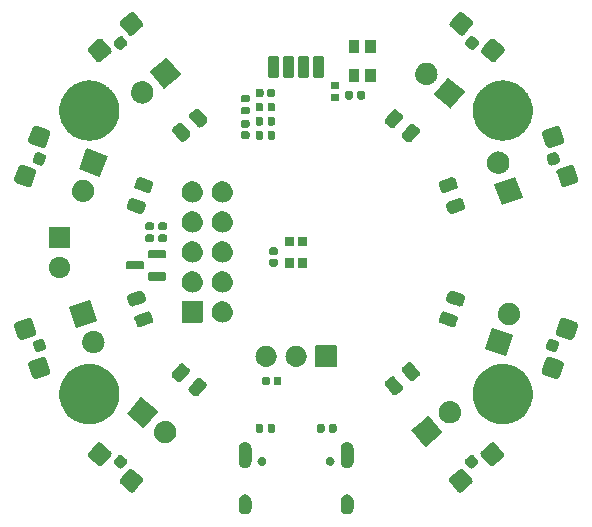
<source format=gbr>
G04 #@! TF.GenerationSoftware,KiCad,Pcbnew,8.0.5*
G04 #@! TF.CreationDate,2024-12-08T19:55:37-06:00*
G04 #@! TF.ProjectId,kbxIrBlaster,6b627849-7242-46c6-9173-7465722e6b69,rev?*
G04 #@! TF.SameCoordinates,Original*
G04 #@! TF.FileFunction,Soldermask,Bot*
G04 #@! TF.FilePolarity,Negative*
%FSLAX46Y46*%
G04 Gerber Fmt 4.6, Leading zero omitted, Abs format (unit mm)*
G04 Created by KiCad (PCBNEW 8.0.5) date 2024-12-08 19:55:37*
%MOMM*%
%LPD*%
G01*
G04 APERTURE LIST*
G04 APERTURE END LIST*
G36*
X145741284Y-110503714D02*
G01*
X145751920Y-110503714D01*
X145782566Y-110511925D01*
X145839770Y-110523304D01*
X145866769Y-110534487D01*
X145890859Y-110540942D01*
X145912454Y-110553410D01*
X145939453Y-110564593D01*
X145987940Y-110596992D01*
X146015428Y-110612862D01*
X146022953Y-110620387D01*
X146029165Y-110624538D01*
X146105461Y-110700834D01*
X146109611Y-110707045D01*
X146117138Y-110714572D01*
X146133009Y-110742062D01*
X146165406Y-110790546D01*
X146176587Y-110817542D01*
X146189058Y-110839141D01*
X146195513Y-110863234D01*
X146206695Y-110890229D01*
X146218071Y-110947424D01*
X146226286Y-110978080D01*
X146227326Y-110993947D01*
X146228348Y-110999085D01*
X146230399Y-111040840D01*
X146231000Y-111050000D01*
X146231000Y-111650000D01*
X146230399Y-111659162D01*
X146228348Y-111700914D01*
X146227326Y-111706051D01*
X146226286Y-111721920D01*
X146218071Y-111752578D01*
X146206695Y-111809770D01*
X146195514Y-111836763D01*
X146189058Y-111860859D01*
X146176586Y-111882460D01*
X146165406Y-111909453D01*
X146133014Y-111957929D01*
X146117138Y-111985428D01*
X146109609Y-111992956D01*
X146105461Y-111999165D01*
X146029165Y-112075461D01*
X146022956Y-112079609D01*
X146015428Y-112087138D01*
X145987929Y-112103014D01*
X145939453Y-112135406D01*
X145912460Y-112146586D01*
X145890859Y-112159058D01*
X145866763Y-112165514D01*
X145839770Y-112176695D01*
X145782573Y-112188072D01*
X145751920Y-112196286D01*
X145741284Y-112196286D01*
X145733949Y-112197745D01*
X145626051Y-112197745D01*
X145618716Y-112196286D01*
X145608080Y-112196286D01*
X145577428Y-112188072D01*
X145520229Y-112176695D01*
X145493234Y-112165513D01*
X145469141Y-112159058D01*
X145447542Y-112146587D01*
X145420546Y-112135406D01*
X145372062Y-112103009D01*
X145344572Y-112087138D01*
X145337045Y-112079611D01*
X145330834Y-112075461D01*
X145254538Y-111999165D01*
X145250387Y-111992953D01*
X145242862Y-111985428D01*
X145226992Y-111957940D01*
X145194593Y-111909453D01*
X145183410Y-111882454D01*
X145170942Y-111860859D01*
X145164487Y-111836769D01*
X145153304Y-111809770D01*
X145141924Y-111752564D01*
X145133714Y-111721920D01*
X145132674Y-111706058D01*
X145131651Y-111700914D01*
X145129599Y-111659148D01*
X145129000Y-111650000D01*
X145129000Y-111050000D01*
X145129599Y-111040854D01*
X145131651Y-110999085D01*
X145132674Y-110993939D01*
X145133714Y-110978080D01*
X145141924Y-110947438D01*
X145153304Y-110890229D01*
X145164488Y-110863227D01*
X145170942Y-110839141D01*
X145183408Y-110817548D01*
X145194593Y-110790546D01*
X145226996Y-110742051D01*
X145242862Y-110714572D01*
X145250385Y-110707048D01*
X145254538Y-110700834D01*
X145330834Y-110624538D01*
X145337048Y-110620385D01*
X145344572Y-110612862D01*
X145372051Y-110596996D01*
X145420546Y-110564593D01*
X145447548Y-110553408D01*
X145469141Y-110540942D01*
X145493227Y-110534488D01*
X145520229Y-110523304D01*
X145577434Y-110511925D01*
X145608080Y-110503714D01*
X145618716Y-110503714D01*
X145626051Y-110502255D01*
X145733949Y-110502255D01*
X145741284Y-110503714D01*
G37*
G36*
X154381284Y-110503714D02*
G01*
X154391920Y-110503714D01*
X154422566Y-110511925D01*
X154479770Y-110523304D01*
X154506769Y-110534487D01*
X154530859Y-110540942D01*
X154552454Y-110553410D01*
X154579453Y-110564593D01*
X154627940Y-110596992D01*
X154655428Y-110612862D01*
X154662953Y-110620387D01*
X154669165Y-110624538D01*
X154745461Y-110700834D01*
X154749611Y-110707045D01*
X154757138Y-110714572D01*
X154773009Y-110742062D01*
X154805406Y-110790546D01*
X154816587Y-110817542D01*
X154829058Y-110839141D01*
X154835513Y-110863234D01*
X154846695Y-110890229D01*
X154858071Y-110947424D01*
X154866286Y-110978080D01*
X154867326Y-110993947D01*
X154868348Y-110999085D01*
X154870399Y-111040840D01*
X154871000Y-111050000D01*
X154871000Y-111650000D01*
X154870399Y-111659162D01*
X154868348Y-111700914D01*
X154867326Y-111706051D01*
X154866286Y-111721920D01*
X154858071Y-111752578D01*
X154846695Y-111809770D01*
X154835514Y-111836763D01*
X154829058Y-111860859D01*
X154816586Y-111882460D01*
X154805406Y-111909453D01*
X154773014Y-111957929D01*
X154757138Y-111985428D01*
X154749609Y-111992956D01*
X154745461Y-111999165D01*
X154669165Y-112075461D01*
X154662956Y-112079609D01*
X154655428Y-112087138D01*
X154627929Y-112103014D01*
X154579453Y-112135406D01*
X154552460Y-112146586D01*
X154530859Y-112159058D01*
X154506763Y-112165514D01*
X154479770Y-112176695D01*
X154422573Y-112188072D01*
X154391920Y-112196286D01*
X154381284Y-112196286D01*
X154373949Y-112197745D01*
X154266051Y-112197745D01*
X154258716Y-112196286D01*
X154248080Y-112196286D01*
X154217428Y-112188072D01*
X154160229Y-112176695D01*
X154133234Y-112165513D01*
X154109141Y-112159058D01*
X154087542Y-112146587D01*
X154060546Y-112135406D01*
X154012062Y-112103009D01*
X153984572Y-112087138D01*
X153977045Y-112079611D01*
X153970834Y-112075461D01*
X153894538Y-111999165D01*
X153890387Y-111992953D01*
X153882862Y-111985428D01*
X153866992Y-111957940D01*
X153834593Y-111909453D01*
X153823410Y-111882454D01*
X153810942Y-111860859D01*
X153804487Y-111836769D01*
X153793304Y-111809770D01*
X153781924Y-111752564D01*
X153773714Y-111721920D01*
X153772674Y-111706058D01*
X153771651Y-111700914D01*
X153769599Y-111659148D01*
X153769000Y-111650000D01*
X153769000Y-111050000D01*
X153769599Y-111040854D01*
X153771651Y-110999085D01*
X153772674Y-110993939D01*
X153773714Y-110978080D01*
X153781924Y-110947438D01*
X153793304Y-110890229D01*
X153804488Y-110863227D01*
X153810942Y-110839141D01*
X153823408Y-110817548D01*
X153834593Y-110790546D01*
X153866996Y-110742051D01*
X153882862Y-110714572D01*
X153890385Y-110707048D01*
X153894538Y-110700834D01*
X153970834Y-110624538D01*
X153977048Y-110620385D01*
X153984572Y-110612862D01*
X154012051Y-110596996D01*
X154060546Y-110564593D01*
X154087548Y-110553408D01*
X154109141Y-110540942D01*
X154133227Y-110534488D01*
X154160229Y-110523304D01*
X154217434Y-110511925D01*
X154248080Y-110503714D01*
X154258716Y-110503714D01*
X154266051Y-110502255D01*
X154373949Y-110502255D01*
X154381284Y-110503714D01*
G37*
G36*
X136076961Y-108351593D02*
G01*
X136112515Y-108359802D01*
X136119287Y-108363871D01*
X136135892Y-108368688D01*
X136193823Y-108406861D01*
X136959867Y-109049648D01*
X137007519Y-109100070D01*
X137015143Y-109115580D01*
X137020329Y-109121546D01*
X137034588Y-109155139D01*
X137056316Y-109199342D01*
X137065957Y-109309538D01*
X137052229Y-109356862D01*
X137044025Y-109392399D01*
X137039957Y-109399168D01*
X137035140Y-109415776D01*
X136996967Y-109473707D01*
X136354180Y-110239751D01*
X136303758Y-110287403D01*
X136288245Y-110295028D01*
X136282281Y-110300213D01*
X136248694Y-110314469D01*
X136204486Y-110336200D01*
X136094290Y-110345841D01*
X136046969Y-110332114D01*
X136011428Y-110323909D01*
X136004657Y-110319840D01*
X135988052Y-110315024D01*
X135930121Y-110276851D01*
X135164077Y-109634064D01*
X135116425Y-109583642D01*
X135108801Y-109568132D01*
X135103614Y-109562165D01*
X135089351Y-109528564D01*
X135067628Y-109484370D01*
X135057987Y-109374174D01*
X135071708Y-109326870D01*
X135079918Y-109291312D01*
X135083988Y-109284538D01*
X135088804Y-109267936D01*
X135126977Y-109210005D01*
X135266837Y-109043326D01*
X135763443Y-108451493D01*
X135763446Y-108451490D01*
X135769764Y-108443961D01*
X135820186Y-108396309D01*
X135835693Y-108388686D01*
X135841662Y-108383498D01*
X135875270Y-108369232D01*
X135919458Y-108347512D01*
X136029654Y-108337871D01*
X136076961Y-108351593D01*
G37*
G36*
X164080542Y-108347512D02*
G01*
X164124738Y-108369236D01*
X164158334Y-108383497D01*
X164164299Y-108388682D01*
X164179814Y-108396309D01*
X164230236Y-108443961D01*
X164873023Y-109210005D01*
X164911196Y-109267936D01*
X164916012Y-109284541D01*
X164920081Y-109291312D01*
X164928286Y-109326853D01*
X164942013Y-109374174D01*
X164932372Y-109484370D01*
X164910639Y-109528581D01*
X164896386Y-109562162D01*
X164891202Y-109568124D01*
X164883575Y-109583642D01*
X164835923Y-109634064D01*
X164069879Y-110276851D01*
X164011948Y-110315024D01*
X163995340Y-110319841D01*
X163988571Y-110323909D01*
X163953034Y-110332113D01*
X163905710Y-110345841D01*
X163795514Y-110336200D01*
X163751308Y-110314471D01*
X163717721Y-110300214D01*
X163711756Y-110295029D01*
X163696242Y-110287403D01*
X163645820Y-110239751D01*
X163003033Y-109473707D01*
X162964860Y-109415776D01*
X162960043Y-109399171D01*
X162955974Y-109392399D01*
X162947765Y-109356845D01*
X162934043Y-109309538D01*
X162943684Y-109199342D01*
X162965405Y-109155151D01*
X162979669Y-109121549D01*
X162984856Y-109115582D01*
X162992481Y-109100070D01*
X163040133Y-109049648D01*
X163806177Y-108406861D01*
X163864108Y-108368688D01*
X163880710Y-108363872D01*
X163887484Y-108359802D01*
X163923042Y-108351592D01*
X163970346Y-108337871D01*
X164080542Y-108347512D01*
G37*
G36*
X135112567Y-107129866D02*
G01*
X135130615Y-107128288D01*
X135159909Y-107135050D01*
X135194468Y-107138835D01*
X135207666Y-107146075D01*
X135214281Y-107147603D01*
X135254520Y-107171781D01*
X135288883Y-107190634D01*
X135633603Y-107479888D01*
X135658143Y-107510464D01*
X135688934Y-107545885D01*
X135691586Y-107552133D01*
X135701009Y-107563874D01*
X135710736Y-107597249D01*
X135722483Y-107624923D01*
X135724061Y-107642968D01*
X135731142Y-107667261D01*
X135728387Y-107692415D01*
X135729966Y-107710458D01*
X135723205Y-107739743D01*
X135719420Y-107774311D01*
X135712177Y-107787512D01*
X135710651Y-107794124D01*
X135686483Y-107834344D01*
X135667621Y-107868726D01*
X135378367Y-108213446D01*
X135347777Y-108237996D01*
X135312369Y-108268777D01*
X135306122Y-108271428D01*
X135294381Y-108280852D01*
X135261001Y-108290580D01*
X135233331Y-108302326D01*
X135215287Y-108303904D01*
X135190994Y-108310985D01*
X135165838Y-108308230D01*
X135147796Y-108309809D01*
X135118509Y-108303047D01*
X135083944Y-108299263D01*
X135070743Y-108292020D01*
X135064130Y-108290494D01*
X135023899Y-108266320D01*
X134989529Y-108247464D01*
X134644809Y-107958210D01*
X134620270Y-107927635D01*
X134589477Y-107892212D01*
X134586824Y-107885962D01*
X134577403Y-107874224D01*
X134567676Y-107840852D01*
X134555928Y-107813174D01*
X134554349Y-107795125D01*
X134547270Y-107770837D01*
X134550023Y-107745687D01*
X134548445Y-107727639D01*
X134555208Y-107698343D01*
X134558992Y-107663787D01*
X134566232Y-107650589D01*
X134567760Y-107643973D01*
X134591944Y-107603723D01*
X134610791Y-107569372D01*
X134617111Y-107561839D01*
X134617113Y-107561837D01*
X134893721Y-107232188D01*
X134893723Y-107232186D01*
X134900045Y-107224652D01*
X134930606Y-107200123D01*
X134966042Y-107169320D01*
X134972293Y-107166666D01*
X134984031Y-107157246D01*
X135017399Y-107147520D01*
X135045080Y-107135771D01*
X135063130Y-107134191D01*
X135087418Y-107127113D01*
X135112567Y-107129866D01*
G37*
G36*
X164936870Y-107134192D02*
G01*
X164954919Y-107135771D01*
X164982597Y-107147519D01*
X165015969Y-107157246D01*
X165027707Y-107166667D01*
X165033957Y-107169320D01*
X165069374Y-107200108D01*
X165099955Y-107224652D01*
X165389209Y-107569372D01*
X165408056Y-107603725D01*
X165432239Y-107643971D01*
X165433766Y-107650587D01*
X165441008Y-107663787D01*
X165444792Y-107698350D01*
X165451554Y-107727639D01*
X165449975Y-107745681D01*
X165452730Y-107770837D01*
X165445649Y-107795130D01*
X165444071Y-107813174D01*
X165432325Y-107840844D01*
X165422597Y-107874224D01*
X165413173Y-107885965D01*
X165410522Y-107892212D01*
X165379746Y-107927614D01*
X165355191Y-107958210D01*
X165010471Y-108247464D01*
X164976106Y-108266317D01*
X164935871Y-108290494D01*
X164929255Y-108292021D01*
X164916056Y-108299263D01*
X164881490Y-108303047D01*
X164852203Y-108309809D01*
X164834160Y-108308230D01*
X164809006Y-108310985D01*
X164784713Y-108303904D01*
X164766668Y-108302326D01*
X164738994Y-108290579D01*
X164705619Y-108280852D01*
X164693878Y-108271429D01*
X164687630Y-108268777D01*
X164652215Y-108237991D01*
X164621633Y-108213446D01*
X164332379Y-107868726D01*
X164313536Y-107834380D01*
X164289348Y-107794126D01*
X164287820Y-107787507D01*
X164280580Y-107774311D01*
X164276795Y-107739753D01*
X164270033Y-107710458D01*
X164271611Y-107692410D01*
X164268858Y-107667261D01*
X164275936Y-107642973D01*
X164277516Y-107624923D01*
X164289265Y-107597242D01*
X164298991Y-107563874D01*
X164308411Y-107552136D01*
X164311065Y-107545885D01*
X164341863Y-107510455D01*
X164366397Y-107479888D01*
X164671412Y-107223950D01*
X164703586Y-107196953D01*
X164703587Y-107196952D01*
X164711117Y-107190634D01*
X164745450Y-107171797D01*
X164785716Y-107147603D01*
X164792335Y-107146074D01*
X164805532Y-107138835D01*
X164840087Y-107135051D01*
X164869384Y-107128288D01*
X164887432Y-107129866D01*
X164912582Y-107127113D01*
X164936870Y-107134192D01*
G37*
G36*
X145741284Y-106073714D02*
G01*
X145751920Y-106073714D01*
X145782566Y-106081925D01*
X145839770Y-106093304D01*
X145866769Y-106104487D01*
X145890859Y-106110942D01*
X145912454Y-106123410D01*
X145939453Y-106134593D01*
X145987940Y-106166992D01*
X146015428Y-106182862D01*
X146022953Y-106190387D01*
X146029165Y-106194538D01*
X146105461Y-106270834D01*
X146109611Y-106277045D01*
X146117138Y-106284572D01*
X146133009Y-106312062D01*
X146165406Y-106360546D01*
X146176587Y-106387542D01*
X146189058Y-106409141D01*
X146195513Y-106433234D01*
X146206695Y-106460229D01*
X146218071Y-106517424D01*
X146226286Y-106548080D01*
X146227326Y-106563947D01*
X146228348Y-106569085D01*
X146230399Y-106610840D01*
X146231000Y-106620000D01*
X146231000Y-107720000D01*
X146230399Y-107729162D01*
X146228348Y-107770914D01*
X146227326Y-107776051D01*
X146226286Y-107791920D01*
X146218071Y-107822578D01*
X146206695Y-107879770D01*
X146195514Y-107906763D01*
X146189058Y-107930859D01*
X146176586Y-107952460D01*
X146165406Y-107979453D01*
X146133014Y-108027929D01*
X146117138Y-108055428D01*
X146109609Y-108062956D01*
X146105461Y-108069165D01*
X146029165Y-108145461D01*
X146022956Y-108149609D01*
X146015428Y-108157138D01*
X145987929Y-108173014D01*
X145939453Y-108205406D01*
X145912460Y-108216586D01*
X145890859Y-108229058D01*
X145866763Y-108235514D01*
X145839770Y-108246695D01*
X145782573Y-108258072D01*
X145751920Y-108266286D01*
X145741284Y-108266286D01*
X145733949Y-108267745D01*
X145626051Y-108267745D01*
X145618716Y-108266286D01*
X145608080Y-108266286D01*
X145577428Y-108258072D01*
X145520229Y-108246695D01*
X145493234Y-108235513D01*
X145469141Y-108229058D01*
X145447542Y-108216587D01*
X145420546Y-108205406D01*
X145372062Y-108173009D01*
X145344572Y-108157138D01*
X145337045Y-108149611D01*
X145330834Y-108145461D01*
X145254538Y-108069165D01*
X145250387Y-108062953D01*
X145242862Y-108055428D01*
X145226992Y-108027940D01*
X145194593Y-107979453D01*
X145183410Y-107952454D01*
X145170942Y-107930859D01*
X145164487Y-107906769D01*
X145153304Y-107879770D01*
X145141924Y-107822564D01*
X145133714Y-107791920D01*
X145132674Y-107776058D01*
X145131651Y-107770914D01*
X145129599Y-107729148D01*
X145129000Y-107720000D01*
X145129000Y-106620000D01*
X145129599Y-106610854D01*
X145131651Y-106569085D01*
X145132674Y-106563939D01*
X145133714Y-106548080D01*
X145141924Y-106517438D01*
X145153304Y-106460229D01*
X145164488Y-106433227D01*
X145170942Y-106409141D01*
X145183408Y-106387548D01*
X145194593Y-106360546D01*
X145226996Y-106312051D01*
X145242862Y-106284572D01*
X145250385Y-106277048D01*
X145254538Y-106270834D01*
X145330834Y-106194538D01*
X145337048Y-106190385D01*
X145344572Y-106182862D01*
X145372051Y-106166996D01*
X145420546Y-106134593D01*
X145447548Y-106123408D01*
X145469141Y-106110942D01*
X145493227Y-106104488D01*
X145520229Y-106093304D01*
X145577434Y-106081925D01*
X145608080Y-106073714D01*
X145618716Y-106073714D01*
X145626051Y-106072255D01*
X145733949Y-106072255D01*
X145741284Y-106073714D01*
G37*
G36*
X154381284Y-106073714D02*
G01*
X154391920Y-106073714D01*
X154422566Y-106081925D01*
X154479770Y-106093304D01*
X154506769Y-106104487D01*
X154530859Y-106110942D01*
X154552454Y-106123410D01*
X154579453Y-106134593D01*
X154627940Y-106166992D01*
X154655428Y-106182862D01*
X154662953Y-106190387D01*
X154669165Y-106194538D01*
X154745461Y-106270834D01*
X154749611Y-106277045D01*
X154757138Y-106284572D01*
X154773009Y-106312062D01*
X154805406Y-106360546D01*
X154816587Y-106387542D01*
X154829058Y-106409141D01*
X154835513Y-106433234D01*
X154846695Y-106460229D01*
X154858071Y-106517424D01*
X154866286Y-106548080D01*
X154867326Y-106563947D01*
X154868348Y-106569085D01*
X154870399Y-106610840D01*
X154871000Y-106620000D01*
X154871000Y-107720000D01*
X154870399Y-107729162D01*
X154868348Y-107770914D01*
X154867326Y-107776051D01*
X154866286Y-107791920D01*
X154858071Y-107822578D01*
X154846695Y-107879770D01*
X154835514Y-107906763D01*
X154829058Y-107930859D01*
X154816586Y-107952460D01*
X154805406Y-107979453D01*
X154773014Y-108027929D01*
X154757138Y-108055428D01*
X154749609Y-108062956D01*
X154745461Y-108069165D01*
X154669165Y-108145461D01*
X154662956Y-108149609D01*
X154655428Y-108157138D01*
X154627929Y-108173014D01*
X154579453Y-108205406D01*
X154552460Y-108216586D01*
X154530859Y-108229058D01*
X154506763Y-108235514D01*
X154479770Y-108246695D01*
X154422573Y-108258072D01*
X154391920Y-108266286D01*
X154381284Y-108266286D01*
X154373949Y-108267745D01*
X154266051Y-108267745D01*
X154258716Y-108266286D01*
X154248080Y-108266286D01*
X154217428Y-108258072D01*
X154160229Y-108246695D01*
X154133234Y-108235513D01*
X154109141Y-108229058D01*
X154087542Y-108216587D01*
X154060546Y-108205406D01*
X154012062Y-108173009D01*
X153984572Y-108157138D01*
X153977045Y-108149611D01*
X153970834Y-108145461D01*
X153894538Y-108069165D01*
X153890387Y-108062953D01*
X153882862Y-108055428D01*
X153866992Y-108027940D01*
X153834593Y-107979453D01*
X153823410Y-107952454D01*
X153810942Y-107930859D01*
X153804487Y-107906769D01*
X153793304Y-107879770D01*
X153781924Y-107822564D01*
X153773714Y-107791920D01*
X153772674Y-107776058D01*
X153771651Y-107770914D01*
X153769599Y-107729148D01*
X153769000Y-107720000D01*
X153769000Y-106620000D01*
X153769599Y-106610854D01*
X153771651Y-106569085D01*
X153772674Y-106563939D01*
X153773714Y-106548080D01*
X153781924Y-106517438D01*
X153793304Y-106460229D01*
X153804488Y-106433227D01*
X153810942Y-106409141D01*
X153823408Y-106387548D01*
X153834593Y-106360546D01*
X153866996Y-106312051D01*
X153882862Y-106284572D01*
X153890385Y-106277048D01*
X153894538Y-106270834D01*
X153970834Y-106194538D01*
X153977048Y-106190385D01*
X153984572Y-106182862D01*
X154012051Y-106166996D01*
X154060546Y-106134593D01*
X154087548Y-106123408D01*
X154109141Y-106110942D01*
X154133227Y-106104488D01*
X154160229Y-106093304D01*
X154217434Y-106081925D01*
X154248080Y-106073714D01*
X154258716Y-106073714D01*
X154266051Y-106072255D01*
X154373949Y-106072255D01*
X154381284Y-106073714D01*
G37*
G36*
X133395805Y-106101836D02*
G01*
X133431359Y-106110045D01*
X133438131Y-106114114D01*
X133454736Y-106118931D01*
X133512667Y-106157104D01*
X134278711Y-106799891D01*
X134326363Y-106850313D01*
X134333987Y-106865823D01*
X134339173Y-106871789D01*
X134353432Y-106905382D01*
X134375160Y-106949585D01*
X134384801Y-107059781D01*
X134371073Y-107107105D01*
X134362869Y-107142642D01*
X134358801Y-107149411D01*
X134353984Y-107166019D01*
X134315811Y-107223950D01*
X133673024Y-107989994D01*
X133622602Y-108037646D01*
X133607089Y-108045271D01*
X133601125Y-108050456D01*
X133567538Y-108064712D01*
X133523330Y-108086443D01*
X133413134Y-108096084D01*
X133365813Y-108082357D01*
X133330272Y-108074152D01*
X133323501Y-108070083D01*
X133306896Y-108065267D01*
X133248965Y-108027094D01*
X132482921Y-107384307D01*
X132435269Y-107333885D01*
X132427645Y-107318375D01*
X132422458Y-107312408D01*
X132408195Y-107278807D01*
X132386472Y-107234613D01*
X132376831Y-107124417D01*
X132390552Y-107077113D01*
X132398762Y-107041555D01*
X132402832Y-107034781D01*
X132407648Y-107018179D01*
X132445821Y-106960248D01*
X132731323Y-106620000D01*
X133082287Y-106201736D01*
X133082290Y-106201733D01*
X133088608Y-106194204D01*
X133139030Y-106146552D01*
X133154537Y-106138929D01*
X133160506Y-106133741D01*
X133194114Y-106119475D01*
X133238302Y-106097755D01*
X133348498Y-106088114D01*
X133395805Y-106101836D01*
G37*
G36*
X166761698Y-106097755D02*
G01*
X166805894Y-106119479D01*
X166839490Y-106133740D01*
X166845455Y-106138925D01*
X166860970Y-106146552D01*
X166911392Y-106194204D01*
X167554179Y-106960248D01*
X167592352Y-107018179D01*
X167597168Y-107034784D01*
X167601237Y-107041555D01*
X167609442Y-107077096D01*
X167623169Y-107124417D01*
X167613528Y-107234613D01*
X167591795Y-107278824D01*
X167577542Y-107312405D01*
X167572358Y-107318367D01*
X167564731Y-107333885D01*
X167517079Y-107384307D01*
X166751035Y-108027094D01*
X166693104Y-108065267D01*
X166676496Y-108070084D01*
X166669727Y-108074152D01*
X166634190Y-108082356D01*
X166586866Y-108096084D01*
X166476670Y-108086443D01*
X166432464Y-108064714D01*
X166398877Y-108050457D01*
X166392912Y-108045272D01*
X166377398Y-108037646D01*
X166326976Y-107989994D01*
X165684189Y-107223950D01*
X165646016Y-107166019D01*
X165641199Y-107149414D01*
X165637130Y-107142642D01*
X165628921Y-107107088D01*
X165615199Y-107059781D01*
X165624840Y-106949585D01*
X165646561Y-106905394D01*
X165660825Y-106871792D01*
X165666012Y-106865825D01*
X165673637Y-106850313D01*
X165721289Y-106799891D01*
X166487333Y-106157104D01*
X166545264Y-106118931D01*
X166561866Y-106114115D01*
X166568640Y-106110045D01*
X166604198Y-106101835D01*
X166651502Y-106088114D01*
X166761698Y-106097755D01*
G37*
G36*
X147142193Y-107329099D02*
G01*
X147163327Y-107329099D01*
X147188077Y-107336366D01*
X147226190Y-107342403D01*
X147250063Y-107354567D01*
X147265661Y-107359147D01*
X147290954Y-107375402D01*
X147331007Y-107395810D01*
X147345929Y-107410732D01*
X147355386Y-107416810D01*
X147377319Y-107442122D01*
X147414190Y-107478993D01*
X147421215Y-107492781D01*
X147425229Y-107497413D01*
X147439519Y-107528704D01*
X147467597Y-107583810D01*
X147469143Y-107593572D01*
X147469535Y-107594430D01*
X147472054Y-107611952D01*
X147486000Y-107700000D01*
X147472053Y-107788055D01*
X147469535Y-107805569D01*
X147469143Y-107806426D01*
X147467597Y-107816190D01*
X147439514Y-107871304D01*
X147425229Y-107902586D01*
X147421216Y-107907216D01*
X147414190Y-107921007D01*
X147377312Y-107957884D01*
X147355386Y-107983189D01*
X147345932Y-107989264D01*
X147331007Y-108004190D01*
X147290946Y-108024601D01*
X147265661Y-108040852D01*
X147250067Y-108045430D01*
X147226190Y-108057597D01*
X147188076Y-108063633D01*
X147163327Y-108070901D01*
X147142193Y-108070901D01*
X147110000Y-108076000D01*
X147077807Y-108070901D01*
X147056673Y-108070901D01*
X147031923Y-108063633D01*
X146993810Y-108057597D01*
X146969933Y-108045431D01*
X146954338Y-108040852D01*
X146929048Y-108024599D01*
X146888993Y-108004190D01*
X146874069Y-107989266D01*
X146864613Y-107983189D01*
X146842679Y-107957876D01*
X146805810Y-107921007D01*
X146798784Y-107907219D01*
X146794770Y-107902586D01*
X146780475Y-107871285D01*
X146752403Y-107816190D01*
X146750857Y-107806429D01*
X146750464Y-107805569D01*
X146747936Y-107787987D01*
X146734000Y-107700000D01*
X146747934Y-107612020D01*
X146750464Y-107594430D01*
X146750857Y-107593568D01*
X146752403Y-107583810D01*
X146780471Y-107528723D01*
X146794770Y-107497413D01*
X146798786Y-107492778D01*
X146805810Y-107478993D01*
X146842673Y-107442129D01*
X146864613Y-107416810D01*
X146874071Y-107410731D01*
X146888993Y-107395810D01*
X146929040Y-107375404D01*
X146954338Y-107359147D01*
X146969937Y-107354566D01*
X146993810Y-107342403D01*
X147031921Y-107336366D01*
X147056673Y-107329099D01*
X147077807Y-107329099D01*
X147110000Y-107324000D01*
X147142193Y-107329099D01*
G37*
G36*
X152922193Y-107329099D02*
G01*
X152943327Y-107329099D01*
X152968077Y-107336366D01*
X153006190Y-107342403D01*
X153030063Y-107354567D01*
X153045661Y-107359147D01*
X153070954Y-107375402D01*
X153111007Y-107395810D01*
X153125929Y-107410732D01*
X153135386Y-107416810D01*
X153157319Y-107442122D01*
X153194190Y-107478993D01*
X153201215Y-107492781D01*
X153205229Y-107497413D01*
X153219519Y-107528704D01*
X153247597Y-107583810D01*
X153249143Y-107593572D01*
X153249535Y-107594430D01*
X153252054Y-107611952D01*
X153266000Y-107700000D01*
X153252053Y-107788055D01*
X153249535Y-107805569D01*
X153249143Y-107806426D01*
X153247597Y-107816190D01*
X153219514Y-107871304D01*
X153205229Y-107902586D01*
X153201216Y-107907216D01*
X153194190Y-107921007D01*
X153157312Y-107957884D01*
X153135386Y-107983189D01*
X153125932Y-107989264D01*
X153111007Y-108004190D01*
X153070946Y-108024601D01*
X153045661Y-108040852D01*
X153030067Y-108045430D01*
X153006190Y-108057597D01*
X152968076Y-108063633D01*
X152943327Y-108070901D01*
X152922193Y-108070901D01*
X152890000Y-108076000D01*
X152857807Y-108070901D01*
X152836673Y-108070901D01*
X152811923Y-108063633D01*
X152773810Y-108057597D01*
X152749933Y-108045431D01*
X152734338Y-108040852D01*
X152709048Y-108024599D01*
X152668993Y-108004190D01*
X152654069Y-107989266D01*
X152644613Y-107983189D01*
X152622679Y-107957876D01*
X152585810Y-107921007D01*
X152578784Y-107907219D01*
X152574770Y-107902586D01*
X152560475Y-107871285D01*
X152532403Y-107816190D01*
X152530857Y-107806429D01*
X152530464Y-107805569D01*
X152527936Y-107787987D01*
X152514000Y-107700000D01*
X152527934Y-107612020D01*
X152530464Y-107594430D01*
X152530857Y-107593568D01*
X152532403Y-107583810D01*
X152560471Y-107528723D01*
X152574770Y-107497413D01*
X152578786Y-107492778D01*
X152585810Y-107478993D01*
X152622673Y-107442129D01*
X152644613Y-107416810D01*
X152654071Y-107410731D01*
X152668993Y-107395810D01*
X152709040Y-107375404D01*
X152734338Y-107359147D01*
X152749937Y-107354566D01*
X152773810Y-107342403D01*
X152811921Y-107336366D01*
X152836673Y-107329099D01*
X152857807Y-107329099D01*
X152890000Y-107324000D01*
X152922193Y-107329099D01*
G37*
G36*
X161207773Y-103856368D02*
G01*
X161223292Y-103868824D01*
X162380310Y-105247704D01*
X162389882Y-105265150D01*
X162392047Y-105284931D01*
X162386480Y-105304035D01*
X162374024Y-105319554D01*
X160995144Y-106476572D01*
X160977698Y-106486144D01*
X160957917Y-106488309D01*
X160938813Y-106482742D01*
X160923294Y-106470286D01*
X159766276Y-105091406D01*
X159756704Y-105073960D01*
X159754539Y-105054179D01*
X159760106Y-105035075D01*
X159772562Y-105019556D01*
X160462002Y-104441047D01*
X161142012Y-103870450D01*
X161142014Y-103870448D01*
X161151442Y-103862538D01*
X161168888Y-103852966D01*
X161188669Y-103850801D01*
X161207773Y-103856368D01*
G37*
G36*
X138965650Y-104266717D02*
G01*
X139006742Y-104266717D01*
X139052502Y-104275271D01*
X139104577Y-104280400D01*
X139144137Y-104292400D01*
X139179157Y-104298947D01*
X139227663Y-104317738D01*
X139282978Y-104334518D01*
X139314580Y-104351409D01*
X139342702Y-104362304D01*
X139391559Y-104392555D01*
X139447393Y-104422399D01*
X139470855Y-104441653D01*
X139491830Y-104454641D01*
X139538302Y-104497006D01*
X139591505Y-104540668D01*
X139607270Y-104559878D01*
X139621446Y-104572801D01*
X139662603Y-104627301D01*
X139709774Y-104684780D01*
X139718894Y-104701844D01*
X139727145Y-104712769D01*
X139759971Y-104778693D01*
X139797655Y-104849195D01*
X139801674Y-104862443D01*
X139805328Y-104869782D01*
X139826910Y-104945634D01*
X139851773Y-105027596D01*
X139852589Y-105035889D01*
X139853326Y-105038477D01*
X139860983Y-105121109D01*
X139870046Y-105213127D01*
X139860982Y-105305153D01*
X139853326Y-105387776D01*
X139852590Y-105390362D01*
X139851773Y-105398658D01*
X139826905Y-105480634D01*
X139805328Y-105556471D01*
X139801674Y-105563807D01*
X139797655Y-105577059D01*
X139759963Y-105647574D01*
X139727145Y-105713484D01*
X139718896Y-105724406D01*
X139709774Y-105741474D01*
X139662593Y-105798963D01*
X139621446Y-105853452D01*
X139607273Y-105866371D01*
X139591505Y-105885586D01*
X139538291Y-105929256D01*
X139491830Y-105971612D01*
X139470860Y-105984596D01*
X139447393Y-106003855D01*
X139391548Y-106033704D01*
X139342702Y-106063949D01*
X139314587Y-106074840D01*
X139282978Y-106091736D01*
X139227651Y-106108519D01*
X139179157Y-106127306D01*
X139144144Y-106133851D01*
X139104577Y-106145854D01*
X139052499Y-106150983D01*
X139006742Y-106159537D01*
X138965650Y-106159537D01*
X138919046Y-106164127D01*
X138872442Y-106159537D01*
X138831350Y-106159537D01*
X138785591Y-106150983D01*
X138733515Y-106145854D01*
X138693948Y-106133851D01*
X138658934Y-106127306D01*
X138610435Y-106108517D01*
X138555114Y-106091736D01*
X138523507Y-106074841D01*
X138495389Y-106063949D01*
X138446536Y-106033700D01*
X138390699Y-106003855D01*
X138367234Y-105984598D01*
X138346261Y-105971612D01*
X138299790Y-105929248D01*
X138246587Y-105885586D01*
X138230821Y-105866375D01*
X138216645Y-105853452D01*
X138175485Y-105798948D01*
X138128318Y-105741474D01*
X138119197Y-105724411D01*
X138110946Y-105713484D01*
X138078113Y-105647547D01*
X138040437Y-105577059D01*
X138036418Y-105563812D01*
X138032763Y-105556471D01*
X138011170Y-105480581D01*
X137986319Y-105398658D01*
X137985502Y-105390368D01*
X137984765Y-105387776D01*
X137977092Y-105304981D01*
X137968046Y-105213127D01*
X137977091Y-105121280D01*
X137984765Y-105038477D01*
X137985502Y-105035884D01*
X137986319Y-105027596D01*
X138011165Y-104945687D01*
X138032763Y-104869782D01*
X138036419Y-104862438D01*
X138040437Y-104849195D01*
X138078106Y-104778720D01*
X138110946Y-104712769D01*
X138119199Y-104701839D01*
X138128318Y-104684780D01*
X138175476Y-104627317D01*
X138216645Y-104572801D01*
X138230824Y-104559874D01*
X138246587Y-104540668D01*
X138299779Y-104497014D01*
X138346261Y-104454641D01*
X138367239Y-104441651D01*
X138390699Y-104422399D01*
X138446524Y-104392559D01*
X138495389Y-104362304D01*
X138523513Y-104351408D01*
X138555114Y-104334518D01*
X138610423Y-104317739D01*
X138658934Y-104298947D01*
X138693955Y-104292400D01*
X138733515Y-104280400D01*
X138785588Y-104275271D01*
X138831350Y-104266717D01*
X138872442Y-104266717D01*
X138919046Y-104262127D01*
X138965650Y-104266717D01*
G37*
G36*
X147035112Y-104531011D02*
G01*
X147063012Y-104534248D01*
X147072544Y-104538456D01*
X147096179Y-104543158D01*
X147121482Y-104560065D01*
X147128890Y-104563336D01*
X147133949Y-104568395D01*
X147156522Y-104583478D01*
X147171604Y-104606050D01*
X147176663Y-104611109D01*
X147179933Y-104618515D01*
X147196842Y-104643821D01*
X147201543Y-104667456D01*
X147205751Y-104676986D01*
X147208986Y-104704878D01*
X147211000Y-104715000D01*
X147211000Y-105085000D01*
X147208986Y-105095125D01*
X147205751Y-105123012D01*
X147201543Y-105132540D01*
X147196842Y-105156179D01*
X147179931Y-105181486D01*
X147176663Y-105188890D01*
X147171606Y-105193946D01*
X147156522Y-105216522D01*
X147133946Y-105231606D01*
X147128890Y-105236663D01*
X147121486Y-105239931D01*
X147096179Y-105256842D01*
X147072541Y-105261543D01*
X147063013Y-105265751D01*
X147035122Y-105268986D01*
X147025000Y-105271000D01*
X146755000Y-105271000D01*
X146744877Y-105268986D01*
X146716987Y-105265751D01*
X146707458Y-105261543D01*
X146683821Y-105256842D01*
X146658515Y-105239933D01*
X146651109Y-105236663D01*
X146646050Y-105231604D01*
X146623478Y-105216522D01*
X146608395Y-105193949D01*
X146603336Y-105188890D01*
X146600065Y-105181482D01*
X146583158Y-105156179D01*
X146578457Y-105132545D01*
X146574248Y-105123013D01*
X146571011Y-105095110D01*
X146569000Y-105085000D01*
X146569000Y-104715000D01*
X146571011Y-104704888D01*
X146574248Y-104676987D01*
X146578457Y-104667454D01*
X146583158Y-104643821D01*
X146600063Y-104618519D01*
X146603336Y-104611109D01*
X146608397Y-104606047D01*
X146623478Y-104583478D01*
X146646047Y-104568397D01*
X146651109Y-104563336D01*
X146658519Y-104560063D01*
X146683821Y-104543158D01*
X146707452Y-104538457D01*
X146716986Y-104534248D01*
X146744890Y-104531010D01*
X146755000Y-104529000D01*
X147025000Y-104529000D01*
X147035112Y-104531011D01*
G37*
G36*
X148055112Y-104531011D02*
G01*
X148083012Y-104534248D01*
X148092544Y-104538456D01*
X148116179Y-104543158D01*
X148141482Y-104560065D01*
X148148890Y-104563336D01*
X148153949Y-104568395D01*
X148176522Y-104583478D01*
X148191604Y-104606050D01*
X148196663Y-104611109D01*
X148199933Y-104618515D01*
X148216842Y-104643821D01*
X148221543Y-104667456D01*
X148225751Y-104676986D01*
X148228986Y-104704878D01*
X148231000Y-104715000D01*
X148231000Y-105085000D01*
X148228986Y-105095125D01*
X148225751Y-105123012D01*
X148221543Y-105132540D01*
X148216842Y-105156179D01*
X148199931Y-105181486D01*
X148196663Y-105188890D01*
X148191606Y-105193946D01*
X148176522Y-105216522D01*
X148153946Y-105231606D01*
X148148890Y-105236663D01*
X148141486Y-105239931D01*
X148116179Y-105256842D01*
X148092541Y-105261543D01*
X148083013Y-105265751D01*
X148055122Y-105268986D01*
X148045000Y-105271000D01*
X147775000Y-105271000D01*
X147764877Y-105268986D01*
X147736987Y-105265751D01*
X147727458Y-105261543D01*
X147703821Y-105256842D01*
X147678515Y-105239933D01*
X147671109Y-105236663D01*
X147666050Y-105231604D01*
X147643478Y-105216522D01*
X147628395Y-105193949D01*
X147623336Y-105188890D01*
X147620065Y-105181482D01*
X147603158Y-105156179D01*
X147598457Y-105132545D01*
X147594248Y-105123013D01*
X147591011Y-105095110D01*
X147589000Y-105085000D01*
X147589000Y-104715000D01*
X147591011Y-104704888D01*
X147594248Y-104676987D01*
X147598457Y-104667454D01*
X147603158Y-104643821D01*
X147620063Y-104618519D01*
X147623336Y-104611109D01*
X147628397Y-104606047D01*
X147643478Y-104583478D01*
X147666047Y-104568397D01*
X147671109Y-104563336D01*
X147678519Y-104560063D01*
X147703821Y-104543158D01*
X147727452Y-104538457D01*
X147736986Y-104534248D01*
X147764890Y-104531010D01*
X147775000Y-104529000D01*
X148045000Y-104529000D01*
X148055112Y-104531011D01*
G37*
G36*
X152235112Y-104531011D02*
G01*
X152263012Y-104534248D01*
X152272544Y-104538456D01*
X152296179Y-104543158D01*
X152321482Y-104560065D01*
X152328890Y-104563336D01*
X152333949Y-104568395D01*
X152356522Y-104583478D01*
X152371604Y-104606050D01*
X152376663Y-104611109D01*
X152379933Y-104618515D01*
X152396842Y-104643821D01*
X152401543Y-104667456D01*
X152405751Y-104676986D01*
X152408986Y-104704878D01*
X152411000Y-104715000D01*
X152411000Y-105085000D01*
X152408986Y-105095125D01*
X152405751Y-105123012D01*
X152401543Y-105132540D01*
X152396842Y-105156179D01*
X152379931Y-105181486D01*
X152376663Y-105188890D01*
X152371606Y-105193946D01*
X152356522Y-105216522D01*
X152333946Y-105231606D01*
X152328890Y-105236663D01*
X152321486Y-105239931D01*
X152296179Y-105256842D01*
X152272541Y-105261543D01*
X152263013Y-105265751D01*
X152235122Y-105268986D01*
X152225000Y-105271000D01*
X151955000Y-105271000D01*
X151944877Y-105268986D01*
X151916987Y-105265751D01*
X151907458Y-105261543D01*
X151883821Y-105256842D01*
X151858515Y-105239933D01*
X151851109Y-105236663D01*
X151846050Y-105231604D01*
X151823478Y-105216522D01*
X151808395Y-105193949D01*
X151803336Y-105188890D01*
X151800065Y-105181482D01*
X151783158Y-105156179D01*
X151778457Y-105132545D01*
X151774248Y-105123013D01*
X151771011Y-105095110D01*
X151769000Y-105085000D01*
X151769000Y-104715000D01*
X151771011Y-104704888D01*
X151774248Y-104676987D01*
X151778457Y-104667454D01*
X151783158Y-104643821D01*
X151800063Y-104618519D01*
X151803336Y-104611109D01*
X151808397Y-104606047D01*
X151823478Y-104583478D01*
X151846047Y-104568397D01*
X151851109Y-104563336D01*
X151858519Y-104560063D01*
X151883821Y-104543158D01*
X151907452Y-104538457D01*
X151916986Y-104534248D01*
X151944890Y-104531010D01*
X151955000Y-104529000D01*
X152225000Y-104529000D01*
X152235112Y-104531011D01*
G37*
G36*
X153255112Y-104531011D02*
G01*
X153283012Y-104534248D01*
X153292544Y-104538456D01*
X153316179Y-104543158D01*
X153341482Y-104560065D01*
X153348890Y-104563336D01*
X153353949Y-104568395D01*
X153376522Y-104583478D01*
X153391604Y-104606050D01*
X153396663Y-104611109D01*
X153399933Y-104618515D01*
X153416842Y-104643821D01*
X153421543Y-104667456D01*
X153425751Y-104676986D01*
X153428986Y-104704878D01*
X153431000Y-104715000D01*
X153431000Y-105085000D01*
X153428986Y-105095125D01*
X153425751Y-105123012D01*
X153421543Y-105132540D01*
X153416842Y-105156179D01*
X153399931Y-105181486D01*
X153396663Y-105188890D01*
X153391606Y-105193946D01*
X153376522Y-105216522D01*
X153353946Y-105231606D01*
X153348890Y-105236663D01*
X153341486Y-105239931D01*
X153316179Y-105256842D01*
X153292541Y-105261543D01*
X153283013Y-105265751D01*
X153255122Y-105268986D01*
X153245000Y-105271000D01*
X152975000Y-105271000D01*
X152964877Y-105268986D01*
X152936987Y-105265751D01*
X152927458Y-105261543D01*
X152903821Y-105256842D01*
X152878515Y-105239933D01*
X152871109Y-105236663D01*
X152866050Y-105231604D01*
X152843478Y-105216522D01*
X152828395Y-105193949D01*
X152823336Y-105188890D01*
X152820065Y-105181482D01*
X152803158Y-105156179D01*
X152798457Y-105132545D01*
X152794248Y-105123013D01*
X152791011Y-105095110D01*
X152789000Y-105085000D01*
X152789000Y-104715000D01*
X152791011Y-104704888D01*
X152794248Y-104676987D01*
X152798457Y-104667454D01*
X152803158Y-104643821D01*
X152820063Y-104618519D01*
X152823336Y-104611109D01*
X152828397Y-104606047D01*
X152843478Y-104583478D01*
X152866047Y-104568397D01*
X152871109Y-104563336D01*
X152878519Y-104560063D01*
X152903821Y-104543158D01*
X152927452Y-104538457D01*
X152936986Y-104534248D01*
X152964890Y-104531010D01*
X152975000Y-104529000D01*
X153245000Y-104529000D01*
X153255112Y-104531011D01*
G37*
G36*
X136877698Y-102263857D02*
G01*
X136895144Y-102273429D01*
X138274024Y-103430447D01*
X138286480Y-103445966D01*
X138292047Y-103465070D01*
X138289882Y-103484851D01*
X138280310Y-103502297D01*
X137123292Y-104881177D01*
X137107773Y-104893633D01*
X137088669Y-104899200D01*
X137068888Y-104897035D01*
X137051442Y-104887463D01*
X135672562Y-103730445D01*
X135660106Y-103714926D01*
X135654539Y-103695822D01*
X135656704Y-103676041D01*
X135666276Y-103658595D01*
X136713767Y-102410244D01*
X136815380Y-102289146D01*
X136815381Y-102289144D01*
X136823294Y-102279715D01*
X136838813Y-102267259D01*
X136857917Y-102261692D01*
X136877698Y-102263857D01*
G37*
G36*
X132579454Y-99454034D02*
G01*
X132660179Y-99454034D01*
X132734342Y-99463402D01*
X132807465Y-99467826D01*
X132892032Y-99483323D01*
X132978010Y-99494185D01*
X133044602Y-99511283D01*
X133110438Y-99523348D01*
X133198652Y-99550836D01*
X133288302Y-99573855D01*
X133346627Y-99596947D01*
X133404518Y-99614987D01*
X133494676Y-99655564D01*
X133586163Y-99691786D01*
X133635845Y-99719098D01*
X133685396Y-99741400D01*
X133775587Y-99795923D01*
X133866894Y-99846119D01*
X133907877Y-99875895D01*
X133949007Y-99900759D01*
X134037204Y-99969857D01*
X134126069Y-100034421D01*
X134158563Y-100064935D01*
X134191469Y-100090715D01*
X134275498Y-100174744D01*
X134359599Y-100253720D01*
X134384144Y-100283390D01*
X134409284Y-100308530D01*
X134486916Y-100407621D01*
X134563802Y-100500560D01*
X134581169Y-100527926D01*
X134599240Y-100550992D01*
X134668190Y-100665049D01*
X134735458Y-100771046D01*
X134746664Y-100794861D01*
X134758599Y-100814603D01*
X134816652Y-100943592D01*
X134871860Y-101060914D01*
X134878105Y-101080134D01*
X134885012Y-101095481D01*
X134929982Y-101239796D01*
X134970856Y-101365592D01*
X134973498Y-101379443D01*
X134976651Y-101389561D01*
X135006514Y-101552518D01*
X135030885Y-101680275D01*
X135031386Y-101688240D01*
X135032173Y-101692534D01*
X135045060Y-101905584D01*
X135051000Y-102000000D01*
X135045059Y-102094423D01*
X135032173Y-102307465D01*
X135031386Y-102311758D01*
X135030885Y-102319725D01*
X135006509Y-102447505D01*
X134976651Y-102610438D01*
X134973498Y-102620553D01*
X134970856Y-102634408D01*
X134929974Y-102760227D01*
X134885012Y-102904518D01*
X134878106Y-102919861D01*
X134871860Y-102939086D01*
X134816642Y-103056429D01*
X134758599Y-103185396D01*
X134746666Y-103205134D01*
X134735458Y-103228954D01*
X134668177Y-103334971D01*
X134599240Y-103449007D01*
X134581172Y-103472068D01*
X134563802Y-103499440D01*
X134486902Y-103592396D01*
X134409284Y-103691469D01*
X134384149Y-103716603D01*
X134359599Y-103746280D01*
X134275481Y-103825271D01*
X134191469Y-103909284D01*
X134158569Y-103935058D01*
X134126069Y-103965579D01*
X134037187Y-104030155D01*
X133949007Y-104099240D01*
X133907885Y-104124099D01*
X133866894Y-104153881D01*
X133775569Y-104204086D01*
X133685396Y-104258599D01*
X133635855Y-104280895D01*
X133586163Y-104308214D01*
X133494658Y-104344443D01*
X133404518Y-104385012D01*
X133346639Y-104403047D01*
X133288302Y-104426145D01*
X133198634Y-104449167D01*
X133110438Y-104476651D01*
X133044616Y-104488713D01*
X132978010Y-104505815D01*
X132892015Y-104516678D01*
X132807465Y-104532173D01*
X132734357Y-104536595D01*
X132660179Y-104545966D01*
X132579437Y-104545966D01*
X132500000Y-104550771D01*
X132420563Y-104545966D01*
X132339821Y-104545966D01*
X132265642Y-104536595D01*
X132192534Y-104532173D01*
X132107981Y-104516678D01*
X132021990Y-104505815D01*
X131955386Y-104488713D01*
X131889561Y-104476651D01*
X131801359Y-104449166D01*
X131711698Y-104426145D01*
X131653364Y-104403049D01*
X131595481Y-104385012D01*
X131505333Y-104344439D01*
X131413837Y-104308214D01*
X131364149Y-104280898D01*
X131314603Y-104258599D01*
X131224419Y-104204080D01*
X131133106Y-104153881D01*
X131092119Y-104124102D01*
X131050992Y-104099240D01*
X130962798Y-104030145D01*
X130873931Y-103965579D01*
X130841435Y-103935063D01*
X130808530Y-103909284D01*
X130724501Y-103825255D01*
X130640401Y-103746280D01*
X130615855Y-103716609D01*
X130590715Y-103691469D01*
X130513079Y-103592373D01*
X130436198Y-103499440D01*
X130418831Y-103472075D01*
X130400759Y-103449007D01*
X130331801Y-103334937D01*
X130264542Y-103228954D01*
X130253336Y-103205141D01*
X130241400Y-103185396D01*
X130183335Y-103056380D01*
X130128140Y-102939086D01*
X130121896Y-102919869D01*
X130114987Y-102904518D01*
X130070000Y-102760152D01*
X130029144Y-102634408D01*
X130026502Y-102620561D01*
X130023348Y-102610438D01*
X129993465Y-102447372D01*
X129969115Y-102319725D01*
X129968614Y-102311766D01*
X129967826Y-102307465D01*
X129954914Y-102094010D01*
X129949000Y-102000000D01*
X129954914Y-101905996D01*
X129967826Y-101692534D01*
X129968614Y-101688231D01*
X129969115Y-101680275D01*
X129993460Y-101552652D01*
X130023348Y-101389561D01*
X130026503Y-101379435D01*
X130029144Y-101365592D01*
X130069993Y-101239871D01*
X130114987Y-101095481D01*
X130121897Y-101080126D01*
X130128140Y-101060914D01*
X130183324Y-100943640D01*
X130241400Y-100814603D01*
X130253338Y-100794853D01*
X130264542Y-100771046D01*
X130331788Y-100665082D01*
X130400759Y-100550992D01*
X130418835Y-100527919D01*
X130436198Y-100500560D01*
X130513064Y-100407644D01*
X130590715Y-100308530D01*
X130615860Y-100283384D01*
X130640401Y-100253720D01*
X130724485Y-100174759D01*
X130808530Y-100090715D01*
X130841441Y-100064930D01*
X130873931Y-100034421D01*
X130962781Y-99969867D01*
X131050992Y-99900759D01*
X131092127Y-99875891D01*
X131133106Y-99846119D01*
X131224401Y-99795929D01*
X131314603Y-99741400D01*
X131364159Y-99719096D01*
X131413837Y-99691786D01*
X131505314Y-99655567D01*
X131595481Y-99614987D01*
X131653376Y-99596946D01*
X131711698Y-99573855D01*
X131801341Y-99550838D01*
X131889561Y-99523348D01*
X131955399Y-99511282D01*
X132021990Y-99494185D01*
X132107964Y-99483324D01*
X132192534Y-99467826D01*
X132265657Y-99463402D01*
X132339821Y-99454034D01*
X132420546Y-99454034D01*
X132500000Y-99449228D01*
X132579454Y-99454034D01*
G37*
G36*
X167579454Y-99454034D02*
G01*
X167660179Y-99454034D01*
X167734342Y-99463402D01*
X167807465Y-99467826D01*
X167892032Y-99483323D01*
X167978010Y-99494185D01*
X168044602Y-99511283D01*
X168110438Y-99523348D01*
X168198652Y-99550836D01*
X168288302Y-99573855D01*
X168346627Y-99596947D01*
X168404518Y-99614987D01*
X168494676Y-99655564D01*
X168586163Y-99691786D01*
X168635845Y-99719098D01*
X168685396Y-99741400D01*
X168775587Y-99795923D01*
X168866894Y-99846119D01*
X168907877Y-99875895D01*
X168949007Y-99900759D01*
X169037204Y-99969857D01*
X169126069Y-100034421D01*
X169158563Y-100064935D01*
X169191469Y-100090715D01*
X169275498Y-100174744D01*
X169359599Y-100253720D01*
X169384144Y-100283390D01*
X169409284Y-100308530D01*
X169486916Y-100407621D01*
X169563802Y-100500560D01*
X169581169Y-100527926D01*
X169599240Y-100550992D01*
X169668190Y-100665049D01*
X169735458Y-100771046D01*
X169746664Y-100794861D01*
X169758599Y-100814603D01*
X169816652Y-100943592D01*
X169871860Y-101060914D01*
X169878105Y-101080134D01*
X169885012Y-101095481D01*
X169929982Y-101239796D01*
X169970856Y-101365592D01*
X169973498Y-101379443D01*
X169976651Y-101389561D01*
X170006514Y-101552518D01*
X170030885Y-101680275D01*
X170031386Y-101688240D01*
X170032173Y-101692534D01*
X170045060Y-101905584D01*
X170051000Y-102000000D01*
X170045059Y-102094423D01*
X170032173Y-102307465D01*
X170031386Y-102311758D01*
X170030885Y-102319725D01*
X170006509Y-102447505D01*
X169976651Y-102610438D01*
X169973498Y-102620553D01*
X169970856Y-102634408D01*
X169929974Y-102760227D01*
X169885012Y-102904518D01*
X169878106Y-102919861D01*
X169871860Y-102939086D01*
X169816642Y-103056429D01*
X169758599Y-103185396D01*
X169746666Y-103205134D01*
X169735458Y-103228954D01*
X169668177Y-103334971D01*
X169599240Y-103449007D01*
X169581172Y-103472068D01*
X169563802Y-103499440D01*
X169486902Y-103592396D01*
X169409284Y-103691469D01*
X169384149Y-103716603D01*
X169359599Y-103746280D01*
X169275481Y-103825271D01*
X169191469Y-103909284D01*
X169158569Y-103935058D01*
X169126069Y-103965579D01*
X169037187Y-104030155D01*
X168949007Y-104099240D01*
X168907885Y-104124099D01*
X168866894Y-104153881D01*
X168775569Y-104204086D01*
X168685396Y-104258599D01*
X168635855Y-104280895D01*
X168586163Y-104308214D01*
X168494658Y-104344443D01*
X168404518Y-104385012D01*
X168346639Y-104403047D01*
X168288302Y-104426145D01*
X168198634Y-104449167D01*
X168110438Y-104476651D01*
X168044616Y-104488713D01*
X167978010Y-104505815D01*
X167892015Y-104516678D01*
X167807465Y-104532173D01*
X167734357Y-104536595D01*
X167660179Y-104545966D01*
X167579437Y-104545966D01*
X167500000Y-104550771D01*
X167420563Y-104545966D01*
X167339821Y-104545966D01*
X167265642Y-104536595D01*
X167192534Y-104532173D01*
X167107981Y-104516678D01*
X167021990Y-104505815D01*
X166955386Y-104488713D01*
X166889561Y-104476651D01*
X166801359Y-104449166D01*
X166711698Y-104426145D01*
X166653364Y-104403049D01*
X166595481Y-104385012D01*
X166505333Y-104344439D01*
X166413837Y-104308214D01*
X166364149Y-104280898D01*
X166314603Y-104258599D01*
X166224419Y-104204080D01*
X166133106Y-104153881D01*
X166092119Y-104124102D01*
X166050992Y-104099240D01*
X165962798Y-104030145D01*
X165873931Y-103965579D01*
X165841435Y-103935063D01*
X165808530Y-103909284D01*
X165724501Y-103825255D01*
X165640401Y-103746280D01*
X165615855Y-103716609D01*
X165590715Y-103691469D01*
X165513079Y-103592373D01*
X165436198Y-103499440D01*
X165418831Y-103472075D01*
X165400759Y-103449007D01*
X165331801Y-103334937D01*
X165264542Y-103228954D01*
X165253336Y-103205141D01*
X165241400Y-103185396D01*
X165183335Y-103056380D01*
X165128140Y-102939086D01*
X165121896Y-102919869D01*
X165114987Y-102904518D01*
X165070000Y-102760152D01*
X165029144Y-102634408D01*
X165026502Y-102620561D01*
X165023348Y-102610438D01*
X164993465Y-102447372D01*
X164969115Y-102319725D01*
X164968614Y-102311766D01*
X164967826Y-102307465D01*
X164954914Y-102094010D01*
X164949000Y-102000000D01*
X164954914Y-101905996D01*
X164967826Y-101692534D01*
X164968614Y-101688231D01*
X164969115Y-101680275D01*
X164993460Y-101552652D01*
X165023348Y-101389561D01*
X165026503Y-101379435D01*
X165029144Y-101365592D01*
X165069993Y-101239871D01*
X165114987Y-101095481D01*
X165121897Y-101080126D01*
X165128140Y-101060914D01*
X165183324Y-100943640D01*
X165241400Y-100814603D01*
X165253338Y-100794853D01*
X165264542Y-100771046D01*
X165331788Y-100665082D01*
X165400759Y-100550992D01*
X165418835Y-100527919D01*
X165436198Y-100500560D01*
X165513064Y-100407644D01*
X165590715Y-100308530D01*
X165615860Y-100283384D01*
X165640401Y-100253720D01*
X165724485Y-100174759D01*
X165808530Y-100090715D01*
X165841441Y-100064930D01*
X165873931Y-100034421D01*
X165962781Y-99969867D01*
X166050992Y-99900759D01*
X166092127Y-99875891D01*
X166133106Y-99846119D01*
X166224401Y-99795929D01*
X166314603Y-99741400D01*
X166364159Y-99719096D01*
X166413837Y-99691786D01*
X166505314Y-99655567D01*
X166595481Y-99614987D01*
X166653376Y-99596946D01*
X166711698Y-99573855D01*
X166801341Y-99550838D01*
X166889561Y-99523348D01*
X166955399Y-99511282D01*
X167021990Y-99494185D01*
X167107964Y-99483324D01*
X167192534Y-99467826D01*
X167265657Y-99463402D01*
X167339821Y-99454034D01*
X167420546Y-99454034D01*
X167500000Y-99449228D01*
X167579454Y-99454034D01*
G37*
G36*
X163065650Y-102590464D02*
G01*
X163106742Y-102590464D01*
X163152502Y-102599018D01*
X163204577Y-102604147D01*
X163244137Y-102616147D01*
X163279157Y-102622694D01*
X163327663Y-102641485D01*
X163382978Y-102658265D01*
X163414580Y-102675156D01*
X163442702Y-102686051D01*
X163491559Y-102716302D01*
X163547393Y-102746146D01*
X163570855Y-102765400D01*
X163591830Y-102778388D01*
X163638302Y-102820753D01*
X163691505Y-102864415D01*
X163707270Y-102883625D01*
X163721446Y-102896548D01*
X163762603Y-102951048D01*
X163809774Y-103008527D01*
X163818894Y-103025591D01*
X163827145Y-103036516D01*
X163859971Y-103102440D01*
X163897655Y-103172942D01*
X163901674Y-103186190D01*
X163905328Y-103193529D01*
X163926910Y-103269381D01*
X163951773Y-103351343D01*
X163952589Y-103359636D01*
X163953326Y-103362224D01*
X163960983Y-103444856D01*
X163970046Y-103536874D01*
X163960982Y-103628900D01*
X163953326Y-103711523D01*
X163952590Y-103714109D01*
X163951773Y-103722405D01*
X163926905Y-103804381D01*
X163905328Y-103880218D01*
X163901674Y-103887554D01*
X163897655Y-103900806D01*
X163859963Y-103971321D01*
X163827145Y-104037231D01*
X163818896Y-104048153D01*
X163809774Y-104065221D01*
X163762593Y-104122710D01*
X163721446Y-104177199D01*
X163707273Y-104190118D01*
X163691505Y-104209333D01*
X163638291Y-104253003D01*
X163591830Y-104295359D01*
X163570860Y-104308343D01*
X163547393Y-104327602D01*
X163491548Y-104357451D01*
X163442702Y-104387696D01*
X163414587Y-104398587D01*
X163382978Y-104415483D01*
X163327651Y-104432266D01*
X163279157Y-104451053D01*
X163244144Y-104457598D01*
X163204577Y-104469601D01*
X163152499Y-104474730D01*
X163106742Y-104483284D01*
X163065650Y-104483284D01*
X163019046Y-104487874D01*
X162972442Y-104483284D01*
X162931350Y-104483284D01*
X162885591Y-104474730D01*
X162833515Y-104469601D01*
X162793948Y-104457598D01*
X162758934Y-104451053D01*
X162710435Y-104432264D01*
X162655114Y-104415483D01*
X162623507Y-104398588D01*
X162595389Y-104387696D01*
X162546536Y-104357447D01*
X162490699Y-104327602D01*
X162467234Y-104308345D01*
X162446261Y-104295359D01*
X162399790Y-104252995D01*
X162346587Y-104209333D01*
X162330821Y-104190122D01*
X162316645Y-104177199D01*
X162275485Y-104122695D01*
X162228318Y-104065221D01*
X162219197Y-104048158D01*
X162210946Y-104037231D01*
X162178113Y-103971294D01*
X162140437Y-103900806D01*
X162136418Y-103887559D01*
X162132763Y-103880218D01*
X162111170Y-103804328D01*
X162086319Y-103722405D01*
X162085502Y-103714115D01*
X162084765Y-103711523D01*
X162077092Y-103628728D01*
X162068046Y-103536874D01*
X162077091Y-103445027D01*
X162084765Y-103362224D01*
X162085502Y-103359631D01*
X162086319Y-103351343D01*
X162111165Y-103269434D01*
X162132763Y-103193529D01*
X162136419Y-103186185D01*
X162140437Y-103172942D01*
X162178106Y-103102467D01*
X162210946Y-103036516D01*
X162219199Y-103025586D01*
X162228318Y-103008527D01*
X162275476Y-102951064D01*
X162316645Y-102896548D01*
X162330824Y-102883621D01*
X162346587Y-102864415D01*
X162399779Y-102820761D01*
X162446261Y-102778388D01*
X162467239Y-102765398D01*
X162490699Y-102746146D01*
X162546524Y-102716306D01*
X162595389Y-102686051D01*
X162623513Y-102675155D01*
X162655114Y-102658265D01*
X162710423Y-102641486D01*
X162758934Y-102622694D01*
X162793955Y-102616147D01*
X162833515Y-102604147D01*
X162885588Y-102599018D01*
X162931350Y-102590464D01*
X162972442Y-102590464D01*
X163019046Y-102585874D01*
X163065650Y-102590464D01*
G37*
G36*
X141850286Y-100616672D02*
G01*
X141884547Y-100624582D01*
X141891073Y-100628503D01*
X141907450Y-100633254D01*
X141964177Y-100670634D01*
X142220248Y-100885503D01*
X142330088Y-100977669D01*
X142330089Y-100977671D01*
X142337624Y-100983993D01*
X142384286Y-101033368D01*
X142391807Y-101048669D01*
X142396803Y-101054416D01*
X142410537Y-101086771D01*
X142432071Y-101130579D01*
X142441511Y-101238487D01*
X142427908Y-101285379D01*
X142420005Y-101319615D01*
X142416085Y-101326137D01*
X142411334Y-101342519D01*
X142373954Y-101399246D01*
X141787410Y-102098262D01*
X141738035Y-102144924D01*
X141722731Y-102152446D01*
X141716986Y-102157441D01*
X141684637Y-102171171D01*
X141640824Y-102192709D01*
X141532916Y-102202149D01*
X141486034Y-102188549D01*
X141451786Y-102180643D01*
X141445261Y-102176722D01*
X141428884Y-102171972D01*
X141372157Y-102134592D01*
X140998710Y-101821233D01*
X140952048Y-101771858D01*
X140944526Y-101756556D01*
X140939530Y-101750809D01*
X140925792Y-101718445D01*
X140904263Y-101674647D01*
X140894823Y-101566739D01*
X140908419Y-101519867D01*
X140916328Y-101485610D01*
X140920249Y-101479083D01*
X140925000Y-101462707D01*
X140962380Y-101405980D01*
X141270434Y-101038855D01*
X141542603Y-100714496D01*
X141542606Y-100714493D01*
X141548924Y-100706964D01*
X141598299Y-100660302D01*
X141613597Y-100652781D01*
X141619347Y-100647784D01*
X141651717Y-100634043D01*
X141695510Y-100612517D01*
X141803418Y-100603077D01*
X141850286Y-100616672D01*
G37*
G36*
X158254490Y-100512517D02*
G01*
X158298287Y-100534046D01*
X158330650Y-100547783D01*
X158336397Y-100552779D01*
X158351701Y-100560302D01*
X158401076Y-100606964D01*
X158987620Y-101305980D01*
X159025000Y-101362707D01*
X159029751Y-101379086D01*
X159033671Y-101385610D01*
X159041575Y-101419850D01*
X159055177Y-101466739D01*
X159045737Y-101574647D01*
X159024200Y-101618459D01*
X159010470Y-101650807D01*
X159005475Y-101656552D01*
X158997952Y-101671858D01*
X158951290Y-101721233D01*
X158577843Y-102034592D01*
X158521116Y-102071972D01*
X158504734Y-102076723D01*
X158498212Y-102080643D01*
X158463971Y-102088548D01*
X158417084Y-102102149D01*
X158309176Y-102092709D01*
X158265369Y-102071175D01*
X158233015Y-102057442D01*
X158227268Y-102052446D01*
X158211965Y-102044924D01*
X158162590Y-101998262D01*
X157576046Y-101299246D01*
X157538666Y-101242519D01*
X157533915Y-101226140D01*
X157529994Y-101219615D01*
X157522086Y-101185362D01*
X157508489Y-101138487D01*
X157517929Y-101030579D01*
X157539454Y-100986787D01*
X157553195Y-100954418D01*
X157558192Y-100948668D01*
X157565714Y-100933368D01*
X157612376Y-100883993D01*
X157751903Y-100766915D01*
X157978289Y-100576955D01*
X157978292Y-100576953D01*
X157985823Y-100570634D01*
X158042550Y-100533254D01*
X158058926Y-100528503D01*
X158065453Y-100524582D01*
X158099715Y-100516671D01*
X158146582Y-100503077D01*
X158254490Y-100512517D01*
G37*
G36*
X147619536Y-100542190D02*
G01*
X147649897Y-100546187D01*
X147657534Y-100549748D01*
X147676591Y-100553539D01*
X147701830Y-100570404D01*
X147711942Y-100575119D01*
X147718094Y-100581271D01*
X147738555Y-100594943D01*
X147752226Y-100615403D01*
X147758378Y-100621555D01*
X147763092Y-100631664D01*
X147779959Y-100656907D01*
X147783749Y-100675965D01*
X147787310Y-100683600D01*
X147791305Y-100713950D01*
X147794498Y-100730000D01*
X147794498Y-101070000D01*
X147791304Y-101086052D01*
X147787310Y-101116399D01*
X147783750Y-101124032D01*
X147779959Y-101143093D01*
X147763090Y-101168337D01*
X147758378Y-101178444D01*
X147752228Y-101184593D01*
X147738555Y-101205057D01*
X147718091Y-101218730D01*
X147711942Y-101224880D01*
X147701835Y-101229592D01*
X147676591Y-101246461D01*
X147657530Y-101250252D01*
X147649897Y-101253812D01*
X147619549Y-101257807D01*
X147603498Y-101261000D01*
X147323498Y-101261000D01*
X147307446Y-101257807D01*
X147277098Y-101253812D01*
X147269463Y-101250251D01*
X147250405Y-101246461D01*
X147225162Y-101229594D01*
X147215053Y-101224880D01*
X147208901Y-101218728D01*
X147188441Y-101205057D01*
X147174769Y-101184596D01*
X147168617Y-101178444D01*
X147163902Y-101168332D01*
X147147037Y-101143093D01*
X147143246Y-101124036D01*
X147139685Y-101116399D01*
X147135687Y-101086037D01*
X147132498Y-101070000D01*
X147132498Y-100730000D01*
X147135687Y-100713963D01*
X147139685Y-100683600D01*
X147143246Y-100675961D01*
X147147037Y-100656907D01*
X147163900Y-100631669D01*
X147168617Y-100621555D01*
X147174771Y-100615400D01*
X147188441Y-100594943D01*
X147208898Y-100581273D01*
X147215053Y-100575119D01*
X147225167Y-100570402D01*
X147250405Y-100553539D01*
X147269459Y-100549748D01*
X147277098Y-100546187D01*
X147307462Y-100542189D01*
X147323498Y-100539000D01*
X147603498Y-100539000D01*
X147619536Y-100542190D01*
G37*
G36*
X148579536Y-100542190D02*
G01*
X148609897Y-100546187D01*
X148617534Y-100549748D01*
X148636591Y-100553539D01*
X148661830Y-100570404D01*
X148671942Y-100575119D01*
X148678094Y-100581271D01*
X148698555Y-100594943D01*
X148712226Y-100615403D01*
X148718378Y-100621555D01*
X148723092Y-100631664D01*
X148739959Y-100656907D01*
X148743749Y-100675965D01*
X148747310Y-100683600D01*
X148751305Y-100713950D01*
X148754498Y-100730000D01*
X148754498Y-101070000D01*
X148751304Y-101086052D01*
X148747310Y-101116399D01*
X148743750Y-101124032D01*
X148739959Y-101143093D01*
X148723090Y-101168337D01*
X148718378Y-101178444D01*
X148712228Y-101184593D01*
X148698555Y-101205057D01*
X148678091Y-101218730D01*
X148671942Y-101224880D01*
X148661835Y-101229592D01*
X148636591Y-101246461D01*
X148617530Y-101250252D01*
X148609897Y-101253812D01*
X148579549Y-101257807D01*
X148563498Y-101261000D01*
X148283498Y-101261000D01*
X148267446Y-101257807D01*
X148237098Y-101253812D01*
X148229463Y-101250251D01*
X148210405Y-101246461D01*
X148185162Y-101229594D01*
X148175053Y-101224880D01*
X148168901Y-101218728D01*
X148148441Y-101205057D01*
X148134769Y-101184596D01*
X148128617Y-101178444D01*
X148123902Y-101168332D01*
X148107037Y-101143093D01*
X148103246Y-101124036D01*
X148099685Y-101116399D01*
X148095687Y-101086037D01*
X148092498Y-101070000D01*
X148092498Y-100730000D01*
X148095687Y-100713963D01*
X148099685Y-100683600D01*
X148103246Y-100675961D01*
X148107037Y-100656907D01*
X148123900Y-100631669D01*
X148128617Y-100621555D01*
X148134771Y-100615400D01*
X148148441Y-100594943D01*
X148168898Y-100581273D01*
X148175053Y-100575119D01*
X148185167Y-100570402D01*
X148210405Y-100553539D01*
X148229459Y-100549748D01*
X148237098Y-100546187D01*
X148267462Y-100542189D01*
X148283498Y-100539000D01*
X148563498Y-100539000D01*
X148579536Y-100542190D01*
G37*
G36*
X140413952Y-99411446D02*
G01*
X140448213Y-99419356D01*
X140454739Y-99423277D01*
X140471116Y-99428028D01*
X140527843Y-99465408D01*
X140783342Y-99679797D01*
X140893754Y-99772443D01*
X140893755Y-99772445D01*
X140901290Y-99778767D01*
X140947952Y-99828142D01*
X140955473Y-99843443D01*
X140960469Y-99849190D01*
X140974203Y-99881545D01*
X140995737Y-99925353D01*
X141005177Y-100033261D01*
X140991574Y-100080153D01*
X140983671Y-100114389D01*
X140979751Y-100120911D01*
X140975000Y-100137293D01*
X140937620Y-100194020D01*
X140351076Y-100893036D01*
X140301701Y-100939698D01*
X140286397Y-100947220D01*
X140280652Y-100952215D01*
X140248303Y-100965945D01*
X140204490Y-100987483D01*
X140096582Y-100996923D01*
X140049700Y-100983323D01*
X140015452Y-100975417D01*
X140008927Y-100971496D01*
X139992550Y-100966746D01*
X139935823Y-100929366D01*
X139562376Y-100616007D01*
X139515714Y-100566632D01*
X139508192Y-100551330D01*
X139503196Y-100545583D01*
X139489458Y-100513219D01*
X139467929Y-100469421D01*
X139458489Y-100361513D01*
X139472085Y-100314641D01*
X139479994Y-100280384D01*
X139483915Y-100273857D01*
X139488666Y-100257481D01*
X139526046Y-100200754D01*
X139834100Y-99833629D01*
X140106269Y-99509270D01*
X140106272Y-99509267D01*
X140112590Y-99501738D01*
X140161965Y-99455076D01*
X140177263Y-99447555D01*
X140183013Y-99442558D01*
X140215383Y-99428817D01*
X140259176Y-99407291D01*
X140367084Y-99397851D01*
X140413952Y-99411446D01*
G37*
G36*
X159690824Y-99307291D02*
G01*
X159734621Y-99328820D01*
X159766984Y-99342557D01*
X159772731Y-99347553D01*
X159788035Y-99355076D01*
X159837410Y-99401738D01*
X160423954Y-100100754D01*
X160461334Y-100157481D01*
X160466085Y-100173860D01*
X160470005Y-100180384D01*
X160477909Y-100214624D01*
X160491511Y-100261513D01*
X160482071Y-100369421D01*
X160460534Y-100413233D01*
X160446804Y-100445581D01*
X160441809Y-100451326D01*
X160434286Y-100466632D01*
X160387624Y-100516007D01*
X160014177Y-100829366D01*
X159957450Y-100866746D01*
X159941068Y-100871497D01*
X159934546Y-100875417D01*
X159900305Y-100883322D01*
X159853418Y-100896923D01*
X159745510Y-100887483D01*
X159701703Y-100865949D01*
X159669349Y-100852216D01*
X159663602Y-100847220D01*
X159648299Y-100839698D01*
X159598924Y-100793036D01*
X159012380Y-100094020D01*
X158975000Y-100037293D01*
X158970249Y-100020914D01*
X158966328Y-100014389D01*
X158958420Y-99980136D01*
X158944823Y-99933261D01*
X158954263Y-99825353D01*
X158975788Y-99781561D01*
X158989529Y-99749192D01*
X158994526Y-99743442D01*
X159002048Y-99728142D01*
X159048710Y-99678767D01*
X159279555Y-99485065D01*
X159414623Y-99371729D01*
X159414626Y-99371727D01*
X159422157Y-99365408D01*
X159478884Y-99328028D01*
X159495260Y-99323277D01*
X159501787Y-99319356D01*
X159536049Y-99311445D01*
X159582916Y-99297851D01*
X159690824Y-99307291D01*
G37*
G36*
X128592998Y-98837783D02*
G01*
X128642133Y-98841068D01*
X128742386Y-98887816D01*
X128776499Y-98923360D01*
X128803179Y-98948239D01*
X128807009Y-98955149D01*
X128818982Y-98967624D01*
X128850065Y-99029648D01*
X129192085Y-99969340D01*
X129208142Y-100036833D01*
X129206989Y-100054081D01*
X129208497Y-100061838D01*
X129204050Y-100098052D01*
X129200765Y-100147204D01*
X129154017Y-100247457D01*
X129118463Y-100281579D01*
X129093593Y-100308250D01*
X129086685Y-100312079D01*
X129074209Y-100324053D01*
X129012185Y-100355136D01*
X128072493Y-100697156D01*
X128005000Y-100713213D01*
X127987751Y-100712060D01*
X127979994Y-100713568D01*
X127943778Y-100709121D01*
X127894629Y-100705836D01*
X127794376Y-100659088D01*
X127760261Y-100623543D01*
X127733582Y-100598664D01*
X127729751Y-100591753D01*
X127717780Y-100579280D01*
X127686697Y-100517256D01*
X127344677Y-99577564D01*
X127328620Y-99510071D01*
X127329772Y-99492825D01*
X127328264Y-99485065D01*
X127332713Y-99448831D01*
X127335997Y-99399700D01*
X127382745Y-99299447D01*
X127418280Y-99265341D01*
X127443168Y-99238653D01*
X127450080Y-99234821D01*
X127462553Y-99222851D01*
X127524577Y-99191768D01*
X128464269Y-98849748D01*
X128531762Y-98833691D01*
X128549006Y-98834843D01*
X128556767Y-98833335D01*
X128592998Y-98837783D01*
G37*
G36*
X171450991Y-98834843D02*
G01*
X171468237Y-98833691D01*
X171535730Y-98849748D01*
X172367359Y-99152436D01*
X172466180Y-99188404D01*
X172475422Y-99191768D01*
X172537446Y-99222851D01*
X172549916Y-99234820D01*
X172556830Y-99238652D01*
X172581714Y-99265337D01*
X172617254Y-99299447D01*
X172664002Y-99399700D01*
X172667287Y-99448849D01*
X172671734Y-99485065D01*
X172670226Y-99492821D01*
X172671379Y-99510071D01*
X172655322Y-99577564D01*
X172313302Y-100517256D01*
X172282219Y-100579280D01*
X172270247Y-100591753D01*
X172266417Y-100598664D01*
X172239740Y-100623539D01*
X172205623Y-100659088D01*
X172105370Y-100705836D01*
X172056218Y-100709121D01*
X172020004Y-100713568D01*
X172012247Y-100712060D01*
X171994999Y-100713213D01*
X171927506Y-100697156D01*
X170987814Y-100355136D01*
X170925790Y-100324053D01*
X170913317Y-100312082D01*
X170906405Y-100308251D01*
X170881520Y-100281565D01*
X170845982Y-100247457D01*
X170799234Y-100147204D01*
X170795949Y-100098069D01*
X170791501Y-100061838D01*
X170793009Y-100054077D01*
X170791857Y-100036833D01*
X170807914Y-99969340D01*
X171092151Y-99188405D01*
X171146570Y-99038889D01*
X171146571Y-99038886D01*
X171149934Y-99029648D01*
X171181017Y-98967624D01*
X171192984Y-98955154D01*
X171196818Y-98948239D01*
X171223513Y-98923345D01*
X171257613Y-98887816D01*
X171357866Y-98841068D01*
X171406997Y-98837784D01*
X171443231Y-98833335D01*
X171450991Y-98834843D01*
G37*
G36*
X153409517Y-97896617D02*
G01*
X153426062Y-97907673D01*
X153437118Y-97924218D01*
X153441000Y-97943735D01*
X153441000Y-99643735D01*
X153437118Y-99663252D01*
X153426062Y-99679797D01*
X153409517Y-99690853D01*
X153390000Y-99694735D01*
X151690000Y-99694735D01*
X151670483Y-99690853D01*
X151653938Y-99679797D01*
X151642882Y-99663252D01*
X151639000Y-99643735D01*
X151639000Y-97943735D01*
X151642882Y-97924218D01*
X151653938Y-97907673D01*
X151670483Y-97896617D01*
X151690000Y-97892735D01*
X153390000Y-97892735D01*
X153409517Y-97896617D01*
G37*
G36*
X147503983Y-97897671D02*
G01*
X147554180Y-97897671D01*
X147597524Y-97906884D01*
X147635659Y-97910640D01*
X147683566Y-97925172D01*
X147738424Y-97936833D01*
X147773530Y-97952463D01*
X147804566Y-97961878D01*
X147853884Y-97988239D01*
X147910500Y-98013446D01*
X147936822Y-98032570D01*
X147960232Y-98045083D01*
X148007988Y-98084275D01*
X148062887Y-98124162D01*
X148080711Y-98143958D01*
X148096675Y-98157059D01*
X148139572Y-98209329D01*
X148188924Y-98264140D01*
X148199292Y-98282098D01*
X148208651Y-98293502D01*
X148243273Y-98358277D01*
X148283104Y-98427265D01*
X148287685Y-98441365D01*
X148291856Y-98449168D01*
X148314852Y-98524977D01*
X148341311Y-98606407D01*
X148342242Y-98615267D01*
X148343094Y-98618075D01*
X148351384Y-98702248D01*
X148361000Y-98793735D01*
X148351383Y-98885229D01*
X148343094Y-98969394D01*
X148342242Y-98972201D01*
X148341311Y-98981063D01*
X148314848Y-99062506D01*
X148291856Y-99138301D01*
X148287686Y-99146101D01*
X148283104Y-99160205D01*
X148243266Y-99229205D01*
X148208651Y-99293967D01*
X148199294Y-99305368D01*
X148188924Y-99323330D01*
X148139563Y-99378150D01*
X148096675Y-99430410D01*
X148080714Y-99443508D01*
X148062887Y-99463308D01*
X148007977Y-99503202D01*
X147960232Y-99542386D01*
X147936827Y-99554896D01*
X147910500Y-99574024D01*
X147853873Y-99599235D01*
X147804566Y-99625591D01*
X147773537Y-99635003D01*
X147738424Y-99650637D01*
X147683555Y-99662299D01*
X147635659Y-99676829D01*
X147597532Y-99680584D01*
X147554180Y-99689799D01*
X147503973Y-99689799D01*
X147460000Y-99694130D01*
X147416027Y-99689799D01*
X147365820Y-99689799D01*
X147322467Y-99680584D01*
X147284340Y-99676829D01*
X147236441Y-99662298D01*
X147181576Y-99650637D01*
X147146464Y-99635004D01*
X147115433Y-99625591D01*
X147066120Y-99599233D01*
X147009500Y-99574024D01*
X146983175Y-99554898D01*
X146959767Y-99542386D01*
X146912013Y-99503195D01*
X146857113Y-99463308D01*
X146839287Y-99443511D01*
X146823324Y-99430410D01*
X146780425Y-99378137D01*
X146731076Y-99323330D01*
X146720708Y-99305372D01*
X146711348Y-99293967D01*
X146676719Y-99229182D01*
X146636896Y-99160205D01*
X146632315Y-99146106D01*
X146628143Y-99138301D01*
X146605136Y-99062460D01*
X146578689Y-98981063D01*
X146577758Y-98972206D01*
X146576905Y-98969394D01*
X146568600Y-98885077D01*
X146559000Y-98793735D01*
X146568599Y-98702399D01*
X146576905Y-98618075D01*
X146577758Y-98615262D01*
X146578689Y-98606407D01*
X146605132Y-98525023D01*
X146628143Y-98449168D01*
X146632315Y-98441361D01*
X146636896Y-98427265D01*
X146676712Y-98358300D01*
X146711348Y-98293502D01*
X146720710Y-98282094D01*
X146731076Y-98264140D01*
X146780416Y-98209342D01*
X146823324Y-98157059D01*
X146839291Y-98143954D01*
X146857113Y-98124162D01*
X146912002Y-98084281D01*
X146959767Y-98045083D01*
X146983180Y-98032568D01*
X147009500Y-98013446D01*
X147066109Y-97988241D01*
X147115433Y-97961878D01*
X147146471Y-97952462D01*
X147181576Y-97936833D01*
X147236430Y-97925173D01*
X147284340Y-97910640D01*
X147322476Y-97906883D01*
X147365820Y-97897671D01*
X147416016Y-97897671D01*
X147460000Y-97893339D01*
X147503983Y-97897671D01*
G37*
G36*
X150043983Y-97897671D02*
G01*
X150094180Y-97897671D01*
X150137524Y-97906884D01*
X150175659Y-97910640D01*
X150223566Y-97925172D01*
X150278424Y-97936833D01*
X150313530Y-97952463D01*
X150344566Y-97961878D01*
X150393884Y-97988239D01*
X150450500Y-98013446D01*
X150476822Y-98032570D01*
X150500232Y-98045083D01*
X150547988Y-98084275D01*
X150602887Y-98124162D01*
X150620711Y-98143958D01*
X150636675Y-98157059D01*
X150679572Y-98209329D01*
X150728924Y-98264140D01*
X150739292Y-98282098D01*
X150748651Y-98293502D01*
X150783273Y-98358277D01*
X150823104Y-98427265D01*
X150827685Y-98441365D01*
X150831856Y-98449168D01*
X150854852Y-98524977D01*
X150881311Y-98606407D01*
X150882242Y-98615267D01*
X150883094Y-98618075D01*
X150891384Y-98702248D01*
X150901000Y-98793735D01*
X150891383Y-98885229D01*
X150883094Y-98969394D01*
X150882242Y-98972201D01*
X150881311Y-98981063D01*
X150854848Y-99062506D01*
X150831856Y-99138301D01*
X150827686Y-99146101D01*
X150823104Y-99160205D01*
X150783266Y-99229205D01*
X150748651Y-99293967D01*
X150739294Y-99305368D01*
X150728924Y-99323330D01*
X150679563Y-99378150D01*
X150636675Y-99430410D01*
X150620714Y-99443508D01*
X150602887Y-99463308D01*
X150547977Y-99503202D01*
X150500232Y-99542386D01*
X150476827Y-99554896D01*
X150450500Y-99574024D01*
X150393873Y-99599235D01*
X150344566Y-99625591D01*
X150313537Y-99635003D01*
X150278424Y-99650637D01*
X150223555Y-99662299D01*
X150175659Y-99676829D01*
X150137532Y-99680584D01*
X150094180Y-99689799D01*
X150043973Y-99689799D01*
X150000000Y-99694130D01*
X149956027Y-99689799D01*
X149905820Y-99689799D01*
X149862467Y-99680584D01*
X149824340Y-99676829D01*
X149776441Y-99662298D01*
X149721576Y-99650637D01*
X149686464Y-99635004D01*
X149655433Y-99625591D01*
X149606120Y-99599233D01*
X149549500Y-99574024D01*
X149523175Y-99554898D01*
X149499767Y-99542386D01*
X149452013Y-99503195D01*
X149397113Y-99463308D01*
X149379287Y-99443511D01*
X149363324Y-99430410D01*
X149320425Y-99378137D01*
X149271076Y-99323330D01*
X149260708Y-99305372D01*
X149251348Y-99293967D01*
X149216719Y-99229182D01*
X149176896Y-99160205D01*
X149172315Y-99146106D01*
X149168143Y-99138301D01*
X149145136Y-99062460D01*
X149118689Y-98981063D01*
X149117758Y-98972206D01*
X149116905Y-98969394D01*
X149108600Y-98885077D01*
X149099000Y-98793735D01*
X149108599Y-98702399D01*
X149116905Y-98618075D01*
X149117758Y-98615262D01*
X149118689Y-98606407D01*
X149145132Y-98525023D01*
X149168143Y-98449168D01*
X149172315Y-98441361D01*
X149176896Y-98427265D01*
X149216712Y-98358300D01*
X149251348Y-98293502D01*
X149260710Y-98282094D01*
X149271076Y-98264140D01*
X149320416Y-98209342D01*
X149363324Y-98157059D01*
X149379291Y-98143954D01*
X149397113Y-98124162D01*
X149452002Y-98084281D01*
X149499767Y-98045083D01*
X149523180Y-98032568D01*
X149549500Y-98013446D01*
X149606109Y-97988241D01*
X149655433Y-97961878D01*
X149686471Y-97952462D01*
X149721576Y-97936833D01*
X149776430Y-97925173D01*
X149824340Y-97910640D01*
X149862476Y-97906883D01*
X149905820Y-97897671D01*
X149956016Y-97897671D01*
X150000000Y-97893339D01*
X150043983Y-97897671D01*
G37*
G36*
X166643462Y-96396642D02*
G01*
X168334909Y-97012278D01*
X168351921Y-97022602D01*
X168363687Y-97038650D01*
X168368417Y-97057978D01*
X168365390Y-97077646D01*
X167749754Y-98769093D01*
X167739430Y-98786105D01*
X167723382Y-98797871D01*
X167704054Y-98802601D01*
X167684386Y-98799574D01*
X165992939Y-98183938D01*
X165975927Y-98173614D01*
X165964161Y-98157566D01*
X165959431Y-98138238D01*
X165962458Y-98118570D01*
X166485903Y-96680415D01*
X166573884Y-96438689D01*
X166573884Y-96438687D01*
X166578094Y-96427123D01*
X166588418Y-96410111D01*
X166604466Y-96398345D01*
X166623794Y-96393615D01*
X166643462Y-96396642D01*
G37*
G36*
X132879260Y-96642302D02*
G01*
X132920352Y-96642302D01*
X132966112Y-96650856D01*
X133018187Y-96655985D01*
X133057747Y-96667985D01*
X133092767Y-96674532D01*
X133141273Y-96693323D01*
X133196588Y-96710103D01*
X133228190Y-96726994D01*
X133256312Y-96737889D01*
X133305169Y-96768140D01*
X133361003Y-96797984D01*
X133384465Y-96817238D01*
X133405440Y-96830226D01*
X133451912Y-96872591D01*
X133505115Y-96916253D01*
X133520880Y-96935463D01*
X133535056Y-96948386D01*
X133576213Y-97002886D01*
X133623384Y-97060365D01*
X133632504Y-97077429D01*
X133640755Y-97088354D01*
X133673581Y-97154278D01*
X133711265Y-97224780D01*
X133715284Y-97238028D01*
X133718938Y-97245367D01*
X133740520Y-97321219D01*
X133765383Y-97403181D01*
X133766199Y-97411474D01*
X133766936Y-97414062D01*
X133774593Y-97496694D01*
X133783656Y-97588712D01*
X133774592Y-97680738D01*
X133766936Y-97763361D01*
X133766200Y-97765947D01*
X133765383Y-97774243D01*
X133740515Y-97856219D01*
X133718938Y-97932056D01*
X133715284Y-97939392D01*
X133711265Y-97952644D01*
X133673573Y-98023159D01*
X133640755Y-98089069D01*
X133632506Y-98099991D01*
X133623384Y-98117059D01*
X133576203Y-98174548D01*
X133535056Y-98229037D01*
X133520883Y-98241956D01*
X133505115Y-98261171D01*
X133451901Y-98304841D01*
X133405440Y-98347197D01*
X133384470Y-98360181D01*
X133361003Y-98379440D01*
X133305158Y-98409289D01*
X133256312Y-98439534D01*
X133228197Y-98450425D01*
X133196588Y-98467321D01*
X133141261Y-98484104D01*
X133092767Y-98502891D01*
X133057754Y-98509436D01*
X133018187Y-98521439D01*
X132966109Y-98526568D01*
X132920352Y-98535122D01*
X132879260Y-98535122D01*
X132832656Y-98539712D01*
X132786052Y-98535122D01*
X132744960Y-98535122D01*
X132699201Y-98526568D01*
X132647125Y-98521439D01*
X132607558Y-98509436D01*
X132572544Y-98502891D01*
X132524045Y-98484102D01*
X132468724Y-98467321D01*
X132437117Y-98450426D01*
X132408999Y-98439534D01*
X132360146Y-98409285D01*
X132304309Y-98379440D01*
X132280844Y-98360183D01*
X132259871Y-98347197D01*
X132213400Y-98304833D01*
X132160197Y-98261171D01*
X132144431Y-98241960D01*
X132130255Y-98229037D01*
X132089095Y-98174533D01*
X132041928Y-98117059D01*
X132032807Y-98099996D01*
X132024556Y-98089069D01*
X131991723Y-98023132D01*
X131954047Y-97952644D01*
X131950028Y-97939397D01*
X131946373Y-97932056D01*
X131924780Y-97856166D01*
X131899929Y-97774243D01*
X131899112Y-97765953D01*
X131898375Y-97763361D01*
X131890702Y-97680566D01*
X131881656Y-97588712D01*
X131890701Y-97496865D01*
X131898375Y-97414062D01*
X131899112Y-97411469D01*
X131899929Y-97403181D01*
X131924775Y-97321272D01*
X131946373Y-97245367D01*
X131950029Y-97238023D01*
X131954047Y-97224780D01*
X131991716Y-97154305D01*
X132024556Y-97088354D01*
X132032809Y-97077424D01*
X132041928Y-97060365D01*
X132089086Y-97002902D01*
X132130255Y-96948386D01*
X132144434Y-96935459D01*
X132160197Y-96916253D01*
X132213389Y-96872599D01*
X132259871Y-96830226D01*
X132280849Y-96817236D01*
X132304309Y-96797984D01*
X132360134Y-96768144D01*
X132408999Y-96737889D01*
X132437123Y-96726993D01*
X132468724Y-96710103D01*
X132524033Y-96693324D01*
X132572544Y-96674532D01*
X132607565Y-96667985D01*
X132647125Y-96655985D01*
X132699198Y-96650856D01*
X132744960Y-96642302D01*
X132786052Y-96642302D01*
X132832656Y-96637712D01*
X132879260Y-96642302D01*
G37*
G36*
X128460926Y-97350816D02*
G01*
X128490766Y-97354480D01*
X128507182Y-97362135D01*
X128531766Y-97368151D01*
X128552177Y-97383117D01*
X128568591Y-97390771D01*
X128590574Y-97411270D01*
X128618612Y-97431828D01*
X128626421Y-97444697D01*
X128631385Y-97449326D01*
X128654135Y-97490369D01*
X128674478Y-97523894D01*
X128828388Y-97946756D01*
X128834353Y-97985513D01*
X128843307Y-98031575D01*
X128842479Y-98038312D01*
X128844770Y-98053193D01*
X128836505Y-98086964D01*
X128832843Y-98116796D01*
X128825189Y-98133207D01*
X128819173Y-98157796D01*
X128804204Y-98178211D01*
X128796552Y-98194621D01*
X128776057Y-98216599D01*
X128755496Y-98244642D01*
X128742624Y-98252452D01*
X128737997Y-98257415D01*
X128696965Y-98280158D01*
X128663430Y-98300508D01*
X128240568Y-98454418D01*
X128201805Y-98460384D01*
X128155748Y-98469337D01*
X128149010Y-98468509D01*
X128134131Y-98470800D01*
X128100360Y-98462536D01*
X128070527Y-98458873D01*
X128054113Y-98451219D01*
X128029528Y-98445203D01*
X128009114Y-98430235D01*
X127992702Y-98422582D01*
X127970720Y-98402084D01*
X127942682Y-98381526D01*
X127934872Y-98368656D01*
X127929908Y-98364027D01*
X127907153Y-98322976D01*
X127886816Y-98289460D01*
X127732906Y-97866598D01*
X127726943Y-97827860D01*
X127717986Y-97781778D01*
X127718813Y-97775037D01*
X127716524Y-97760161D01*
X127724785Y-97726398D01*
X127728450Y-97696557D01*
X127736105Y-97680139D01*
X127742121Y-97655558D01*
X127757085Y-97635148D01*
X127764741Y-97618732D01*
X127785243Y-97596745D01*
X127805798Y-97568712D01*
X127818664Y-97560904D01*
X127823296Y-97555938D01*
X127864358Y-97533177D01*
X127897864Y-97512846D01*
X128320726Y-97358936D01*
X128359458Y-97352974D01*
X128405545Y-97344016D01*
X128412286Y-97344843D01*
X128427163Y-97342554D01*
X128460926Y-97350816D01*
G37*
G36*
X171587712Y-97344843D02*
G01*
X171594453Y-97344016D01*
X171640526Y-97352972D01*
X171679274Y-97358936D01*
X171927617Y-97449326D01*
X172092893Y-97509481D01*
X172092897Y-97509483D01*
X172102136Y-97512846D01*
X172135627Y-97533169D01*
X172176703Y-97555937D01*
X172181334Y-97560904D01*
X172194202Y-97568712D01*
X172214758Y-97596748D01*
X172235258Y-97618732D01*
X172242911Y-97635144D01*
X172257879Y-97655558D01*
X172263895Y-97680143D01*
X172271549Y-97696557D01*
X172275212Y-97726390D01*
X172283476Y-97760161D01*
X172281185Y-97775040D01*
X172282013Y-97781777D01*
X172273061Y-97827825D01*
X172267094Y-97866598D01*
X172113184Y-98289460D01*
X172092849Y-98322970D01*
X172070092Y-98364027D01*
X172065127Y-98368656D01*
X172057318Y-98381526D01*
X172029276Y-98402086D01*
X172007297Y-98422582D01*
X171990887Y-98430234D01*
X171970472Y-98445203D01*
X171945883Y-98451219D01*
X171929472Y-98458873D01*
X171899640Y-98462536D01*
X171865869Y-98470800D01*
X171850988Y-98468509D01*
X171844252Y-98469337D01*
X171798199Y-98460384D01*
X171759432Y-98454418D01*
X171336570Y-98300508D01*
X171303069Y-98280179D01*
X171262002Y-98257416D01*
X171257371Y-98252449D01*
X171244504Y-98244642D01*
X171223947Y-98216605D01*
X171203447Y-98194621D01*
X171195793Y-98178207D01*
X171180827Y-98157796D01*
X171174811Y-98133212D01*
X171167156Y-98116796D01*
X171163491Y-98086955D01*
X171155230Y-98053193D01*
X171157519Y-98038316D01*
X171156692Y-98031576D01*
X171165648Y-97985498D01*
X171171612Y-97946756D01*
X171262677Y-97696557D01*
X171322157Y-97533136D01*
X171322160Y-97533129D01*
X171325522Y-97523894D01*
X171345838Y-97490412D01*
X171368613Y-97449326D01*
X171373581Y-97444693D01*
X171381388Y-97431828D01*
X171409419Y-97411274D01*
X171431408Y-97390771D01*
X171447824Y-97383115D01*
X171468234Y-97368151D01*
X171492815Y-97362135D01*
X171509233Y-97354480D01*
X171539075Y-97350815D01*
X171572837Y-97342554D01*
X171587712Y-97344843D01*
G37*
G36*
X127395928Y-95548858D02*
G01*
X127445063Y-95552143D01*
X127545316Y-95598891D01*
X127579429Y-95634435D01*
X127606109Y-95659314D01*
X127609939Y-95666224D01*
X127621912Y-95678699D01*
X127652995Y-95740723D01*
X127995015Y-96680415D01*
X128011072Y-96747908D01*
X128009919Y-96765156D01*
X128011427Y-96772913D01*
X128006980Y-96809127D01*
X128003695Y-96858279D01*
X127956947Y-96958532D01*
X127921393Y-96992654D01*
X127896523Y-97019325D01*
X127889615Y-97023154D01*
X127877139Y-97035128D01*
X127815115Y-97066211D01*
X126875423Y-97408231D01*
X126807930Y-97424288D01*
X126790681Y-97423135D01*
X126782924Y-97424643D01*
X126746708Y-97420196D01*
X126697559Y-97416911D01*
X126597306Y-97370163D01*
X126563191Y-97334618D01*
X126536512Y-97309739D01*
X126532681Y-97302828D01*
X126520710Y-97290355D01*
X126489627Y-97228331D01*
X126147607Y-96288639D01*
X126131550Y-96221146D01*
X126132702Y-96203900D01*
X126131194Y-96196140D01*
X126135643Y-96159906D01*
X126138927Y-96110775D01*
X126185675Y-96010522D01*
X126221210Y-95976416D01*
X126246098Y-95949728D01*
X126253010Y-95945896D01*
X126265483Y-95933926D01*
X126327507Y-95902843D01*
X127267199Y-95560823D01*
X127334692Y-95544766D01*
X127351936Y-95545918D01*
X127359697Y-95544410D01*
X127395928Y-95548858D01*
G37*
G36*
X172648062Y-95545918D02*
G01*
X172665308Y-95544766D01*
X172732801Y-95560823D01*
X173485483Y-95834777D01*
X173663251Y-95899479D01*
X173672493Y-95902843D01*
X173734517Y-95933926D01*
X173746987Y-95945895D01*
X173753901Y-95949727D01*
X173778785Y-95976412D01*
X173814325Y-96010522D01*
X173861073Y-96110775D01*
X173864358Y-96159924D01*
X173868805Y-96196140D01*
X173867297Y-96203896D01*
X173868450Y-96221146D01*
X173852393Y-96288639D01*
X173510373Y-97228331D01*
X173479290Y-97290355D01*
X173467318Y-97302828D01*
X173463488Y-97309739D01*
X173436811Y-97334614D01*
X173402694Y-97370163D01*
X173302441Y-97416911D01*
X173253289Y-97420196D01*
X173217075Y-97424643D01*
X173209318Y-97423135D01*
X173192070Y-97424288D01*
X173124577Y-97408231D01*
X172184885Y-97066211D01*
X172122861Y-97035128D01*
X172110388Y-97023157D01*
X172103476Y-97019326D01*
X172078591Y-96992640D01*
X172043053Y-96958532D01*
X171996305Y-96858279D01*
X171993020Y-96809144D01*
X171988572Y-96772913D01*
X171990080Y-96765152D01*
X171988928Y-96747908D01*
X172004985Y-96680415D01*
X172258094Y-95985003D01*
X172343641Y-95749964D01*
X172343642Y-95749961D01*
X172347005Y-95740723D01*
X172378088Y-95678699D01*
X172390055Y-95666229D01*
X172393889Y-95659314D01*
X172420584Y-95634420D01*
X172454684Y-95598891D01*
X172554937Y-95552143D01*
X172604068Y-95548859D01*
X172640302Y-95544410D01*
X172648062Y-95545918D01*
G37*
G36*
X132523382Y-94002129D02*
G01*
X132539430Y-94013895D01*
X132549754Y-94030907D01*
X133165390Y-95722354D01*
X133168417Y-95742022D01*
X133163687Y-95761350D01*
X133151921Y-95777398D01*
X133134909Y-95787722D01*
X131443462Y-96403358D01*
X131423794Y-96406385D01*
X131404466Y-96401655D01*
X131388418Y-96389889D01*
X131378094Y-96372877D01*
X130762458Y-94681430D01*
X130759431Y-94661762D01*
X130764161Y-94642434D01*
X130775927Y-94626386D01*
X130792939Y-94616062D01*
X132484386Y-94000426D01*
X132504054Y-93997399D01*
X132523382Y-94002129D01*
G37*
G36*
X137490670Y-95007135D02*
G01*
X137539371Y-95010390D01*
X137637543Y-95056169D01*
X137671349Y-95091393D01*
X137697049Y-95115358D01*
X137700738Y-95122014D01*
X137712548Y-95134319D01*
X137742986Y-95195055D01*
X137909721Y-95653155D01*
X137925444Y-95719246D01*
X137924307Y-95736258D01*
X137925760Y-95743733D01*
X137921475Y-95778626D01*
X137918221Y-95827325D01*
X137872443Y-95925497D01*
X137837212Y-95959308D01*
X137813253Y-95985003D01*
X137806596Y-95988692D01*
X137794292Y-96000502D01*
X137733557Y-96030940D01*
X136876087Y-96343033D01*
X136809996Y-96358757D01*
X136792979Y-96357619D01*
X136785509Y-96359072D01*
X136750632Y-96354789D01*
X136701917Y-96351534D01*
X136603745Y-96305755D01*
X136569937Y-96270529D01*
X136544238Y-96246565D01*
X136540548Y-96239908D01*
X136528740Y-96227605D01*
X136498302Y-96166869D01*
X136331567Y-95708769D01*
X136315844Y-95642678D01*
X136316980Y-95625668D01*
X136315527Y-95618190D01*
X136319813Y-95583277D01*
X136323067Y-95534599D01*
X136368845Y-95436427D01*
X136404056Y-95402632D01*
X136428034Y-95376920D01*
X136434694Y-95373227D01*
X136446996Y-95361422D01*
X136507731Y-95330984D01*
X137272039Y-95052799D01*
X137355960Y-95022254D01*
X137355962Y-95022253D01*
X137365201Y-95018891D01*
X137431292Y-95003167D01*
X137448303Y-95004303D01*
X137455778Y-95002851D01*
X137490670Y-95007135D01*
G37*
G36*
X162551694Y-95004304D02*
G01*
X162568708Y-95003167D01*
X162634799Y-95018891D01*
X163492269Y-95330984D01*
X163553004Y-95361422D01*
X163565307Y-95373230D01*
X163571964Y-95376920D01*
X163595927Y-95402617D01*
X163631155Y-95436427D01*
X163676933Y-95534599D01*
X163680187Y-95583294D01*
X163684472Y-95618189D01*
X163683018Y-95625663D01*
X163684156Y-95642678D01*
X163668433Y-95708769D01*
X163501698Y-96166869D01*
X163471260Y-96227605D01*
X163459448Y-96239911D01*
X163455761Y-96246564D01*
X163430076Y-96270515D01*
X163396255Y-96305755D01*
X163298083Y-96351534D01*
X163249366Y-96354789D01*
X163214491Y-96359072D01*
X163207020Y-96357619D01*
X163190004Y-96358757D01*
X163123913Y-96343033D01*
X162266443Y-96030940D01*
X162205708Y-96000502D01*
X162193403Y-95988692D01*
X162186747Y-95985003D01*
X162162783Y-95959305D01*
X162127557Y-95925497D01*
X162081779Y-95827325D01*
X162078525Y-95778645D01*
X162074239Y-95743734D01*
X162075692Y-95736255D01*
X162074556Y-95719246D01*
X162090279Y-95653155D01*
X162257014Y-95195055D01*
X162287452Y-95134319D01*
X162299259Y-95122015D01*
X162302950Y-95115359D01*
X162328652Y-95091390D01*
X162362457Y-95056169D01*
X162460629Y-95010390D01*
X162509325Y-95007135D01*
X162544220Y-95002851D01*
X162551694Y-95004304D01*
G37*
G36*
X168079260Y-94264878D02*
G01*
X168120352Y-94264878D01*
X168166112Y-94273432D01*
X168218187Y-94278561D01*
X168257747Y-94290561D01*
X168292767Y-94297108D01*
X168341273Y-94315899D01*
X168396588Y-94332679D01*
X168428190Y-94349570D01*
X168456312Y-94360465D01*
X168505169Y-94390716D01*
X168561003Y-94420560D01*
X168584465Y-94439814D01*
X168605440Y-94452802D01*
X168651912Y-94495167D01*
X168705115Y-94538829D01*
X168720880Y-94558039D01*
X168735056Y-94570962D01*
X168776213Y-94625462D01*
X168823384Y-94682941D01*
X168832504Y-94700005D01*
X168840755Y-94710930D01*
X168873581Y-94776854D01*
X168911265Y-94847356D01*
X168915284Y-94860604D01*
X168918938Y-94867943D01*
X168940520Y-94943795D01*
X168965383Y-95025757D01*
X168966199Y-95034050D01*
X168966936Y-95036638D01*
X168974593Y-95119270D01*
X168983656Y-95211288D01*
X168974592Y-95303314D01*
X168966936Y-95385937D01*
X168966200Y-95388523D01*
X168965383Y-95396819D01*
X168940515Y-95478795D01*
X168918938Y-95554632D01*
X168915284Y-95561968D01*
X168911265Y-95575220D01*
X168873573Y-95645735D01*
X168840755Y-95711645D01*
X168832506Y-95722567D01*
X168823384Y-95739635D01*
X168776203Y-95797124D01*
X168735056Y-95851613D01*
X168720883Y-95864532D01*
X168705115Y-95883747D01*
X168651901Y-95927417D01*
X168605440Y-95969773D01*
X168584470Y-95982757D01*
X168561003Y-96002016D01*
X168505158Y-96031865D01*
X168456312Y-96062110D01*
X168428197Y-96073001D01*
X168396588Y-96089897D01*
X168341261Y-96106680D01*
X168292767Y-96125467D01*
X168257754Y-96132012D01*
X168218187Y-96144015D01*
X168166109Y-96149144D01*
X168120352Y-96157698D01*
X168079260Y-96157698D01*
X168032656Y-96162288D01*
X167986052Y-96157698D01*
X167944960Y-96157698D01*
X167899201Y-96149144D01*
X167847125Y-96144015D01*
X167807558Y-96132012D01*
X167772544Y-96125467D01*
X167724045Y-96106678D01*
X167668724Y-96089897D01*
X167637117Y-96073002D01*
X167608999Y-96062110D01*
X167560146Y-96031861D01*
X167504309Y-96002016D01*
X167480844Y-95982759D01*
X167459871Y-95969773D01*
X167413400Y-95927409D01*
X167360197Y-95883747D01*
X167344431Y-95864536D01*
X167330255Y-95851613D01*
X167289095Y-95797109D01*
X167241928Y-95739635D01*
X167232807Y-95722572D01*
X167224556Y-95711645D01*
X167191723Y-95645708D01*
X167154047Y-95575220D01*
X167150028Y-95561973D01*
X167146373Y-95554632D01*
X167124780Y-95478742D01*
X167099929Y-95396819D01*
X167099112Y-95388529D01*
X167098375Y-95385937D01*
X167090702Y-95303142D01*
X167081656Y-95211288D01*
X167090701Y-95119441D01*
X167098375Y-95036638D01*
X167099112Y-95034045D01*
X167099929Y-95025757D01*
X167124775Y-94943848D01*
X167146373Y-94867943D01*
X167150029Y-94860599D01*
X167154047Y-94847356D01*
X167191716Y-94776881D01*
X167224556Y-94710930D01*
X167232809Y-94700000D01*
X167241928Y-94682941D01*
X167289086Y-94625478D01*
X167330255Y-94570962D01*
X167344434Y-94558035D01*
X167360197Y-94538829D01*
X167413389Y-94495175D01*
X167459871Y-94452802D01*
X167480849Y-94439812D01*
X167504309Y-94420560D01*
X167560134Y-94390720D01*
X167608999Y-94360465D01*
X167637123Y-94349569D01*
X167668724Y-94332679D01*
X167724033Y-94315900D01*
X167772544Y-94297108D01*
X167807565Y-94290561D01*
X167847125Y-94278561D01*
X167899198Y-94273432D01*
X167944960Y-94264878D01*
X167986052Y-94264878D01*
X168032656Y-94260288D01*
X168079260Y-94264878D01*
G37*
G36*
X142079517Y-94152882D02*
G01*
X142096062Y-94163938D01*
X142107118Y-94180483D01*
X142111000Y-94200000D01*
X142111000Y-95900000D01*
X142107118Y-95919517D01*
X142096062Y-95936062D01*
X142079517Y-95947118D01*
X142060000Y-95951000D01*
X140360000Y-95951000D01*
X140340483Y-95947118D01*
X140323938Y-95936062D01*
X140312882Y-95919517D01*
X140309000Y-95900000D01*
X140309000Y-94200000D01*
X140312882Y-94180483D01*
X140323938Y-94163938D01*
X140340483Y-94152882D01*
X140360000Y-94149000D01*
X142060000Y-94149000D01*
X142079517Y-94152882D01*
G37*
G36*
X143793983Y-94153936D02*
G01*
X143844180Y-94153936D01*
X143887524Y-94163149D01*
X143925659Y-94166905D01*
X143973566Y-94181437D01*
X144028424Y-94193098D01*
X144063530Y-94208728D01*
X144094566Y-94218143D01*
X144143884Y-94244504D01*
X144200500Y-94269711D01*
X144226822Y-94288835D01*
X144250232Y-94301348D01*
X144297988Y-94340540D01*
X144352887Y-94380427D01*
X144370711Y-94400223D01*
X144386675Y-94413324D01*
X144429572Y-94465594D01*
X144478924Y-94520405D01*
X144489292Y-94538363D01*
X144498651Y-94549767D01*
X144533273Y-94614542D01*
X144573104Y-94683530D01*
X144577685Y-94697630D01*
X144581856Y-94705433D01*
X144604852Y-94781242D01*
X144631311Y-94862672D01*
X144632242Y-94871532D01*
X144633094Y-94874340D01*
X144641384Y-94958513D01*
X144651000Y-95050000D01*
X144641383Y-95141494D01*
X144633094Y-95225659D01*
X144632242Y-95228466D01*
X144631311Y-95237328D01*
X144604848Y-95318771D01*
X144581856Y-95394566D01*
X144577686Y-95402366D01*
X144573104Y-95416470D01*
X144533266Y-95485470D01*
X144498651Y-95550232D01*
X144489294Y-95561633D01*
X144478924Y-95579595D01*
X144429563Y-95634415D01*
X144386675Y-95686675D01*
X144370714Y-95699773D01*
X144352887Y-95719573D01*
X144297977Y-95759467D01*
X144250232Y-95798651D01*
X144226827Y-95811161D01*
X144200500Y-95830289D01*
X144143873Y-95855500D01*
X144094566Y-95881856D01*
X144063537Y-95891268D01*
X144028424Y-95906902D01*
X143973555Y-95918564D01*
X143925659Y-95933094D01*
X143887532Y-95936849D01*
X143844180Y-95946064D01*
X143793973Y-95946064D01*
X143750000Y-95950395D01*
X143706027Y-95946064D01*
X143655820Y-95946064D01*
X143612467Y-95936849D01*
X143574340Y-95933094D01*
X143526441Y-95918563D01*
X143471576Y-95906902D01*
X143436464Y-95891269D01*
X143405433Y-95881856D01*
X143356120Y-95855498D01*
X143299500Y-95830289D01*
X143273175Y-95811163D01*
X143249767Y-95798651D01*
X143202013Y-95759460D01*
X143147113Y-95719573D01*
X143129287Y-95699776D01*
X143113324Y-95686675D01*
X143070425Y-95634402D01*
X143021076Y-95579595D01*
X143010708Y-95561637D01*
X143001348Y-95550232D01*
X142966719Y-95485447D01*
X142926896Y-95416470D01*
X142922315Y-95402371D01*
X142918143Y-95394566D01*
X142895136Y-95318725D01*
X142868689Y-95237328D01*
X142867758Y-95228471D01*
X142866905Y-95225659D01*
X142858600Y-95141342D01*
X142849000Y-95050000D01*
X142858599Y-94958664D01*
X142866905Y-94874340D01*
X142867758Y-94871527D01*
X142868689Y-94862672D01*
X142895132Y-94781288D01*
X142918143Y-94705433D01*
X142922315Y-94697626D01*
X142926896Y-94683530D01*
X142966712Y-94614565D01*
X143001348Y-94549767D01*
X143010710Y-94538359D01*
X143021076Y-94520405D01*
X143070416Y-94465607D01*
X143113324Y-94413324D01*
X143129291Y-94400219D01*
X143147113Y-94380427D01*
X143202002Y-94340546D01*
X143249767Y-94301348D01*
X143273180Y-94288833D01*
X143299500Y-94269711D01*
X143356109Y-94244506D01*
X143405433Y-94218143D01*
X143436471Y-94208727D01*
X143471576Y-94193098D01*
X143526430Y-94181438D01*
X143574340Y-94166905D01*
X143612476Y-94163148D01*
X143655820Y-94153936D01*
X143706016Y-94153936D01*
X143750000Y-94149604D01*
X143793983Y-94153936D01*
G37*
G36*
X136849382Y-93245211D02*
G01*
X136898083Y-93248466D01*
X136996255Y-93294245D01*
X137030061Y-93329469D01*
X137055761Y-93353434D01*
X137059450Y-93360090D01*
X137071260Y-93372395D01*
X137101698Y-93433131D01*
X137268433Y-93891231D01*
X137284156Y-93957322D01*
X137283019Y-93974334D01*
X137284472Y-93981809D01*
X137280187Y-94016702D01*
X137276933Y-94065401D01*
X137231155Y-94163573D01*
X137195924Y-94197384D01*
X137171965Y-94223079D01*
X137165308Y-94226768D01*
X137153004Y-94238578D01*
X137092269Y-94269016D01*
X136234799Y-94581109D01*
X136168708Y-94596833D01*
X136151691Y-94595695D01*
X136144221Y-94597148D01*
X136109344Y-94592865D01*
X136060629Y-94589610D01*
X135962457Y-94543831D01*
X135928649Y-94508605D01*
X135902950Y-94484641D01*
X135899260Y-94477984D01*
X135887452Y-94465681D01*
X135857014Y-94404945D01*
X135690279Y-93946845D01*
X135674556Y-93880754D01*
X135675692Y-93863744D01*
X135674239Y-93856266D01*
X135678525Y-93821353D01*
X135681779Y-93772675D01*
X135727557Y-93674503D01*
X135762768Y-93640708D01*
X135786746Y-93614996D01*
X135793406Y-93611303D01*
X135805708Y-93599498D01*
X135866443Y-93569060D01*
X136632361Y-93290289D01*
X136714672Y-93260330D01*
X136714674Y-93260329D01*
X136723913Y-93256967D01*
X136790004Y-93241243D01*
X136807015Y-93242379D01*
X136814490Y-93240927D01*
X136849382Y-93245211D01*
G37*
G36*
X163192982Y-93242380D02*
G01*
X163209996Y-93241243D01*
X163276087Y-93256967D01*
X164133557Y-93569060D01*
X164194292Y-93599498D01*
X164206595Y-93611306D01*
X164213252Y-93614996D01*
X164237215Y-93640693D01*
X164272443Y-93674503D01*
X164318221Y-93772675D01*
X164321475Y-93821370D01*
X164325760Y-93856265D01*
X164324306Y-93863739D01*
X164325444Y-93880754D01*
X164309721Y-93946845D01*
X164142986Y-94404945D01*
X164112548Y-94465681D01*
X164100736Y-94477987D01*
X164097049Y-94484640D01*
X164071364Y-94508591D01*
X164037543Y-94543831D01*
X163939371Y-94589610D01*
X163890654Y-94592865D01*
X163855779Y-94597148D01*
X163848308Y-94595695D01*
X163831292Y-94596833D01*
X163765201Y-94581109D01*
X162907731Y-94269016D01*
X162846996Y-94238578D01*
X162834691Y-94226768D01*
X162828035Y-94223079D01*
X162804071Y-94197381D01*
X162768845Y-94163573D01*
X162723067Y-94065401D01*
X162719813Y-94016721D01*
X162715527Y-93981810D01*
X162716980Y-93974331D01*
X162715844Y-93957322D01*
X162731567Y-93891231D01*
X162898302Y-93433131D01*
X162928740Y-93372395D01*
X162940547Y-93360091D01*
X162944238Y-93353435D01*
X162969940Y-93329466D01*
X163003745Y-93294245D01*
X163101917Y-93248466D01*
X163150613Y-93245211D01*
X163185508Y-93240927D01*
X163192982Y-93242380D01*
G37*
G36*
X141253983Y-91613936D02*
G01*
X141304180Y-91613936D01*
X141347524Y-91623149D01*
X141385659Y-91626905D01*
X141433566Y-91641437D01*
X141488424Y-91653098D01*
X141523530Y-91668728D01*
X141554566Y-91678143D01*
X141603884Y-91704504D01*
X141660500Y-91729711D01*
X141686822Y-91748835D01*
X141710232Y-91761348D01*
X141757988Y-91800540D01*
X141812887Y-91840427D01*
X141830711Y-91860223D01*
X141846675Y-91873324D01*
X141889572Y-91925594D01*
X141938924Y-91980405D01*
X141949292Y-91998363D01*
X141958651Y-92009767D01*
X141993273Y-92074542D01*
X142033104Y-92143530D01*
X142037685Y-92157630D01*
X142041856Y-92165433D01*
X142064852Y-92241242D01*
X142091311Y-92322672D01*
X142092242Y-92331532D01*
X142093094Y-92334340D01*
X142101384Y-92418513D01*
X142111000Y-92510000D01*
X142101383Y-92601494D01*
X142093094Y-92685659D01*
X142092242Y-92688466D01*
X142091311Y-92697328D01*
X142064848Y-92778771D01*
X142041856Y-92854566D01*
X142037686Y-92862366D01*
X142033104Y-92876470D01*
X141993266Y-92945470D01*
X141958651Y-93010232D01*
X141949294Y-93021633D01*
X141938924Y-93039595D01*
X141889563Y-93094415D01*
X141846675Y-93146675D01*
X141830714Y-93159773D01*
X141812887Y-93179573D01*
X141757977Y-93219467D01*
X141710232Y-93258651D01*
X141686827Y-93271161D01*
X141660500Y-93290289D01*
X141603873Y-93315500D01*
X141554566Y-93341856D01*
X141523537Y-93351268D01*
X141488424Y-93366902D01*
X141433555Y-93378564D01*
X141385659Y-93393094D01*
X141347532Y-93396849D01*
X141304180Y-93406064D01*
X141253973Y-93406064D01*
X141210000Y-93410395D01*
X141166027Y-93406064D01*
X141115820Y-93406064D01*
X141072467Y-93396849D01*
X141034340Y-93393094D01*
X140986441Y-93378563D01*
X140931576Y-93366902D01*
X140896464Y-93351269D01*
X140865433Y-93341856D01*
X140816120Y-93315498D01*
X140759500Y-93290289D01*
X140733175Y-93271163D01*
X140709767Y-93258651D01*
X140662013Y-93219460D01*
X140607113Y-93179573D01*
X140589287Y-93159776D01*
X140573324Y-93146675D01*
X140530425Y-93094402D01*
X140481076Y-93039595D01*
X140470708Y-93021637D01*
X140461348Y-93010232D01*
X140426719Y-92945447D01*
X140386896Y-92876470D01*
X140382315Y-92862371D01*
X140378143Y-92854566D01*
X140355136Y-92778725D01*
X140328689Y-92697328D01*
X140327758Y-92688471D01*
X140326905Y-92685659D01*
X140318600Y-92601342D01*
X140309000Y-92510000D01*
X140318599Y-92418664D01*
X140326905Y-92334340D01*
X140327758Y-92331527D01*
X140328689Y-92322672D01*
X140355132Y-92241288D01*
X140378143Y-92165433D01*
X140382315Y-92157626D01*
X140386896Y-92143530D01*
X140426712Y-92074565D01*
X140461348Y-92009767D01*
X140470710Y-91998359D01*
X140481076Y-91980405D01*
X140530416Y-91925607D01*
X140573324Y-91873324D01*
X140589291Y-91860219D01*
X140607113Y-91840427D01*
X140662002Y-91800546D01*
X140709767Y-91761348D01*
X140733180Y-91748833D01*
X140759500Y-91729711D01*
X140816109Y-91704506D01*
X140865433Y-91678143D01*
X140896471Y-91668727D01*
X140931576Y-91653098D01*
X140986430Y-91641438D01*
X141034340Y-91626905D01*
X141072476Y-91623148D01*
X141115820Y-91613936D01*
X141166016Y-91613936D01*
X141210000Y-91609604D01*
X141253983Y-91613936D01*
G37*
G36*
X143793983Y-91613936D02*
G01*
X143844180Y-91613936D01*
X143887524Y-91623149D01*
X143925659Y-91626905D01*
X143973566Y-91641437D01*
X144028424Y-91653098D01*
X144063530Y-91668728D01*
X144094566Y-91678143D01*
X144143884Y-91704504D01*
X144200500Y-91729711D01*
X144226822Y-91748835D01*
X144250232Y-91761348D01*
X144297988Y-91800540D01*
X144352887Y-91840427D01*
X144370711Y-91860223D01*
X144386675Y-91873324D01*
X144429572Y-91925594D01*
X144478924Y-91980405D01*
X144489292Y-91998363D01*
X144498651Y-92009767D01*
X144533273Y-92074542D01*
X144573104Y-92143530D01*
X144577685Y-92157630D01*
X144581856Y-92165433D01*
X144604852Y-92241242D01*
X144631311Y-92322672D01*
X144632242Y-92331532D01*
X144633094Y-92334340D01*
X144641384Y-92418513D01*
X144651000Y-92510000D01*
X144641383Y-92601494D01*
X144633094Y-92685659D01*
X144632242Y-92688466D01*
X144631311Y-92697328D01*
X144604848Y-92778771D01*
X144581856Y-92854566D01*
X144577686Y-92862366D01*
X144573104Y-92876470D01*
X144533266Y-92945470D01*
X144498651Y-93010232D01*
X144489294Y-93021633D01*
X144478924Y-93039595D01*
X144429563Y-93094415D01*
X144386675Y-93146675D01*
X144370714Y-93159773D01*
X144352887Y-93179573D01*
X144297977Y-93219467D01*
X144250232Y-93258651D01*
X144226827Y-93271161D01*
X144200500Y-93290289D01*
X144143873Y-93315500D01*
X144094566Y-93341856D01*
X144063537Y-93351268D01*
X144028424Y-93366902D01*
X143973555Y-93378564D01*
X143925659Y-93393094D01*
X143887532Y-93396849D01*
X143844180Y-93406064D01*
X143793973Y-93406064D01*
X143750000Y-93410395D01*
X143706027Y-93406064D01*
X143655820Y-93406064D01*
X143612467Y-93396849D01*
X143574340Y-93393094D01*
X143526441Y-93378563D01*
X143471576Y-93366902D01*
X143436464Y-93351269D01*
X143405433Y-93341856D01*
X143356120Y-93315498D01*
X143299500Y-93290289D01*
X143273175Y-93271163D01*
X143249767Y-93258651D01*
X143202013Y-93219460D01*
X143147113Y-93179573D01*
X143129287Y-93159776D01*
X143113324Y-93146675D01*
X143070425Y-93094402D01*
X143021076Y-93039595D01*
X143010708Y-93021637D01*
X143001348Y-93010232D01*
X142966719Y-92945447D01*
X142926896Y-92876470D01*
X142922315Y-92862371D01*
X142918143Y-92854566D01*
X142895136Y-92778725D01*
X142868689Y-92697328D01*
X142867758Y-92688471D01*
X142866905Y-92685659D01*
X142858600Y-92601342D01*
X142849000Y-92510000D01*
X142858599Y-92418664D01*
X142866905Y-92334340D01*
X142867758Y-92331527D01*
X142868689Y-92322672D01*
X142895132Y-92241288D01*
X142918143Y-92165433D01*
X142922315Y-92157626D01*
X142926896Y-92143530D01*
X142966712Y-92074565D01*
X143001348Y-92009767D01*
X143010710Y-91998359D01*
X143021076Y-91980405D01*
X143070416Y-91925607D01*
X143113324Y-91873324D01*
X143129291Y-91860219D01*
X143147113Y-91840427D01*
X143202002Y-91800546D01*
X143249767Y-91761348D01*
X143273180Y-91748833D01*
X143299500Y-91729711D01*
X143356109Y-91704506D01*
X143405433Y-91678143D01*
X143436471Y-91668727D01*
X143471576Y-91653098D01*
X143526430Y-91641438D01*
X143574340Y-91626905D01*
X143612476Y-91623148D01*
X143655820Y-91613936D01*
X143706016Y-91613936D01*
X143750000Y-91609604D01*
X143793983Y-91613936D01*
G37*
G36*
X138841040Y-91702190D02*
G01*
X138873987Y-91706528D01*
X138882274Y-91710392D01*
X138901919Y-91714300D01*
X138927938Y-91731686D01*
X138939180Y-91736928D01*
X138946019Y-91743767D01*
X138967128Y-91757872D01*
X138981232Y-91778980D01*
X138988071Y-91785819D01*
X138993312Y-91797058D01*
X139010700Y-91823081D01*
X139014607Y-91842727D01*
X139018471Y-91851012D01*
X139022806Y-91883946D01*
X139026000Y-91900000D01*
X139026000Y-92200000D01*
X139022806Y-92216054D01*
X139018471Y-92248987D01*
X139014608Y-92257270D01*
X139010700Y-92276919D01*
X138993310Y-92302943D01*
X138988071Y-92314180D01*
X138981234Y-92321016D01*
X138967128Y-92342128D01*
X138946016Y-92356234D01*
X138939180Y-92363071D01*
X138927943Y-92368310D01*
X138901919Y-92385700D01*
X138882270Y-92389608D01*
X138873987Y-92393471D01*
X138841054Y-92397806D01*
X138825000Y-92401000D01*
X137650000Y-92401000D01*
X137633946Y-92397806D01*
X137601012Y-92393471D01*
X137592727Y-92389607D01*
X137573081Y-92385700D01*
X137547058Y-92368312D01*
X137535819Y-92363071D01*
X137528980Y-92356232D01*
X137507872Y-92342128D01*
X137493767Y-92321019D01*
X137486928Y-92314180D01*
X137481686Y-92302938D01*
X137464300Y-92276919D01*
X137460392Y-92257274D01*
X137456528Y-92248987D01*
X137452190Y-92216040D01*
X137449000Y-92200000D01*
X137449000Y-91900000D01*
X137452190Y-91883961D01*
X137456528Y-91851012D01*
X137460392Y-91842723D01*
X137464300Y-91823081D01*
X137481684Y-91797063D01*
X137486928Y-91785819D01*
X137493769Y-91778977D01*
X137507872Y-91757872D01*
X137528977Y-91743769D01*
X137535819Y-91736928D01*
X137547063Y-91731684D01*
X137573081Y-91714300D01*
X137592723Y-91710392D01*
X137601012Y-91706528D01*
X137633961Y-91702190D01*
X137650000Y-91699000D01*
X138825000Y-91699000D01*
X138841040Y-91702190D01*
G37*
G36*
X130018983Y-90380264D02*
G01*
X130069180Y-90380264D01*
X130112524Y-90389477D01*
X130150659Y-90393233D01*
X130198566Y-90407765D01*
X130253424Y-90419426D01*
X130288530Y-90435056D01*
X130319566Y-90444471D01*
X130368884Y-90470832D01*
X130425500Y-90496039D01*
X130451822Y-90515163D01*
X130475232Y-90527676D01*
X130522988Y-90566868D01*
X130577887Y-90606755D01*
X130595711Y-90626551D01*
X130611675Y-90639652D01*
X130654572Y-90691922D01*
X130703924Y-90746733D01*
X130714292Y-90764691D01*
X130723651Y-90776095D01*
X130758273Y-90840870D01*
X130798104Y-90909858D01*
X130802685Y-90923958D01*
X130806856Y-90931761D01*
X130829852Y-91007570D01*
X130856311Y-91089000D01*
X130857242Y-91097860D01*
X130858094Y-91100668D01*
X130866384Y-91184841D01*
X130876000Y-91276328D01*
X130866383Y-91367822D01*
X130858094Y-91451987D01*
X130857242Y-91454794D01*
X130856311Y-91463656D01*
X130829848Y-91545099D01*
X130806856Y-91620894D01*
X130802686Y-91628694D01*
X130798104Y-91642798D01*
X130758266Y-91711798D01*
X130723651Y-91776560D01*
X130714294Y-91787961D01*
X130703924Y-91805923D01*
X130654563Y-91860743D01*
X130611675Y-91913003D01*
X130595714Y-91926101D01*
X130577887Y-91945901D01*
X130522977Y-91985795D01*
X130475232Y-92024979D01*
X130451827Y-92037489D01*
X130425500Y-92056617D01*
X130368873Y-92081828D01*
X130319566Y-92108184D01*
X130288537Y-92117596D01*
X130253424Y-92133230D01*
X130198555Y-92144892D01*
X130150659Y-92159422D01*
X130112532Y-92163177D01*
X130069180Y-92172392D01*
X130018973Y-92172392D01*
X129975000Y-92176723D01*
X129931027Y-92172392D01*
X129880820Y-92172392D01*
X129837467Y-92163177D01*
X129799340Y-92159422D01*
X129751441Y-92144891D01*
X129696576Y-92133230D01*
X129661464Y-92117597D01*
X129630433Y-92108184D01*
X129581120Y-92081826D01*
X129524500Y-92056617D01*
X129498175Y-92037491D01*
X129474767Y-92024979D01*
X129427013Y-91985788D01*
X129372113Y-91945901D01*
X129354287Y-91926104D01*
X129338324Y-91913003D01*
X129295425Y-91860730D01*
X129246076Y-91805923D01*
X129235708Y-91787965D01*
X129226348Y-91776560D01*
X129191719Y-91711775D01*
X129151896Y-91642798D01*
X129147315Y-91628699D01*
X129143143Y-91620894D01*
X129120136Y-91545053D01*
X129093689Y-91463656D01*
X129092758Y-91454799D01*
X129091905Y-91451987D01*
X129083600Y-91367670D01*
X129074000Y-91276328D01*
X129083599Y-91184992D01*
X129091905Y-91100668D01*
X129092758Y-91097855D01*
X129093689Y-91089000D01*
X129120132Y-91007616D01*
X129143143Y-90931761D01*
X129147315Y-90923954D01*
X129151896Y-90909858D01*
X129191712Y-90840893D01*
X129226348Y-90776095D01*
X129235710Y-90764687D01*
X129246076Y-90746733D01*
X129295416Y-90691935D01*
X129338324Y-90639652D01*
X129354291Y-90626547D01*
X129372113Y-90606755D01*
X129427002Y-90566874D01*
X129474767Y-90527676D01*
X129498180Y-90515161D01*
X129524500Y-90496039D01*
X129581109Y-90470834D01*
X129630433Y-90444471D01*
X129661471Y-90435055D01*
X129696576Y-90419426D01*
X129751430Y-90407766D01*
X129799340Y-90393233D01*
X129837476Y-90389476D01*
X129880820Y-90380264D01*
X129931016Y-90380264D01*
X129975000Y-90375932D01*
X130018983Y-90380264D01*
G37*
G36*
X136966040Y-90752190D02*
G01*
X136998987Y-90756528D01*
X137007274Y-90760392D01*
X137026919Y-90764300D01*
X137052938Y-90781686D01*
X137064180Y-90786928D01*
X137071019Y-90793767D01*
X137092128Y-90807872D01*
X137106232Y-90828980D01*
X137113071Y-90835819D01*
X137118312Y-90847058D01*
X137135700Y-90873081D01*
X137139607Y-90892727D01*
X137143471Y-90901012D01*
X137147806Y-90933946D01*
X137151000Y-90950000D01*
X137151000Y-91250000D01*
X137147806Y-91266054D01*
X137143471Y-91298987D01*
X137139608Y-91307270D01*
X137135700Y-91326919D01*
X137118310Y-91352943D01*
X137113071Y-91364180D01*
X137106234Y-91371016D01*
X137092128Y-91392128D01*
X137071016Y-91406234D01*
X137064180Y-91413071D01*
X137052943Y-91418310D01*
X137026919Y-91435700D01*
X137007270Y-91439608D01*
X136998987Y-91443471D01*
X136966054Y-91447806D01*
X136950000Y-91451000D01*
X135775000Y-91451000D01*
X135758946Y-91447806D01*
X135726012Y-91443471D01*
X135717727Y-91439607D01*
X135698081Y-91435700D01*
X135672058Y-91418312D01*
X135660819Y-91413071D01*
X135653980Y-91406232D01*
X135632872Y-91392128D01*
X135618767Y-91371019D01*
X135611928Y-91364180D01*
X135606686Y-91352938D01*
X135589300Y-91326919D01*
X135585392Y-91307274D01*
X135581528Y-91298987D01*
X135577190Y-91266040D01*
X135574000Y-91250000D01*
X135574000Y-90950000D01*
X135577190Y-90933961D01*
X135581528Y-90901012D01*
X135585392Y-90892723D01*
X135589300Y-90873081D01*
X135606684Y-90847063D01*
X135611928Y-90835819D01*
X135618769Y-90828977D01*
X135632872Y-90807872D01*
X135653977Y-90793769D01*
X135660819Y-90786928D01*
X135672063Y-90781684D01*
X135698081Y-90764300D01*
X135717723Y-90760392D01*
X135726012Y-90756528D01*
X135758961Y-90752190D01*
X135775000Y-90749000D01*
X136950000Y-90749000D01*
X136966040Y-90752190D01*
G37*
G36*
X149819517Y-90517882D02*
G01*
X149836062Y-90528938D01*
X149847118Y-90545483D01*
X149851000Y-90565000D01*
X149851000Y-91265000D01*
X149847118Y-91284517D01*
X149836062Y-91301062D01*
X149819517Y-91312118D01*
X149800000Y-91316000D01*
X149100000Y-91316000D01*
X149080483Y-91312118D01*
X149063938Y-91301062D01*
X149052882Y-91284517D01*
X149049000Y-91265000D01*
X149049000Y-90565000D01*
X149052882Y-90545483D01*
X149063938Y-90528938D01*
X149080483Y-90517882D01*
X149100000Y-90514000D01*
X149800000Y-90514000D01*
X149819517Y-90517882D01*
G37*
G36*
X150919517Y-90517882D02*
G01*
X150936062Y-90528938D01*
X150947118Y-90545483D01*
X150951000Y-90565000D01*
X150951000Y-91265000D01*
X150947118Y-91284517D01*
X150936062Y-91301062D01*
X150919517Y-91312118D01*
X150900000Y-91316000D01*
X150200000Y-91316000D01*
X150180483Y-91312118D01*
X150163938Y-91301062D01*
X150152882Y-91284517D01*
X150149000Y-91265000D01*
X150149000Y-90565000D01*
X150152882Y-90545483D01*
X150163938Y-90528938D01*
X150180483Y-90517882D01*
X150200000Y-90514000D01*
X150900000Y-90514000D01*
X150919517Y-90517882D01*
G37*
G36*
X148286038Y-90552190D02*
G01*
X148316399Y-90556187D01*
X148324036Y-90559748D01*
X148343093Y-90563539D01*
X148368332Y-90580404D01*
X148378444Y-90585119D01*
X148384596Y-90591271D01*
X148405057Y-90604943D01*
X148418728Y-90625403D01*
X148424880Y-90631555D01*
X148429594Y-90641664D01*
X148446461Y-90666907D01*
X148450251Y-90685965D01*
X148453812Y-90693600D01*
X148457807Y-90723950D01*
X148461000Y-90740000D01*
X148461000Y-91020000D01*
X148457806Y-91036052D01*
X148453812Y-91066399D01*
X148450252Y-91074032D01*
X148446461Y-91093093D01*
X148429592Y-91118337D01*
X148424880Y-91128444D01*
X148418730Y-91134593D01*
X148405057Y-91155057D01*
X148384593Y-91168730D01*
X148378444Y-91174880D01*
X148368337Y-91179592D01*
X148343093Y-91196461D01*
X148324032Y-91200252D01*
X148316399Y-91203812D01*
X148286051Y-91207807D01*
X148270000Y-91211000D01*
X147930000Y-91211000D01*
X147913948Y-91207807D01*
X147883600Y-91203812D01*
X147875965Y-91200251D01*
X147856907Y-91196461D01*
X147831664Y-91179594D01*
X147821555Y-91174880D01*
X147815403Y-91168728D01*
X147794943Y-91155057D01*
X147781271Y-91134596D01*
X147775119Y-91128444D01*
X147770404Y-91118332D01*
X147753539Y-91093093D01*
X147749748Y-91074036D01*
X147746187Y-91066399D01*
X147742189Y-91036037D01*
X147739000Y-91020000D01*
X147739000Y-90740000D01*
X147742189Y-90723963D01*
X147746187Y-90693600D01*
X147749748Y-90685961D01*
X147753539Y-90666907D01*
X147770402Y-90641669D01*
X147775119Y-90631555D01*
X147781273Y-90625400D01*
X147794943Y-90604943D01*
X147815400Y-90591273D01*
X147821555Y-90585119D01*
X147831669Y-90580402D01*
X147856907Y-90563539D01*
X147875961Y-90559748D01*
X147883600Y-90556187D01*
X147913964Y-90552189D01*
X147930000Y-90549000D01*
X148270000Y-90549000D01*
X148286038Y-90552190D01*
G37*
G36*
X141253983Y-89073936D02*
G01*
X141304180Y-89073936D01*
X141347524Y-89083149D01*
X141385659Y-89086905D01*
X141433566Y-89101437D01*
X141488424Y-89113098D01*
X141523530Y-89128728D01*
X141554566Y-89138143D01*
X141603884Y-89164504D01*
X141660500Y-89189711D01*
X141686822Y-89208835D01*
X141710232Y-89221348D01*
X141757988Y-89260540D01*
X141812887Y-89300427D01*
X141830711Y-89320223D01*
X141846675Y-89333324D01*
X141889572Y-89385594D01*
X141938924Y-89440405D01*
X141949292Y-89458363D01*
X141958651Y-89469767D01*
X141993273Y-89534542D01*
X142033104Y-89603530D01*
X142037685Y-89617630D01*
X142041856Y-89625433D01*
X142064852Y-89701242D01*
X142091311Y-89782672D01*
X142092242Y-89791532D01*
X142093094Y-89794340D01*
X142101384Y-89878513D01*
X142111000Y-89970000D01*
X142101383Y-90061494D01*
X142093094Y-90145659D01*
X142092242Y-90148466D01*
X142091311Y-90157328D01*
X142064848Y-90238771D01*
X142041856Y-90314566D01*
X142037686Y-90322366D01*
X142033104Y-90336470D01*
X141993266Y-90405470D01*
X141958651Y-90470232D01*
X141949294Y-90481633D01*
X141938924Y-90499595D01*
X141889563Y-90554415D01*
X141846675Y-90606675D01*
X141830714Y-90619773D01*
X141812887Y-90639573D01*
X141757977Y-90679467D01*
X141710232Y-90718651D01*
X141686827Y-90731161D01*
X141660500Y-90750289D01*
X141603873Y-90775500D01*
X141554566Y-90801856D01*
X141523537Y-90811268D01*
X141488424Y-90826902D01*
X141433555Y-90838564D01*
X141385659Y-90853094D01*
X141347532Y-90856849D01*
X141304180Y-90866064D01*
X141253973Y-90866064D01*
X141210000Y-90870395D01*
X141166027Y-90866064D01*
X141115820Y-90866064D01*
X141072467Y-90856849D01*
X141034340Y-90853094D01*
X140986441Y-90838563D01*
X140931576Y-90826902D01*
X140896464Y-90811269D01*
X140865433Y-90801856D01*
X140816120Y-90775498D01*
X140759500Y-90750289D01*
X140733175Y-90731163D01*
X140709767Y-90718651D01*
X140662013Y-90679460D01*
X140607113Y-90639573D01*
X140589287Y-90619776D01*
X140573324Y-90606675D01*
X140530425Y-90554402D01*
X140481076Y-90499595D01*
X140470708Y-90481637D01*
X140461348Y-90470232D01*
X140426719Y-90405447D01*
X140386896Y-90336470D01*
X140382315Y-90322371D01*
X140378143Y-90314566D01*
X140355136Y-90238725D01*
X140328689Y-90157328D01*
X140327758Y-90148471D01*
X140326905Y-90145659D01*
X140318600Y-90061342D01*
X140309000Y-89970000D01*
X140318599Y-89878664D01*
X140326905Y-89794340D01*
X140327758Y-89791527D01*
X140328689Y-89782672D01*
X140355132Y-89701288D01*
X140378143Y-89625433D01*
X140382315Y-89617626D01*
X140386896Y-89603530D01*
X140426712Y-89534565D01*
X140461348Y-89469767D01*
X140470710Y-89458359D01*
X140481076Y-89440405D01*
X140530416Y-89385607D01*
X140573324Y-89333324D01*
X140589291Y-89320219D01*
X140607113Y-89300427D01*
X140662002Y-89260546D01*
X140709767Y-89221348D01*
X140733180Y-89208833D01*
X140759500Y-89189711D01*
X140816109Y-89164506D01*
X140865433Y-89138143D01*
X140896471Y-89128727D01*
X140931576Y-89113098D01*
X140986430Y-89101438D01*
X141034340Y-89086905D01*
X141072476Y-89083148D01*
X141115820Y-89073936D01*
X141166016Y-89073936D01*
X141210000Y-89069604D01*
X141253983Y-89073936D01*
G37*
G36*
X143793983Y-89073936D02*
G01*
X143844180Y-89073936D01*
X143887524Y-89083149D01*
X143925659Y-89086905D01*
X143973566Y-89101437D01*
X144028424Y-89113098D01*
X144063530Y-89128728D01*
X144094566Y-89138143D01*
X144143884Y-89164504D01*
X144200500Y-89189711D01*
X144226822Y-89208835D01*
X144250232Y-89221348D01*
X144297988Y-89260540D01*
X144352887Y-89300427D01*
X144370711Y-89320223D01*
X144386675Y-89333324D01*
X144429572Y-89385594D01*
X144478924Y-89440405D01*
X144489292Y-89458363D01*
X144498651Y-89469767D01*
X144533273Y-89534542D01*
X144573104Y-89603530D01*
X144577685Y-89617630D01*
X144581856Y-89625433D01*
X144604852Y-89701242D01*
X144631311Y-89782672D01*
X144632242Y-89791532D01*
X144633094Y-89794340D01*
X144641384Y-89878513D01*
X144651000Y-89970000D01*
X144641383Y-90061494D01*
X144633094Y-90145659D01*
X144632242Y-90148466D01*
X144631311Y-90157328D01*
X144604848Y-90238771D01*
X144581856Y-90314566D01*
X144577686Y-90322366D01*
X144573104Y-90336470D01*
X144533266Y-90405470D01*
X144498651Y-90470232D01*
X144489294Y-90481633D01*
X144478924Y-90499595D01*
X144429563Y-90554415D01*
X144386675Y-90606675D01*
X144370714Y-90619773D01*
X144352887Y-90639573D01*
X144297977Y-90679467D01*
X144250232Y-90718651D01*
X144226827Y-90731161D01*
X144200500Y-90750289D01*
X144143873Y-90775500D01*
X144094566Y-90801856D01*
X144063537Y-90811268D01*
X144028424Y-90826902D01*
X143973555Y-90838564D01*
X143925659Y-90853094D01*
X143887532Y-90856849D01*
X143844180Y-90866064D01*
X143793973Y-90866064D01*
X143750000Y-90870395D01*
X143706027Y-90866064D01*
X143655820Y-90866064D01*
X143612467Y-90856849D01*
X143574340Y-90853094D01*
X143526441Y-90838563D01*
X143471576Y-90826902D01*
X143436464Y-90811269D01*
X143405433Y-90801856D01*
X143356120Y-90775498D01*
X143299500Y-90750289D01*
X143273175Y-90731163D01*
X143249767Y-90718651D01*
X143202013Y-90679460D01*
X143147113Y-90639573D01*
X143129287Y-90619776D01*
X143113324Y-90606675D01*
X143070425Y-90554402D01*
X143021076Y-90499595D01*
X143010708Y-90481637D01*
X143001348Y-90470232D01*
X142966719Y-90405447D01*
X142926896Y-90336470D01*
X142922315Y-90322371D01*
X142918143Y-90314566D01*
X142895136Y-90238725D01*
X142868689Y-90157328D01*
X142867758Y-90148471D01*
X142866905Y-90145659D01*
X142858600Y-90061342D01*
X142849000Y-89970000D01*
X142858599Y-89878664D01*
X142866905Y-89794340D01*
X142867758Y-89791527D01*
X142868689Y-89782672D01*
X142895132Y-89701288D01*
X142918143Y-89625433D01*
X142922315Y-89617626D01*
X142926896Y-89603530D01*
X142966712Y-89534565D01*
X143001348Y-89469767D01*
X143010710Y-89458359D01*
X143021076Y-89440405D01*
X143070416Y-89385607D01*
X143113324Y-89333324D01*
X143129291Y-89320219D01*
X143147113Y-89300427D01*
X143202002Y-89260546D01*
X143249767Y-89221348D01*
X143273180Y-89208833D01*
X143299500Y-89189711D01*
X143356109Y-89164506D01*
X143405433Y-89138143D01*
X143436471Y-89128727D01*
X143471576Y-89113098D01*
X143526430Y-89101438D01*
X143574340Y-89086905D01*
X143612476Y-89083148D01*
X143655820Y-89073936D01*
X143706016Y-89073936D01*
X143750000Y-89069604D01*
X143793983Y-89073936D01*
G37*
G36*
X138841040Y-89802190D02*
G01*
X138873987Y-89806528D01*
X138882274Y-89810392D01*
X138901919Y-89814300D01*
X138927938Y-89831686D01*
X138939180Y-89836928D01*
X138946019Y-89843767D01*
X138967128Y-89857872D01*
X138981232Y-89878980D01*
X138988071Y-89885819D01*
X138993312Y-89897058D01*
X139010700Y-89923081D01*
X139014607Y-89942727D01*
X139018471Y-89951012D01*
X139022806Y-89983946D01*
X139026000Y-90000000D01*
X139026000Y-90300000D01*
X139022806Y-90316054D01*
X139018471Y-90348987D01*
X139014608Y-90357270D01*
X139010700Y-90376919D01*
X138993310Y-90402943D01*
X138988071Y-90414180D01*
X138981234Y-90421016D01*
X138967128Y-90442128D01*
X138946016Y-90456234D01*
X138939180Y-90463071D01*
X138927943Y-90468310D01*
X138901919Y-90485700D01*
X138882270Y-90489608D01*
X138873987Y-90493471D01*
X138841054Y-90497806D01*
X138825000Y-90501000D01*
X137650000Y-90501000D01*
X137633946Y-90497806D01*
X137601012Y-90493471D01*
X137592727Y-90489607D01*
X137573081Y-90485700D01*
X137547058Y-90468312D01*
X137535819Y-90463071D01*
X137528980Y-90456232D01*
X137507872Y-90442128D01*
X137493767Y-90421019D01*
X137486928Y-90414180D01*
X137481686Y-90402938D01*
X137464300Y-90376919D01*
X137460392Y-90357274D01*
X137456528Y-90348987D01*
X137452190Y-90316040D01*
X137449000Y-90300000D01*
X137449000Y-90000000D01*
X137452190Y-89983961D01*
X137456528Y-89951012D01*
X137460392Y-89942723D01*
X137464300Y-89923081D01*
X137481684Y-89897063D01*
X137486928Y-89885819D01*
X137493769Y-89878977D01*
X137507872Y-89857872D01*
X137528977Y-89843769D01*
X137535819Y-89836928D01*
X137547063Y-89831684D01*
X137573081Y-89814300D01*
X137592723Y-89810392D01*
X137601012Y-89806528D01*
X137633961Y-89802190D01*
X137650000Y-89799000D01*
X138825000Y-89799000D01*
X138841040Y-89802190D01*
G37*
G36*
X148286038Y-89592190D02*
G01*
X148316399Y-89596187D01*
X148324036Y-89599748D01*
X148343093Y-89603539D01*
X148368332Y-89620404D01*
X148378444Y-89625119D01*
X148384596Y-89631271D01*
X148405057Y-89644943D01*
X148418728Y-89665403D01*
X148424880Y-89671555D01*
X148429594Y-89681664D01*
X148446461Y-89706907D01*
X148450251Y-89725965D01*
X148453812Y-89733600D01*
X148457807Y-89763950D01*
X148461000Y-89780000D01*
X148461000Y-90060000D01*
X148457806Y-90076052D01*
X148453812Y-90106399D01*
X148450252Y-90114032D01*
X148446461Y-90133093D01*
X148429592Y-90158337D01*
X148424880Y-90168444D01*
X148418730Y-90174593D01*
X148405057Y-90195057D01*
X148384593Y-90208730D01*
X148378444Y-90214880D01*
X148368337Y-90219592D01*
X148343093Y-90236461D01*
X148324032Y-90240252D01*
X148316399Y-90243812D01*
X148286051Y-90247807D01*
X148270000Y-90251000D01*
X147930000Y-90251000D01*
X147913948Y-90247807D01*
X147883600Y-90243812D01*
X147875965Y-90240251D01*
X147856907Y-90236461D01*
X147831664Y-90219594D01*
X147821555Y-90214880D01*
X147815403Y-90208728D01*
X147794943Y-90195057D01*
X147781271Y-90174596D01*
X147775119Y-90168444D01*
X147770404Y-90158332D01*
X147753539Y-90133093D01*
X147749748Y-90114036D01*
X147746187Y-90106399D01*
X147742189Y-90076037D01*
X147739000Y-90060000D01*
X147739000Y-89780000D01*
X147742189Y-89763963D01*
X147746187Y-89733600D01*
X147749748Y-89725961D01*
X147753539Y-89706907D01*
X147770402Y-89681669D01*
X147775119Y-89671555D01*
X147781273Y-89665400D01*
X147794943Y-89644943D01*
X147815400Y-89631273D01*
X147821555Y-89625119D01*
X147831669Y-89620402D01*
X147856907Y-89603539D01*
X147875961Y-89599748D01*
X147883600Y-89596187D01*
X147913964Y-89592189D01*
X147930000Y-89589000D01*
X148270000Y-89589000D01*
X148286038Y-89592190D01*
G37*
G36*
X130844517Y-87839210D02*
G01*
X130861062Y-87850266D01*
X130872118Y-87866811D01*
X130876000Y-87886328D01*
X130876000Y-89586328D01*
X130872118Y-89605845D01*
X130861062Y-89622390D01*
X130844517Y-89633446D01*
X130825000Y-89637328D01*
X129125000Y-89637328D01*
X129105483Y-89633446D01*
X129088938Y-89622390D01*
X129077882Y-89605845D01*
X129074000Y-89586328D01*
X129074000Y-87886328D01*
X129077882Y-87866811D01*
X129088938Y-87850266D01*
X129105483Y-87839210D01*
X129125000Y-87835328D01*
X130825000Y-87835328D01*
X130844517Y-87839210D01*
G37*
G36*
X149819517Y-88687882D02*
G01*
X149836062Y-88698938D01*
X149847118Y-88715483D01*
X149851000Y-88735000D01*
X149851000Y-89435000D01*
X149847118Y-89454517D01*
X149836062Y-89471062D01*
X149819517Y-89482118D01*
X149800000Y-89486000D01*
X149100000Y-89486000D01*
X149080483Y-89482118D01*
X149063938Y-89471062D01*
X149052882Y-89454517D01*
X149049000Y-89435000D01*
X149049000Y-88735000D01*
X149052882Y-88715483D01*
X149063938Y-88698938D01*
X149080483Y-88687882D01*
X149100000Y-88684000D01*
X149800000Y-88684000D01*
X149819517Y-88687882D01*
G37*
G36*
X150919517Y-88687882D02*
G01*
X150936062Y-88698938D01*
X150947118Y-88715483D01*
X150951000Y-88735000D01*
X150951000Y-89435000D01*
X150947118Y-89454517D01*
X150936062Y-89471062D01*
X150919517Y-89482118D01*
X150900000Y-89486000D01*
X150200000Y-89486000D01*
X150180483Y-89482118D01*
X150163938Y-89471062D01*
X150152882Y-89454517D01*
X150149000Y-89435000D01*
X150149000Y-88735000D01*
X150152882Y-88715483D01*
X150163938Y-88698938D01*
X150180483Y-88687882D01*
X150200000Y-88684000D01*
X150900000Y-88684000D01*
X150919517Y-88687882D01*
G37*
G36*
X137795112Y-88491011D02*
G01*
X137823012Y-88494248D01*
X137832544Y-88498456D01*
X137856179Y-88503158D01*
X137881482Y-88520065D01*
X137888890Y-88523336D01*
X137893949Y-88528395D01*
X137916522Y-88543478D01*
X137931604Y-88566050D01*
X137936663Y-88571109D01*
X137939933Y-88578515D01*
X137956842Y-88603821D01*
X137961543Y-88627456D01*
X137965751Y-88636986D01*
X137968986Y-88664878D01*
X137971000Y-88675000D01*
X137971000Y-88945000D01*
X137968986Y-88955124D01*
X137965751Y-88983012D01*
X137961543Y-88992540D01*
X137956842Y-89016179D01*
X137939931Y-89041486D01*
X137936663Y-89048890D01*
X137931606Y-89053946D01*
X137916522Y-89076522D01*
X137893946Y-89091606D01*
X137888890Y-89096663D01*
X137881486Y-89099931D01*
X137856179Y-89116842D01*
X137832541Y-89121543D01*
X137823013Y-89125751D01*
X137795122Y-89128986D01*
X137785000Y-89131000D01*
X137415000Y-89131000D01*
X137404876Y-89128986D01*
X137376987Y-89125751D01*
X137367458Y-89121543D01*
X137343821Y-89116842D01*
X137318515Y-89099933D01*
X137311109Y-89096663D01*
X137306050Y-89091604D01*
X137283478Y-89076522D01*
X137268395Y-89053949D01*
X137263336Y-89048890D01*
X137260065Y-89041482D01*
X137243158Y-89016179D01*
X137238457Y-88992545D01*
X137234248Y-88983013D01*
X137231011Y-88955110D01*
X137229000Y-88945000D01*
X137229000Y-88675000D01*
X137231011Y-88664889D01*
X137234248Y-88636987D01*
X137238457Y-88627454D01*
X137243158Y-88603821D01*
X137260063Y-88578519D01*
X137263336Y-88571109D01*
X137268397Y-88566047D01*
X137283478Y-88543478D01*
X137306047Y-88528397D01*
X137311109Y-88523336D01*
X137318519Y-88520063D01*
X137343821Y-88503158D01*
X137367452Y-88498457D01*
X137376986Y-88494248D01*
X137404890Y-88491010D01*
X137415000Y-88489000D01*
X137785000Y-88489000D01*
X137795112Y-88491011D01*
G37*
G36*
X138895112Y-88491011D02*
G01*
X138923012Y-88494248D01*
X138932544Y-88498456D01*
X138956179Y-88503158D01*
X138981482Y-88520065D01*
X138988890Y-88523336D01*
X138993949Y-88528395D01*
X139016522Y-88543478D01*
X139031604Y-88566050D01*
X139036663Y-88571109D01*
X139039933Y-88578515D01*
X139056842Y-88603821D01*
X139061543Y-88627456D01*
X139065751Y-88636986D01*
X139068986Y-88664878D01*
X139071000Y-88675000D01*
X139071000Y-88945000D01*
X139068986Y-88955124D01*
X139065751Y-88983012D01*
X139061543Y-88992540D01*
X139056842Y-89016179D01*
X139039931Y-89041486D01*
X139036663Y-89048890D01*
X139031606Y-89053946D01*
X139016522Y-89076522D01*
X138993946Y-89091606D01*
X138988890Y-89096663D01*
X138981486Y-89099931D01*
X138956179Y-89116842D01*
X138932541Y-89121543D01*
X138923013Y-89125751D01*
X138895122Y-89128986D01*
X138885000Y-89131000D01*
X138515000Y-89131000D01*
X138504876Y-89128986D01*
X138476987Y-89125751D01*
X138467458Y-89121543D01*
X138443821Y-89116842D01*
X138418515Y-89099933D01*
X138411109Y-89096663D01*
X138406050Y-89091604D01*
X138383478Y-89076522D01*
X138368395Y-89053949D01*
X138363336Y-89048890D01*
X138360065Y-89041482D01*
X138343158Y-89016179D01*
X138338457Y-88992545D01*
X138334248Y-88983013D01*
X138331011Y-88955110D01*
X138329000Y-88945000D01*
X138329000Y-88675000D01*
X138331011Y-88664889D01*
X138334248Y-88636987D01*
X138338457Y-88627454D01*
X138343158Y-88603821D01*
X138360063Y-88578519D01*
X138363336Y-88571109D01*
X138368397Y-88566047D01*
X138383478Y-88543478D01*
X138406047Y-88528397D01*
X138411109Y-88523336D01*
X138418519Y-88520063D01*
X138443821Y-88503158D01*
X138467452Y-88498457D01*
X138476986Y-88494248D01*
X138504890Y-88491010D01*
X138515000Y-88489000D01*
X138885000Y-88489000D01*
X138895112Y-88491011D01*
G37*
G36*
X141253983Y-86533936D02*
G01*
X141304180Y-86533936D01*
X141347524Y-86543149D01*
X141385659Y-86546905D01*
X141433566Y-86561437D01*
X141488424Y-86573098D01*
X141523530Y-86588728D01*
X141554566Y-86598143D01*
X141603884Y-86624504D01*
X141660500Y-86649711D01*
X141686822Y-86668835D01*
X141710232Y-86681348D01*
X141757988Y-86720540D01*
X141812887Y-86760427D01*
X141830711Y-86780223D01*
X141846675Y-86793324D01*
X141889572Y-86845594D01*
X141938924Y-86900405D01*
X141949292Y-86918363D01*
X141958651Y-86929767D01*
X141993273Y-86994542D01*
X142033104Y-87063530D01*
X142037685Y-87077630D01*
X142041856Y-87085433D01*
X142064852Y-87161242D01*
X142091311Y-87242672D01*
X142092242Y-87251532D01*
X142093094Y-87254340D01*
X142101384Y-87338513D01*
X142111000Y-87430000D01*
X142101383Y-87521494D01*
X142093094Y-87605659D01*
X142092242Y-87608466D01*
X142091311Y-87617328D01*
X142064848Y-87698771D01*
X142041856Y-87774566D01*
X142037686Y-87782366D01*
X142033104Y-87796470D01*
X141993266Y-87865470D01*
X141958651Y-87930232D01*
X141949294Y-87941633D01*
X141938924Y-87959595D01*
X141889563Y-88014415D01*
X141846675Y-88066675D01*
X141830714Y-88079773D01*
X141812887Y-88099573D01*
X141757977Y-88139467D01*
X141710232Y-88178651D01*
X141686827Y-88191161D01*
X141660500Y-88210289D01*
X141603873Y-88235500D01*
X141554566Y-88261856D01*
X141523537Y-88271268D01*
X141488424Y-88286902D01*
X141433555Y-88298564D01*
X141385659Y-88313094D01*
X141347532Y-88316849D01*
X141304180Y-88326064D01*
X141253973Y-88326064D01*
X141210000Y-88330395D01*
X141166027Y-88326064D01*
X141115820Y-88326064D01*
X141072467Y-88316849D01*
X141034340Y-88313094D01*
X140986441Y-88298563D01*
X140931576Y-88286902D01*
X140896464Y-88271269D01*
X140865433Y-88261856D01*
X140816120Y-88235498D01*
X140759500Y-88210289D01*
X140733175Y-88191163D01*
X140709767Y-88178651D01*
X140662013Y-88139460D01*
X140607113Y-88099573D01*
X140589287Y-88079776D01*
X140573324Y-88066675D01*
X140530425Y-88014402D01*
X140481076Y-87959595D01*
X140470708Y-87941637D01*
X140461348Y-87930232D01*
X140426719Y-87865447D01*
X140386896Y-87796470D01*
X140382315Y-87782371D01*
X140378143Y-87774566D01*
X140355136Y-87698725D01*
X140328689Y-87617328D01*
X140327758Y-87608471D01*
X140326905Y-87605659D01*
X140318600Y-87521342D01*
X140309000Y-87430000D01*
X140318599Y-87338664D01*
X140326905Y-87254340D01*
X140327758Y-87251527D01*
X140328689Y-87242672D01*
X140355132Y-87161288D01*
X140378143Y-87085433D01*
X140382315Y-87077626D01*
X140386896Y-87063530D01*
X140426712Y-86994565D01*
X140461348Y-86929767D01*
X140470710Y-86918359D01*
X140481076Y-86900405D01*
X140530416Y-86845607D01*
X140573324Y-86793324D01*
X140589291Y-86780219D01*
X140607113Y-86760427D01*
X140662002Y-86720546D01*
X140709767Y-86681348D01*
X140733180Y-86668833D01*
X140759500Y-86649711D01*
X140816109Y-86624506D01*
X140865433Y-86598143D01*
X140896471Y-86588727D01*
X140931576Y-86573098D01*
X140986430Y-86561438D01*
X141034340Y-86546905D01*
X141072476Y-86543148D01*
X141115820Y-86533936D01*
X141166016Y-86533936D01*
X141210000Y-86529604D01*
X141253983Y-86533936D01*
G37*
G36*
X143793983Y-86533936D02*
G01*
X143844180Y-86533936D01*
X143887524Y-86543149D01*
X143925659Y-86546905D01*
X143973566Y-86561437D01*
X144028424Y-86573098D01*
X144063530Y-86588728D01*
X144094566Y-86598143D01*
X144143884Y-86624504D01*
X144200500Y-86649711D01*
X144226822Y-86668835D01*
X144250232Y-86681348D01*
X144297988Y-86720540D01*
X144352887Y-86760427D01*
X144370711Y-86780223D01*
X144386675Y-86793324D01*
X144429572Y-86845594D01*
X144478924Y-86900405D01*
X144489292Y-86918363D01*
X144498651Y-86929767D01*
X144533273Y-86994542D01*
X144573104Y-87063530D01*
X144577685Y-87077630D01*
X144581856Y-87085433D01*
X144604852Y-87161242D01*
X144631311Y-87242672D01*
X144632242Y-87251532D01*
X144633094Y-87254340D01*
X144641384Y-87338513D01*
X144651000Y-87430000D01*
X144641383Y-87521494D01*
X144633094Y-87605659D01*
X144632242Y-87608466D01*
X144631311Y-87617328D01*
X144604848Y-87698771D01*
X144581856Y-87774566D01*
X144577686Y-87782366D01*
X144573104Y-87796470D01*
X144533266Y-87865470D01*
X144498651Y-87930232D01*
X144489294Y-87941633D01*
X144478924Y-87959595D01*
X144429563Y-88014415D01*
X144386675Y-88066675D01*
X144370714Y-88079773D01*
X144352887Y-88099573D01*
X144297977Y-88139467D01*
X144250232Y-88178651D01*
X144226827Y-88191161D01*
X144200500Y-88210289D01*
X144143873Y-88235500D01*
X144094566Y-88261856D01*
X144063537Y-88271268D01*
X144028424Y-88286902D01*
X143973555Y-88298564D01*
X143925659Y-88313094D01*
X143887532Y-88316849D01*
X143844180Y-88326064D01*
X143793973Y-88326064D01*
X143750000Y-88330395D01*
X143706027Y-88326064D01*
X143655820Y-88326064D01*
X143612467Y-88316849D01*
X143574340Y-88313094D01*
X143526441Y-88298563D01*
X143471576Y-88286902D01*
X143436464Y-88271269D01*
X143405433Y-88261856D01*
X143356120Y-88235498D01*
X143299500Y-88210289D01*
X143273175Y-88191163D01*
X143249767Y-88178651D01*
X143202013Y-88139460D01*
X143147113Y-88099573D01*
X143129287Y-88079776D01*
X143113324Y-88066675D01*
X143070425Y-88014402D01*
X143021076Y-87959595D01*
X143010708Y-87941637D01*
X143001348Y-87930232D01*
X142966719Y-87865447D01*
X142926896Y-87796470D01*
X142922315Y-87782371D01*
X142918143Y-87774566D01*
X142895136Y-87698725D01*
X142868689Y-87617328D01*
X142867758Y-87608471D01*
X142866905Y-87605659D01*
X142858600Y-87521342D01*
X142849000Y-87430000D01*
X142858599Y-87338664D01*
X142866905Y-87254340D01*
X142867758Y-87251527D01*
X142868689Y-87242672D01*
X142895132Y-87161288D01*
X142918143Y-87085433D01*
X142922315Y-87077626D01*
X142926896Y-87063530D01*
X142966712Y-86994565D01*
X143001348Y-86929767D01*
X143010710Y-86918359D01*
X143021076Y-86900405D01*
X143070416Y-86845607D01*
X143113324Y-86793324D01*
X143129291Y-86780219D01*
X143147113Y-86760427D01*
X143202002Y-86720546D01*
X143249767Y-86681348D01*
X143273180Y-86668833D01*
X143299500Y-86649711D01*
X143356109Y-86624506D01*
X143405433Y-86598143D01*
X143436471Y-86588727D01*
X143471576Y-86573098D01*
X143526430Y-86561438D01*
X143574340Y-86546905D01*
X143612476Y-86543148D01*
X143655820Y-86533936D01*
X143706016Y-86533936D01*
X143750000Y-86529604D01*
X143793983Y-86533936D01*
G37*
G36*
X137795112Y-87471011D02*
G01*
X137823012Y-87474248D01*
X137832544Y-87478456D01*
X137856179Y-87483158D01*
X137881482Y-87500065D01*
X137888890Y-87503336D01*
X137893949Y-87508395D01*
X137916522Y-87523478D01*
X137931604Y-87546050D01*
X137936663Y-87551109D01*
X137939933Y-87558515D01*
X137956842Y-87583821D01*
X137961543Y-87607456D01*
X137965751Y-87616986D01*
X137968986Y-87644878D01*
X137971000Y-87655000D01*
X137971000Y-87925000D01*
X137968986Y-87935124D01*
X137965751Y-87963012D01*
X137961543Y-87972540D01*
X137956842Y-87996179D01*
X137939931Y-88021486D01*
X137936663Y-88028890D01*
X137931606Y-88033946D01*
X137916522Y-88056522D01*
X137893946Y-88071606D01*
X137888890Y-88076663D01*
X137881486Y-88079931D01*
X137856179Y-88096842D01*
X137832541Y-88101543D01*
X137823013Y-88105751D01*
X137795122Y-88108986D01*
X137785000Y-88111000D01*
X137415000Y-88111000D01*
X137404876Y-88108986D01*
X137376987Y-88105751D01*
X137367458Y-88101543D01*
X137343821Y-88096842D01*
X137318515Y-88079933D01*
X137311109Y-88076663D01*
X137306050Y-88071604D01*
X137283478Y-88056522D01*
X137268395Y-88033949D01*
X137263336Y-88028890D01*
X137260065Y-88021482D01*
X137243158Y-87996179D01*
X137238457Y-87972545D01*
X137234248Y-87963013D01*
X137231011Y-87935110D01*
X137229000Y-87925000D01*
X137229000Y-87655000D01*
X137231011Y-87644889D01*
X137234248Y-87616987D01*
X137238457Y-87607454D01*
X137243158Y-87583821D01*
X137260063Y-87558519D01*
X137263336Y-87551109D01*
X137268397Y-87546047D01*
X137283478Y-87523478D01*
X137306047Y-87508397D01*
X137311109Y-87503336D01*
X137318519Y-87500063D01*
X137343821Y-87483158D01*
X137367452Y-87478457D01*
X137376986Y-87474248D01*
X137404890Y-87471010D01*
X137415000Y-87469000D01*
X137785000Y-87469000D01*
X137795112Y-87471011D01*
G37*
G36*
X138895112Y-87471011D02*
G01*
X138923012Y-87474248D01*
X138932544Y-87478456D01*
X138956179Y-87483158D01*
X138981482Y-87500065D01*
X138988890Y-87503336D01*
X138993949Y-87508395D01*
X139016522Y-87523478D01*
X139031604Y-87546050D01*
X139036663Y-87551109D01*
X139039933Y-87558515D01*
X139056842Y-87583821D01*
X139061543Y-87607456D01*
X139065751Y-87616986D01*
X139068986Y-87644878D01*
X139071000Y-87655000D01*
X139071000Y-87925000D01*
X139068986Y-87935124D01*
X139065751Y-87963012D01*
X139061543Y-87972540D01*
X139056842Y-87996179D01*
X139039931Y-88021486D01*
X139036663Y-88028890D01*
X139031606Y-88033946D01*
X139016522Y-88056522D01*
X138993946Y-88071606D01*
X138988890Y-88076663D01*
X138981486Y-88079931D01*
X138956179Y-88096842D01*
X138932541Y-88101543D01*
X138923013Y-88105751D01*
X138895122Y-88108986D01*
X138885000Y-88111000D01*
X138515000Y-88111000D01*
X138504876Y-88108986D01*
X138476987Y-88105751D01*
X138467458Y-88101543D01*
X138443821Y-88096842D01*
X138418515Y-88079933D01*
X138411109Y-88076663D01*
X138406050Y-88071604D01*
X138383478Y-88056522D01*
X138368395Y-88033949D01*
X138363336Y-88028890D01*
X138360065Y-88021482D01*
X138343158Y-87996179D01*
X138338457Y-87972545D01*
X138334248Y-87963013D01*
X138331011Y-87935110D01*
X138329000Y-87925000D01*
X138329000Y-87655000D01*
X138331011Y-87644889D01*
X138334248Y-87616987D01*
X138338457Y-87607454D01*
X138343158Y-87583821D01*
X138360063Y-87558519D01*
X138363336Y-87551109D01*
X138368397Y-87546047D01*
X138383478Y-87523478D01*
X138406047Y-87508397D01*
X138411109Y-87503336D01*
X138418519Y-87500063D01*
X138443821Y-87483158D01*
X138467452Y-87478457D01*
X138476986Y-87474248D01*
X138504890Y-87471010D01*
X138515000Y-87469000D01*
X138885000Y-87469000D01*
X138895112Y-87471011D01*
G37*
G36*
X136151694Y-85404303D02*
G01*
X136168708Y-85403166D01*
X136234799Y-85418890D01*
X137092269Y-85730983D01*
X137153004Y-85761421D01*
X137165307Y-85773229D01*
X137171964Y-85776919D01*
X137195927Y-85802616D01*
X137231155Y-85836426D01*
X137276933Y-85934598D01*
X137280187Y-85983293D01*
X137284472Y-86018188D01*
X137283018Y-86025662D01*
X137284156Y-86042677D01*
X137268433Y-86108768D01*
X137101698Y-86566868D01*
X137071260Y-86627604D01*
X137059448Y-86639910D01*
X137055761Y-86646563D01*
X137030076Y-86670514D01*
X136996255Y-86705754D01*
X136898083Y-86751533D01*
X136849366Y-86754788D01*
X136814491Y-86759071D01*
X136807020Y-86757618D01*
X136790004Y-86758756D01*
X136723913Y-86743032D01*
X135866443Y-86430939D01*
X135805708Y-86400501D01*
X135793403Y-86388691D01*
X135786747Y-86385002D01*
X135762783Y-86359304D01*
X135727557Y-86325496D01*
X135681779Y-86227324D01*
X135678525Y-86178644D01*
X135674239Y-86143733D01*
X135675692Y-86136254D01*
X135674556Y-86119245D01*
X135690279Y-86053154D01*
X135857014Y-85595054D01*
X135887452Y-85534318D01*
X135899259Y-85522014D01*
X135902950Y-85515358D01*
X135928652Y-85491389D01*
X135962457Y-85456168D01*
X136060629Y-85410389D01*
X136109325Y-85407134D01*
X136144220Y-85402850D01*
X136151694Y-85404303D01*
G37*
G36*
X163890670Y-85407134D02*
G01*
X163939371Y-85410389D01*
X164037543Y-85456168D01*
X164071349Y-85491392D01*
X164097049Y-85515357D01*
X164100738Y-85522013D01*
X164112548Y-85534318D01*
X164142986Y-85595054D01*
X164309721Y-86053154D01*
X164325444Y-86119245D01*
X164324307Y-86136257D01*
X164325760Y-86143732D01*
X164321475Y-86178625D01*
X164318221Y-86227324D01*
X164272443Y-86325496D01*
X164237212Y-86359307D01*
X164213253Y-86385002D01*
X164206596Y-86388691D01*
X164194292Y-86400501D01*
X164133557Y-86430939D01*
X163276087Y-86743032D01*
X163209996Y-86758756D01*
X163192979Y-86757618D01*
X163185509Y-86759071D01*
X163150632Y-86754788D01*
X163101917Y-86751533D01*
X163003745Y-86705754D01*
X162969937Y-86670528D01*
X162944238Y-86646564D01*
X162940548Y-86639907D01*
X162928740Y-86627604D01*
X162898302Y-86566868D01*
X162731567Y-86108768D01*
X162715844Y-86042677D01*
X162716980Y-86025667D01*
X162715527Y-86018189D01*
X162719813Y-85983276D01*
X162723067Y-85934598D01*
X162768845Y-85836426D01*
X162804056Y-85802631D01*
X162828034Y-85776919D01*
X162834694Y-85773226D01*
X162846996Y-85761421D01*
X162907731Y-85730983D01*
X163568064Y-85490641D01*
X163755960Y-85422253D01*
X163755962Y-85422252D01*
X163765201Y-85418890D01*
X163831292Y-85403166D01*
X163848303Y-85404302D01*
X163855778Y-85402850D01*
X163890670Y-85407134D01*
G37*
G36*
X168545534Y-83598345D02*
G01*
X168561582Y-83610111D01*
X168571906Y-83627123D01*
X169187542Y-85318570D01*
X169190569Y-85338238D01*
X169185839Y-85357566D01*
X169174073Y-85373614D01*
X169157061Y-85383938D01*
X167465614Y-85999574D01*
X167445946Y-86002601D01*
X167426618Y-85997871D01*
X167410570Y-85986105D01*
X167400246Y-85969093D01*
X166784610Y-84277646D01*
X166781583Y-84257978D01*
X166786313Y-84238650D01*
X166798079Y-84222602D01*
X166815091Y-84212278D01*
X168506538Y-83596642D01*
X168526206Y-83593615D01*
X168545534Y-83598345D01*
G37*
G36*
X141253983Y-83993936D02*
G01*
X141304180Y-83993936D01*
X141347524Y-84003149D01*
X141385659Y-84006905D01*
X141433566Y-84021437D01*
X141488424Y-84033098D01*
X141523530Y-84048728D01*
X141554566Y-84058143D01*
X141603884Y-84084504D01*
X141660500Y-84109711D01*
X141686822Y-84128835D01*
X141710232Y-84141348D01*
X141757988Y-84180540D01*
X141812887Y-84220427D01*
X141830711Y-84240223D01*
X141846675Y-84253324D01*
X141889572Y-84305594D01*
X141938924Y-84360405D01*
X141949292Y-84378363D01*
X141958651Y-84389767D01*
X141993273Y-84454542D01*
X142033104Y-84523530D01*
X142037685Y-84537630D01*
X142041856Y-84545433D01*
X142064852Y-84621242D01*
X142091311Y-84702672D01*
X142092242Y-84711532D01*
X142093094Y-84714340D01*
X142101384Y-84798513D01*
X142111000Y-84890000D01*
X142101383Y-84981494D01*
X142093094Y-85065659D01*
X142092242Y-85068466D01*
X142091311Y-85077328D01*
X142064848Y-85158771D01*
X142041856Y-85234566D01*
X142037686Y-85242366D01*
X142033104Y-85256470D01*
X141993266Y-85325470D01*
X141958651Y-85390232D01*
X141949294Y-85401633D01*
X141938924Y-85419595D01*
X141889563Y-85474415D01*
X141846675Y-85526675D01*
X141830714Y-85539773D01*
X141812887Y-85559573D01*
X141757977Y-85599467D01*
X141710232Y-85638651D01*
X141686827Y-85651161D01*
X141660500Y-85670289D01*
X141603873Y-85695500D01*
X141554566Y-85721856D01*
X141523537Y-85731268D01*
X141488424Y-85746902D01*
X141433555Y-85758564D01*
X141385659Y-85773094D01*
X141347532Y-85776849D01*
X141304180Y-85786064D01*
X141253973Y-85786064D01*
X141210000Y-85790395D01*
X141166027Y-85786064D01*
X141115820Y-85786064D01*
X141072467Y-85776849D01*
X141034340Y-85773094D01*
X140986441Y-85758563D01*
X140931576Y-85746902D01*
X140896464Y-85731269D01*
X140865433Y-85721856D01*
X140816120Y-85695498D01*
X140759500Y-85670289D01*
X140733175Y-85651163D01*
X140709767Y-85638651D01*
X140662013Y-85599460D01*
X140607113Y-85559573D01*
X140589287Y-85539776D01*
X140573324Y-85526675D01*
X140530425Y-85474402D01*
X140481076Y-85419595D01*
X140470708Y-85401637D01*
X140461348Y-85390232D01*
X140426719Y-85325447D01*
X140386896Y-85256470D01*
X140382315Y-85242371D01*
X140378143Y-85234566D01*
X140355136Y-85158725D01*
X140328689Y-85077328D01*
X140327758Y-85068471D01*
X140326905Y-85065659D01*
X140318600Y-84981342D01*
X140309000Y-84890000D01*
X140318599Y-84798664D01*
X140326905Y-84714340D01*
X140327758Y-84711527D01*
X140328689Y-84702672D01*
X140355132Y-84621288D01*
X140378143Y-84545433D01*
X140382315Y-84537626D01*
X140386896Y-84523530D01*
X140426712Y-84454565D01*
X140461348Y-84389767D01*
X140470710Y-84378359D01*
X140481076Y-84360405D01*
X140530416Y-84305607D01*
X140573324Y-84253324D01*
X140589291Y-84240219D01*
X140607113Y-84220427D01*
X140662002Y-84180546D01*
X140709767Y-84141348D01*
X140733180Y-84128833D01*
X140759500Y-84109711D01*
X140816109Y-84084506D01*
X140865433Y-84058143D01*
X140896471Y-84048727D01*
X140931576Y-84033098D01*
X140986430Y-84021438D01*
X141034340Y-84006905D01*
X141072476Y-84003148D01*
X141115820Y-83993936D01*
X141166016Y-83993936D01*
X141210000Y-83989604D01*
X141253983Y-83993936D01*
G37*
G36*
X143793983Y-83993936D02*
G01*
X143844180Y-83993936D01*
X143887524Y-84003149D01*
X143925659Y-84006905D01*
X143973566Y-84021437D01*
X144028424Y-84033098D01*
X144063530Y-84048728D01*
X144094566Y-84058143D01*
X144143884Y-84084504D01*
X144200500Y-84109711D01*
X144226822Y-84128835D01*
X144250232Y-84141348D01*
X144297988Y-84180540D01*
X144352887Y-84220427D01*
X144370711Y-84240223D01*
X144386675Y-84253324D01*
X144429572Y-84305594D01*
X144478924Y-84360405D01*
X144489292Y-84378363D01*
X144498651Y-84389767D01*
X144533273Y-84454542D01*
X144573104Y-84523530D01*
X144577685Y-84537630D01*
X144581856Y-84545433D01*
X144604852Y-84621242D01*
X144631311Y-84702672D01*
X144632242Y-84711532D01*
X144633094Y-84714340D01*
X144641384Y-84798513D01*
X144651000Y-84890000D01*
X144641383Y-84981494D01*
X144633094Y-85065659D01*
X144632242Y-85068466D01*
X144631311Y-85077328D01*
X144604848Y-85158771D01*
X144581856Y-85234566D01*
X144577686Y-85242366D01*
X144573104Y-85256470D01*
X144533266Y-85325470D01*
X144498651Y-85390232D01*
X144489294Y-85401633D01*
X144478924Y-85419595D01*
X144429563Y-85474415D01*
X144386675Y-85526675D01*
X144370714Y-85539773D01*
X144352887Y-85559573D01*
X144297977Y-85599467D01*
X144250232Y-85638651D01*
X144226827Y-85651161D01*
X144200500Y-85670289D01*
X144143873Y-85695500D01*
X144094566Y-85721856D01*
X144063537Y-85731268D01*
X144028424Y-85746902D01*
X143973555Y-85758564D01*
X143925659Y-85773094D01*
X143887532Y-85776849D01*
X143844180Y-85786064D01*
X143793973Y-85786064D01*
X143750000Y-85790395D01*
X143706027Y-85786064D01*
X143655820Y-85786064D01*
X143612467Y-85776849D01*
X143574340Y-85773094D01*
X143526441Y-85758563D01*
X143471576Y-85746902D01*
X143436464Y-85731269D01*
X143405433Y-85721856D01*
X143356120Y-85695498D01*
X143299500Y-85670289D01*
X143273175Y-85651163D01*
X143249767Y-85638651D01*
X143202013Y-85599460D01*
X143147113Y-85559573D01*
X143129287Y-85539776D01*
X143113324Y-85526675D01*
X143070425Y-85474402D01*
X143021076Y-85419595D01*
X143010708Y-85401637D01*
X143001348Y-85390232D01*
X142966719Y-85325447D01*
X142926896Y-85256470D01*
X142922315Y-85242371D01*
X142918143Y-85234566D01*
X142895136Y-85158725D01*
X142868689Y-85077328D01*
X142867758Y-85068471D01*
X142866905Y-85065659D01*
X142858600Y-84981342D01*
X142849000Y-84890000D01*
X142858599Y-84798664D01*
X142866905Y-84714340D01*
X142867758Y-84711527D01*
X142868689Y-84702672D01*
X142895132Y-84621288D01*
X142918143Y-84545433D01*
X142922315Y-84537626D01*
X142926896Y-84523530D01*
X142966712Y-84454565D01*
X143001348Y-84389767D01*
X143010710Y-84378359D01*
X143021076Y-84360405D01*
X143070416Y-84305607D01*
X143113324Y-84253324D01*
X143129291Y-84240219D01*
X143147113Y-84220427D01*
X143202002Y-84180546D01*
X143249767Y-84141348D01*
X143273180Y-84128833D01*
X143299500Y-84109711D01*
X143356109Y-84084506D01*
X143405433Y-84058143D01*
X143436471Y-84048727D01*
X143471576Y-84033098D01*
X143526430Y-84021438D01*
X143574340Y-84006905D01*
X143612476Y-84003148D01*
X143655820Y-83993936D01*
X143706016Y-83993936D01*
X143750000Y-83989604D01*
X143793983Y-83993936D01*
G37*
G36*
X132013948Y-83842302D02*
G01*
X132055040Y-83842302D01*
X132100800Y-83850856D01*
X132152875Y-83855985D01*
X132192435Y-83867985D01*
X132227455Y-83874532D01*
X132275961Y-83893323D01*
X132331276Y-83910103D01*
X132362878Y-83926994D01*
X132391000Y-83937889D01*
X132439857Y-83968140D01*
X132495691Y-83997984D01*
X132519153Y-84017238D01*
X132540128Y-84030226D01*
X132586600Y-84072591D01*
X132639803Y-84116253D01*
X132655568Y-84135463D01*
X132669744Y-84148386D01*
X132710901Y-84202886D01*
X132758072Y-84260365D01*
X132767192Y-84277429D01*
X132775443Y-84288354D01*
X132808269Y-84354278D01*
X132845953Y-84424780D01*
X132849972Y-84438028D01*
X132853626Y-84445367D01*
X132875208Y-84521219D01*
X132900071Y-84603181D01*
X132900887Y-84611474D01*
X132901624Y-84614062D01*
X132909281Y-84696694D01*
X132918344Y-84788712D01*
X132909280Y-84880738D01*
X132901624Y-84963361D01*
X132900888Y-84965947D01*
X132900071Y-84974243D01*
X132875203Y-85056219D01*
X132853626Y-85132056D01*
X132849972Y-85139392D01*
X132845953Y-85152644D01*
X132808261Y-85223159D01*
X132775443Y-85289069D01*
X132767194Y-85299991D01*
X132758072Y-85317059D01*
X132710891Y-85374548D01*
X132669744Y-85429037D01*
X132655571Y-85441956D01*
X132639803Y-85461171D01*
X132586589Y-85504841D01*
X132540128Y-85547197D01*
X132519158Y-85560181D01*
X132495691Y-85579440D01*
X132439846Y-85609289D01*
X132391000Y-85639534D01*
X132362885Y-85650425D01*
X132331276Y-85667321D01*
X132275949Y-85684104D01*
X132227455Y-85702891D01*
X132192442Y-85709436D01*
X132152875Y-85721439D01*
X132100797Y-85726568D01*
X132055040Y-85735122D01*
X132013948Y-85735122D01*
X131967344Y-85739712D01*
X131920740Y-85735122D01*
X131879648Y-85735122D01*
X131833889Y-85726568D01*
X131781813Y-85721439D01*
X131742246Y-85709436D01*
X131707232Y-85702891D01*
X131658733Y-85684102D01*
X131603412Y-85667321D01*
X131571805Y-85650426D01*
X131543687Y-85639534D01*
X131494834Y-85609285D01*
X131438997Y-85579440D01*
X131415532Y-85560183D01*
X131394559Y-85547197D01*
X131348088Y-85504833D01*
X131294885Y-85461171D01*
X131279119Y-85441960D01*
X131264943Y-85429037D01*
X131223783Y-85374533D01*
X131176616Y-85317059D01*
X131167495Y-85299996D01*
X131159244Y-85289069D01*
X131126411Y-85223132D01*
X131088735Y-85152644D01*
X131084716Y-85139397D01*
X131081061Y-85132056D01*
X131059468Y-85056166D01*
X131034617Y-84974243D01*
X131033800Y-84965953D01*
X131033063Y-84963361D01*
X131025390Y-84880566D01*
X131016344Y-84788712D01*
X131025389Y-84696865D01*
X131033063Y-84614062D01*
X131033800Y-84611469D01*
X131034617Y-84603181D01*
X131059463Y-84521272D01*
X131081061Y-84445367D01*
X131084717Y-84438023D01*
X131088735Y-84424780D01*
X131126404Y-84354305D01*
X131159244Y-84288354D01*
X131167497Y-84277424D01*
X131176616Y-84260365D01*
X131223774Y-84202902D01*
X131264943Y-84148386D01*
X131279122Y-84135459D01*
X131294885Y-84116253D01*
X131348077Y-84072599D01*
X131394559Y-84030226D01*
X131415537Y-84017236D01*
X131438997Y-83997984D01*
X131494822Y-83968144D01*
X131543687Y-83937889D01*
X131571811Y-83926993D01*
X131603412Y-83910103D01*
X131658721Y-83893324D01*
X131707232Y-83874532D01*
X131742253Y-83867985D01*
X131781813Y-83855985D01*
X131833886Y-83850856D01*
X131879648Y-83842302D01*
X131920740Y-83842302D01*
X131967344Y-83837712D01*
X132013948Y-83842302D01*
G37*
G36*
X136792982Y-83642381D02*
G01*
X136809996Y-83641244D01*
X136876087Y-83656968D01*
X137733557Y-83969061D01*
X137794292Y-83999499D01*
X137806595Y-84011307D01*
X137813252Y-84014997D01*
X137837215Y-84040694D01*
X137872443Y-84074504D01*
X137918221Y-84172676D01*
X137921475Y-84221371D01*
X137925760Y-84256266D01*
X137924306Y-84263740D01*
X137925444Y-84280755D01*
X137909721Y-84346846D01*
X137742986Y-84804946D01*
X137712548Y-84865682D01*
X137700736Y-84877988D01*
X137697049Y-84884641D01*
X137671364Y-84908592D01*
X137637543Y-84943832D01*
X137539371Y-84989611D01*
X137490654Y-84992866D01*
X137455779Y-84997149D01*
X137448308Y-84995696D01*
X137431292Y-84996834D01*
X137365201Y-84981110D01*
X136507731Y-84669017D01*
X136446996Y-84638579D01*
X136434691Y-84626769D01*
X136428035Y-84623080D01*
X136404071Y-84597382D01*
X136368845Y-84563574D01*
X136323067Y-84465402D01*
X136319813Y-84416722D01*
X136315527Y-84381811D01*
X136316980Y-84374332D01*
X136315844Y-84357323D01*
X136331567Y-84291232D01*
X136498302Y-83833132D01*
X136528740Y-83772396D01*
X136540547Y-83760092D01*
X136544238Y-83753436D01*
X136569940Y-83729467D01*
X136603745Y-83694246D01*
X136701917Y-83648467D01*
X136750613Y-83645212D01*
X136785508Y-83640928D01*
X136792982Y-83642381D01*
G37*
G36*
X163249382Y-83645212D02*
G01*
X163298083Y-83648467D01*
X163396255Y-83694246D01*
X163430061Y-83729470D01*
X163455761Y-83753435D01*
X163459450Y-83760091D01*
X163471260Y-83772396D01*
X163501698Y-83833132D01*
X163668433Y-84291232D01*
X163684156Y-84357323D01*
X163683019Y-84374335D01*
X163684472Y-84381810D01*
X163680187Y-84416703D01*
X163676933Y-84465402D01*
X163631155Y-84563574D01*
X163595924Y-84597385D01*
X163571965Y-84623080D01*
X163565308Y-84626769D01*
X163553004Y-84638579D01*
X163492269Y-84669017D01*
X162634799Y-84981110D01*
X162568708Y-84996834D01*
X162551691Y-84995696D01*
X162544221Y-84997149D01*
X162509344Y-84992866D01*
X162460629Y-84989611D01*
X162362457Y-84943832D01*
X162328649Y-84908606D01*
X162302950Y-84884642D01*
X162299260Y-84877985D01*
X162287452Y-84865682D01*
X162257014Y-84804946D01*
X162090279Y-84346846D01*
X162074556Y-84280755D01*
X162075692Y-84263745D01*
X162074239Y-84256267D01*
X162078525Y-84221354D01*
X162081779Y-84172676D01*
X162127557Y-84074504D01*
X162162768Y-84040709D01*
X162186746Y-84014997D01*
X162193406Y-84011304D01*
X162205708Y-83999499D01*
X162266443Y-83969061D01*
X162974469Y-83711361D01*
X163114672Y-83660331D01*
X163114674Y-83660330D01*
X163123913Y-83656968D01*
X163190004Y-83641244D01*
X163207015Y-83642380D01*
X163214490Y-83640928D01*
X163249382Y-83645212D01*
G37*
G36*
X126790684Y-82576864D02*
G01*
X126807930Y-82575712D01*
X126875423Y-82591769D01*
X127707052Y-82894457D01*
X127805873Y-82930425D01*
X127815115Y-82933789D01*
X127877139Y-82964872D01*
X127889609Y-82976841D01*
X127896523Y-82980673D01*
X127921407Y-83007358D01*
X127956947Y-83041468D01*
X128003695Y-83141721D01*
X128006980Y-83190870D01*
X128011427Y-83227086D01*
X128009919Y-83234842D01*
X128011072Y-83252092D01*
X127995015Y-83319585D01*
X127652995Y-84259277D01*
X127621912Y-84321301D01*
X127609940Y-84333774D01*
X127606110Y-84340685D01*
X127579433Y-84365560D01*
X127545316Y-84401109D01*
X127445063Y-84447857D01*
X127395911Y-84451142D01*
X127359697Y-84455589D01*
X127351940Y-84454081D01*
X127334692Y-84455234D01*
X127267199Y-84439177D01*
X126327507Y-84097157D01*
X126265483Y-84066074D01*
X126253010Y-84054103D01*
X126246098Y-84050272D01*
X126221213Y-84023586D01*
X126185675Y-83989478D01*
X126138927Y-83889225D01*
X126135642Y-83840090D01*
X126131194Y-83803859D01*
X126132702Y-83796098D01*
X126131550Y-83778854D01*
X126147607Y-83711361D01*
X126420965Y-82960316D01*
X126486263Y-82780910D01*
X126486264Y-82780907D01*
X126489627Y-82771669D01*
X126520710Y-82709645D01*
X126532677Y-82697175D01*
X126536511Y-82690260D01*
X126563206Y-82665366D01*
X126597306Y-82629837D01*
X126697559Y-82583089D01*
X126746690Y-82579805D01*
X126782924Y-82575356D01*
X126790684Y-82576864D01*
G37*
G36*
X173303306Y-82579804D02*
G01*
X173352441Y-82583089D01*
X173452694Y-82629837D01*
X173486807Y-82665381D01*
X173513487Y-82690260D01*
X173517317Y-82697170D01*
X173529290Y-82709645D01*
X173560373Y-82771669D01*
X173902393Y-83711361D01*
X173918450Y-83778854D01*
X173917297Y-83796102D01*
X173918805Y-83803859D01*
X173914358Y-83840073D01*
X173911073Y-83889225D01*
X173864325Y-83989478D01*
X173828771Y-84023600D01*
X173803901Y-84050271D01*
X173796993Y-84054100D01*
X173784517Y-84066074D01*
X173722493Y-84097157D01*
X172782801Y-84439177D01*
X172715308Y-84455234D01*
X172698059Y-84454081D01*
X172690302Y-84455589D01*
X172654086Y-84451142D01*
X172604937Y-84447857D01*
X172504684Y-84401109D01*
X172470569Y-84365564D01*
X172443890Y-84340685D01*
X172440059Y-84333774D01*
X172428088Y-84321301D01*
X172397005Y-84259277D01*
X172054985Y-83319585D01*
X172038928Y-83252092D01*
X172040080Y-83234846D01*
X172038572Y-83227086D01*
X172043021Y-83190852D01*
X172046305Y-83141721D01*
X172093053Y-83041468D01*
X172128588Y-83007362D01*
X172153476Y-82980674D01*
X172160388Y-82976842D01*
X172172861Y-82964872D01*
X172234885Y-82933789D01*
X173174577Y-82591769D01*
X173242070Y-82575712D01*
X173259314Y-82576864D01*
X173267075Y-82575356D01*
X173303306Y-82579804D01*
G37*
G36*
X132315614Y-81200426D02*
G01*
X134007061Y-81816062D01*
X134024073Y-81826386D01*
X134035839Y-81842434D01*
X134040569Y-81861762D01*
X134037542Y-81881430D01*
X133421906Y-83572877D01*
X133411582Y-83589889D01*
X133395534Y-83601655D01*
X133376206Y-83606385D01*
X133356538Y-83603358D01*
X131665091Y-82987722D01*
X131648079Y-82977398D01*
X131636313Y-82961350D01*
X131631583Y-82942022D01*
X131634610Y-82922354D01*
X132160107Y-81478561D01*
X132246036Y-81242473D01*
X132246036Y-81242471D01*
X132250246Y-81230907D01*
X132260570Y-81213895D01*
X132276618Y-81202129D01*
X132295946Y-81197399D01*
X132315614Y-81200426D01*
G37*
G36*
X167163948Y-81464878D02*
G01*
X167205040Y-81464878D01*
X167250800Y-81473432D01*
X167302875Y-81478561D01*
X167342435Y-81490561D01*
X167377455Y-81497108D01*
X167425961Y-81515899D01*
X167481276Y-81532679D01*
X167512878Y-81549570D01*
X167541000Y-81560465D01*
X167589857Y-81590716D01*
X167645691Y-81620560D01*
X167669153Y-81639814D01*
X167690128Y-81652802D01*
X167736600Y-81695167D01*
X167789803Y-81738829D01*
X167805568Y-81758039D01*
X167819744Y-81770962D01*
X167860901Y-81825462D01*
X167908072Y-81882941D01*
X167917192Y-81900005D01*
X167925443Y-81910930D01*
X167958269Y-81976854D01*
X167995953Y-82047356D01*
X167999972Y-82060604D01*
X168003626Y-82067943D01*
X168025208Y-82143795D01*
X168050071Y-82225757D01*
X168050887Y-82234050D01*
X168051624Y-82236638D01*
X168059281Y-82319270D01*
X168068344Y-82411288D01*
X168059280Y-82503314D01*
X168051624Y-82585937D01*
X168050888Y-82588523D01*
X168050071Y-82596819D01*
X168025203Y-82678795D01*
X168003626Y-82754632D01*
X167999972Y-82761968D01*
X167995953Y-82775220D01*
X167958261Y-82845735D01*
X167925443Y-82911645D01*
X167917194Y-82922567D01*
X167908072Y-82939635D01*
X167860891Y-82997124D01*
X167819744Y-83051613D01*
X167805571Y-83064532D01*
X167789803Y-83083747D01*
X167736589Y-83127417D01*
X167690128Y-83169773D01*
X167669158Y-83182757D01*
X167645691Y-83202016D01*
X167589846Y-83231865D01*
X167541000Y-83262110D01*
X167512885Y-83273001D01*
X167481276Y-83289897D01*
X167425949Y-83306680D01*
X167377455Y-83325467D01*
X167342442Y-83332012D01*
X167302875Y-83344015D01*
X167250797Y-83349144D01*
X167205040Y-83357698D01*
X167163948Y-83357698D01*
X167117344Y-83362288D01*
X167070740Y-83357698D01*
X167029648Y-83357698D01*
X166983889Y-83349144D01*
X166931813Y-83344015D01*
X166892246Y-83332012D01*
X166857232Y-83325467D01*
X166808733Y-83306678D01*
X166753412Y-83289897D01*
X166721805Y-83273002D01*
X166693687Y-83262110D01*
X166644834Y-83231861D01*
X166588997Y-83202016D01*
X166565532Y-83182759D01*
X166544559Y-83169773D01*
X166498088Y-83127409D01*
X166444885Y-83083747D01*
X166429119Y-83064536D01*
X166414943Y-83051613D01*
X166373783Y-82997109D01*
X166326616Y-82939635D01*
X166317495Y-82922572D01*
X166309244Y-82911645D01*
X166276411Y-82845708D01*
X166238735Y-82775220D01*
X166234716Y-82761973D01*
X166231061Y-82754632D01*
X166209468Y-82678742D01*
X166184617Y-82596819D01*
X166183800Y-82588529D01*
X166183063Y-82585937D01*
X166175390Y-82503142D01*
X166166344Y-82411288D01*
X166175389Y-82319441D01*
X166183063Y-82236638D01*
X166183800Y-82234045D01*
X166184617Y-82225757D01*
X166209463Y-82143848D01*
X166231061Y-82067943D01*
X166234717Y-82060599D01*
X166238735Y-82047356D01*
X166276404Y-81976881D01*
X166309244Y-81910930D01*
X166317497Y-81900000D01*
X166326616Y-81882941D01*
X166373774Y-81825478D01*
X166414943Y-81770962D01*
X166429122Y-81758035D01*
X166444885Y-81738829D01*
X166498077Y-81695175D01*
X166544559Y-81652802D01*
X166565537Y-81639812D01*
X166588997Y-81620560D01*
X166644822Y-81590720D01*
X166693687Y-81560465D01*
X166721811Y-81549569D01*
X166753412Y-81532679D01*
X166808721Y-81515900D01*
X166857232Y-81497108D01*
X166892253Y-81490561D01*
X166931813Y-81478561D01*
X166983886Y-81473432D01*
X167029648Y-81464878D01*
X167070740Y-81464878D01*
X167117344Y-81460288D01*
X167163948Y-81464878D01*
G37*
G36*
X171949632Y-81537463D02*
G01*
X171979472Y-81541127D01*
X171995888Y-81548782D01*
X172020472Y-81554798D01*
X172040883Y-81569764D01*
X172057297Y-81577418D01*
X172079280Y-81597917D01*
X172107318Y-81618475D01*
X172115127Y-81631344D01*
X172120091Y-81635973D01*
X172142841Y-81677016D01*
X172163184Y-81710541D01*
X172317094Y-82133403D01*
X172323059Y-82172160D01*
X172332013Y-82218222D01*
X172331185Y-82224959D01*
X172333476Y-82239840D01*
X172325211Y-82273611D01*
X172321549Y-82303443D01*
X172313895Y-82319854D01*
X172307879Y-82344443D01*
X172292910Y-82364858D01*
X172285258Y-82381268D01*
X172264763Y-82403246D01*
X172244202Y-82431289D01*
X172231330Y-82439099D01*
X172226703Y-82444062D01*
X172185671Y-82466805D01*
X172152136Y-82487155D01*
X171729274Y-82641065D01*
X171690511Y-82647031D01*
X171644454Y-82655984D01*
X171637716Y-82655156D01*
X171622837Y-82657447D01*
X171589066Y-82649183D01*
X171559233Y-82645520D01*
X171542819Y-82637866D01*
X171518234Y-82631850D01*
X171497820Y-82616882D01*
X171481408Y-82609229D01*
X171459426Y-82588731D01*
X171431388Y-82568173D01*
X171423578Y-82555303D01*
X171418614Y-82550674D01*
X171395859Y-82509623D01*
X171375522Y-82476107D01*
X171221612Y-82053245D01*
X171215649Y-82014507D01*
X171206692Y-81968425D01*
X171207519Y-81961684D01*
X171205230Y-81946808D01*
X171213491Y-81913045D01*
X171217156Y-81883204D01*
X171224811Y-81866786D01*
X171230827Y-81842205D01*
X171245791Y-81821795D01*
X171253447Y-81805379D01*
X171273949Y-81783392D01*
X171294504Y-81755359D01*
X171307370Y-81747551D01*
X171312002Y-81742585D01*
X171353064Y-81719824D01*
X171386570Y-81699493D01*
X171809432Y-81545583D01*
X171848164Y-81539621D01*
X171894251Y-81530663D01*
X171900992Y-81531490D01*
X171915869Y-81529201D01*
X171949632Y-81537463D01*
G37*
G36*
X128149006Y-81531489D02*
G01*
X128155747Y-81530662D01*
X128201820Y-81539618D01*
X128240568Y-81545582D01*
X128446567Y-81620560D01*
X128654187Y-81696127D01*
X128654191Y-81696129D01*
X128663430Y-81699492D01*
X128696921Y-81719815D01*
X128737997Y-81742583D01*
X128742628Y-81747550D01*
X128755496Y-81755358D01*
X128776052Y-81783394D01*
X128796552Y-81805378D01*
X128804205Y-81821790D01*
X128819173Y-81842204D01*
X128825189Y-81866789D01*
X128832843Y-81883203D01*
X128836506Y-81913036D01*
X128844770Y-81946807D01*
X128842479Y-81961686D01*
X128843307Y-81968423D01*
X128834355Y-82014471D01*
X128828388Y-82053244D01*
X128674478Y-82476106D01*
X128654143Y-82509616D01*
X128631386Y-82550673D01*
X128626421Y-82555302D01*
X128618612Y-82568172D01*
X128590570Y-82588732D01*
X128568591Y-82609228D01*
X128552181Y-82616880D01*
X128531766Y-82631849D01*
X128507177Y-82637865D01*
X128490766Y-82645519D01*
X128460934Y-82649182D01*
X128427163Y-82657446D01*
X128412282Y-82655155D01*
X128405546Y-82655983D01*
X128359493Y-82647030D01*
X128320726Y-82641064D01*
X127897864Y-82487154D01*
X127864363Y-82466825D01*
X127823296Y-82444062D01*
X127818665Y-82439095D01*
X127805798Y-82431288D01*
X127785241Y-82403251D01*
X127764741Y-82381267D01*
X127757087Y-82364853D01*
X127742121Y-82344442D01*
X127736105Y-82319858D01*
X127728450Y-82303442D01*
X127724785Y-82273601D01*
X127716524Y-82239839D01*
X127718813Y-82224962D01*
X127717986Y-82218222D01*
X127726942Y-82172144D01*
X127732906Y-82133402D01*
X127800821Y-81946807D01*
X127883451Y-81719782D01*
X127883454Y-81719775D01*
X127886816Y-81710540D01*
X127907132Y-81677058D01*
X127929907Y-81635972D01*
X127934875Y-81631339D01*
X127942682Y-81618474D01*
X127970713Y-81597920D01*
X127992702Y-81577417D01*
X128009118Y-81569761D01*
X128029528Y-81554797D01*
X128054109Y-81548781D01*
X128070527Y-81541126D01*
X128100369Y-81537461D01*
X128134131Y-81529200D01*
X128149006Y-81531489D01*
G37*
G36*
X127987754Y-79287939D02*
G01*
X128005000Y-79286787D01*
X128072493Y-79302844D01*
X128904122Y-79605532D01*
X129002943Y-79641500D01*
X129012185Y-79644864D01*
X129074209Y-79675947D01*
X129086679Y-79687916D01*
X129093593Y-79691748D01*
X129118477Y-79718433D01*
X129154017Y-79752543D01*
X129200765Y-79852796D01*
X129204050Y-79901945D01*
X129208497Y-79938161D01*
X129206989Y-79945917D01*
X129208142Y-79963167D01*
X129192085Y-80030660D01*
X128850065Y-80970352D01*
X128818982Y-81032376D01*
X128807010Y-81044849D01*
X128803180Y-81051760D01*
X128776503Y-81076635D01*
X128742386Y-81112184D01*
X128642133Y-81158932D01*
X128592981Y-81162217D01*
X128556767Y-81166664D01*
X128549010Y-81165156D01*
X128531762Y-81166309D01*
X128464269Y-81150252D01*
X127524577Y-80808232D01*
X127462553Y-80777149D01*
X127450080Y-80765178D01*
X127443168Y-80761347D01*
X127418283Y-80734661D01*
X127382745Y-80700553D01*
X127335997Y-80600300D01*
X127332712Y-80551165D01*
X127328264Y-80514934D01*
X127329772Y-80507173D01*
X127328620Y-80489929D01*
X127344677Y-80422436D01*
X127610727Y-79691469D01*
X127683333Y-79491985D01*
X127683334Y-79491982D01*
X127686697Y-79482744D01*
X127717780Y-79420720D01*
X127729747Y-79408250D01*
X127733581Y-79401335D01*
X127760276Y-79376441D01*
X127794376Y-79340912D01*
X127894629Y-79294164D01*
X127943760Y-79290880D01*
X127979994Y-79286431D01*
X127987754Y-79287939D01*
G37*
G36*
X172106235Y-79290879D02*
G01*
X172155370Y-79294164D01*
X172255623Y-79340912D01*
X172289736Y-79376456D01*
X172316416Y-79401335D01*
X172320246Y-79408245D01*
X172332219Y-79420720D01*
X172363302Y-79482744D01*
X172705322Y-80422436D01*
X172721379Y-80489929D01*
X172720226Y-80507177D01*
X172721734Y-80514934D01*
X172717287Y-80551148D01*
X172714002Y-80600300D01*
X172667254Y-80700553D01*
X172631700Y-80734675D01*
X172606830Y-80761346D01*
X172599922Y-80765175D01*
X172587446Y-80777149D01*
X172525422Y-80808232D01*
X171585730Y-81150252D01*
X171518237Y-81166309D01*
X171500988Y-81165156D01*
X171493231Y-81166664D01*
X171457015Y-81162217D01*
X171407866Y-81158932D01*
X171307613Y-81112184D01*
X171273498Y-81076639D01*
X171246819Y-81051760D01*
X171242988Y-81044849D01*
X171231017Y-81032376D01*
X171199934Y-80970352D01*
X170857914Y-80030660D01*
X170841857Y-79963167D01*
X170843009Y-79945921D01*
X170841501Y-79938161D01*
X170845950Y-79901927D01*
X170849234Y-79852796D01*
X170895982Y-79752543D01*
X170931517Y-79718437D01*
X170956405Y-79691749D01*
X170963317Y-79687917D01*
X170975790Y-79675947D01*
X171037814Y-79644864D01*
X171977506Y-79302844D01*
X172044999Y-79286787D01*
X172062243Y-79287939D01*
X172070004Y-79286431D01*
X172106235Y-79290879D01*
G37*
G36*
X159900286Y-79116672D02*
G01*
X159934547Y-79124582D01*
X159941073Y-79128503D01*
X159957450Y-79133254D01*
X160014177Y-79170634D01*
X160278437Y-79392374D01*
X160380088Y-79477669D01*
X160380089Y-79477671D01*
X160387624Y-79483993D01*
X160434286Y-79533368D01*
X160441807Y-79548669D01*
X160446803Y-79554416D01*
X160460537Y-79586771D01*
X160482071Y-79630579D01*
X160491511Y-79738487D01*
X160477908Y-79785379D01*
X160470005Y-79819615D01*
X160466085Y-79826137D01*
X160461334Y-79842519D01*
X160423954Y-79899246D01*
X159837410Y-80598262D01*
X159788035Y-80644924D01*
X159772731Y-80652446D01*
X159766986Y-80657441D01*
X159734637Y-80671171D01*
X159690824Y-80692709D01*
X159582916Y-80702149D01*
X159536034Y-80688549D01*
X159501786Y-80680643D01*
X159495261Y-80676722D01*
X159478884Y-80671972D01*
X159422157Y-80634592D01*
X159089020Y-80355057D01*
X159056245Y-80327556D01*
X159056243Y-80327554D01*
X159048710Y-80321233D01*
X159002048Y-80271858D01*
X158994526Y-80256556D01*
X158989530Y-80250809D01*
X158975792Y-80218445D01*
X158954263Y-80174647D01*
X158944823Y-80066739D01*
X158958419Y-80019867D01*
X158966328Y-79985610D01*
X158970249Y-79979083D01*
X158975000Y-79962707D01*
X159012380Y-79905980D01*
X159307377Y-79554416D01*
X159592603Y-79214496D01*
X159592606Y-79214493D01*
X159598924Y-79206964D01*
X159648299Y-79160302D01*
X159663597Y-79152781D01*
X159669347Y-79147784D01*
X159701717Y-79134043D01*
X159745510Y-79112517D01*
X159853418Y-79103077D01*
X159900286Y-79116672D01*
G37*
G36*
X140254490Y-79062517D02*
G01*
X140298287Y-79084046D01*
X140330650Y-79097783D01*
X140336397Y-79102779D01*
X140351701Y-79110302D01*
X140401076Y-79156964D01*
X140987620Y-79855980D01*
X141025000Y-79912707D01*
X141029751Y-79929086D01*
X141033671Y-79935610D01*
X141041575Y-79969850D01*
X141055177Y-80016739D01*
X141045737Y-80124647D01*
X141024200Y-80168459D01*
X141010470Y-80200807D01*
X141005475Y-80206552D01*
X140997952Y-80221858D01*
X140951290Y-80271233D01*
X140577843Y-80584592D01*
X140521116Y-80621972D01*
X140504734Y-80626723D01*
X140498212Y-80630643D01*
X140463971Y-80638548D01*
X140417084Y-80652149D01*
X140309176Y-80642709D01*
X140265369Y-80621175D01*
X140233015Y-80607442D01*
X140227268Y-80602446D01*
X140211965Y-80594924D01*
X140162590Y-80548262D01*
X139576046Y-79849246D01*
X139538666Y-79792519D01*
X139533915Y-79776140D01*
X139529994Y-79769615D01*
X139522086Y-79735362D01*
X139508489Y-79688487D01*
X139517929Y-79580579D01*
X139539454Y-79536787D01*
X139553195Y-79504418D01*
X139558192Y-79498668D01*
X139565714Y-79483368D01*
X139612376Y-79433993D01*
X139788234Y-79286431D01*
X139978289Y-79126955D01*
X139978292Y-79126953D01*
X139985823Y-79120634D01*
X140042550Y-79083254D01*
X140058926Y-79078503D01*
X140065453Y-79074582D01*
X140099715Y-79066671D01*
X140146582Y-79053077D01*
X140254490Y-79062517D01*
G37*
G36*
X132579454Y-75454034D02*
G01*
X132660179Y-75454034D01*
X132734342Y-75463402D01*
X132807465Y-75467826D01*
X132892032Y-75483323D01*
X132978010Y-75494185D01*
X133044602Y-75511283D01*
X133110438Y-75523348D01*
X133198652Y-75550836D01*
X133288302Y-75573855D01*
X133346627Y-75596947D01*
X133404518Y-75614987D01*
X133494676Y-75655564D01*
X133586163Y-75691786D01*
X133635845Y-75719098D01*
X133685396Y-75741400D01*
X133775587Y-75795923D01*
X133866894Y-75846119D01*
X133907877Y-75875895D01*
X133949007Y-75900759D01*
X134037204Y-75969857D01*
X134126069Y-76034421D01*
X134158563Y-76064935D01*
X134191469Y-76090715D01*
X134275498Y-76174744D01*
X134359599Y-76253720D01*
X134384144Y-76283390D01*
X134409284Y-76308530D01*
X134486916Y-76407621D01*
X134563802Y-76500560D01*
X134581169Y-76527926D01*
X134599240Y-76550992D01*
X134668190Y-76665049D01*
X134735458Y-76771046D01*
X134746664Y-76794861D01*
X134758599Y-76814603D01*
X134816652Y-76943592D01*
X134871860Y-77060914D01*
X134878105Y-77080134D01*
X134885012Y-77095481D01*
X134929982Y-77239796D01*
X134970856Y-77365592D01*
X134973498Y-77379443D01*
X134976651Y-77389561D01*
X135006514Y-77552518D01*
X135030885Y-77680275D01*
X135031386Y-77688240D01*
X135032173Y-77692534D01*
X135045060Y-77905584D01*
X135051000Y-78000000D01*
X135045059Y-78094423D01*
X135032173Y-78307465D01*
X135031386Y-78311758D01*
X135030885Y-78319725D01*
X135006509Y-78447505D01*
X134976651Y-78610438D01*
X134973498Y-78620553D01*
X134970856Y-78634408D01*
X134929974Y-78760227D01*
X134885012Y-78904518D01*
X134878106Y-78919861D01*
X134871860Y-78939086D01*
X134816642Y-79056429D01*
X134758599Y-79185396D01*
X134746666Y-79205134D01*
X134735458Y-79228954D01*
X134668177Y-79334971D01*
X134599240Y-79449007D01*
X134581172Y-79472068D01*
X134563802Y-79499440D01*
X134486902Y-79592396D01*
X134409284Y-79691469D01*
X134384149Y-79716603D01*
X134359599Y-79746280D01*
X134275481Y-79825271D01*
X134191469Y-79909284D01*
X134158569Y-79935058D01*
X134126069Y-79965579D01*
X134037187Y-80030155D01*
X133949007Y-80099240D01*
X133907885Y-80124099D01*
X133866894Y-80153881D01*
X133775569Y-80204086D01*
X133685396Y-80258599D01*
X133635855Y-80280895D01*
X133586163Y-80308214D01*
X133494658Y-80344443D01*
X133404518Y-80385012D01*
X133346639Y-80403047D01*
X133288302Y-80426145D01*
X133198634Y-80449167D01*
X133110438Y-80476651D01*
X133044616Y-80488713D01*
X132978010Y-80505815D01*
X132892015Y-80516678D01*
X132807465Y-80532173D01*
X132734357Y-80536595D01*
X132660179Y-80545966D01*
X132579437Y-80545966D01*
X132500000Y-80550771D01*
X132420563Y-80545966D01*
X132339821Y-80545966D01*
X132265642Y-80536595D01*
X132192534Y-80532173D01*
X132107981Y-80516678D01*
X132021990Y-80505815D01*
X131955386Y-80488713D01*
X131889561Y-80476651D01*
X131801359Y-80449166D01*
X131711698Y-80426145D01*
X131653364Y-80403049D01*
X131595481Y-80385012D01*
X131505333Y-80344439D01*
X131413837Y-80308214D01*
X131364149Y-80280898D01*
X131314603Y-80258599D01*
X131224419Y-80204080D01*
X131133106Y-80153881D01*
X131092119Y-80124102D01*
X131050992Y-80099240D01*
X130962798Y-80030145D01*
X130873931Y-79965579D01*
X130841435Y-79935063D01*
X130808530Y-79909284D01*
X130724501Y-79825255D01*
X130640401Y-79746280D01*
X130615855Y-79716609D01*
X130590715Y-79691469D01*
X130513079Y-79592373D01*
X130436198Y-79499440D01*
X130418831Y-79472075D01*
X130400759Y-79449007D01*
X130331801Y-79334937D01*
X130264542Y-79228954D01*
X130253336Y-79205141D01*
X130241400Y-79185396D01*
X130183335Y-79056380D01*
X130128140Y-78939086D01*
X130121896Y-78919869D01*
X130114987Y-78904518D01*
X130070000Y-78760152D01*
X130029144Y-78634408D01*
X130026502Y-78620561D01*
X130023348Y-78610438D01*
X129993465Y-78447372D01*
X129969115Y-78319725D01*
X129968614Y-78311766D01*
X129967826Y-78307465D01*
X129954914Y-78094010D01*
X129949000Y-78000000D01*
X129954914Y-77905996D01*
X129967826Y-77692534D01*
X129968614Y-77688231D01*
X129969115Y-77680275D01*
X129993460Y-77552652D01*
X130023348Y-77389561D01*
X130026503Y-77379435D01*
X130029144Y-77365592D01*
X130069993Y-77239871D01*
X130114987Y-77095481D01*
X130121897Y-77080126D01*
X130128140Y-77060914D01*
X130183324Y-76943640D01*
X130241400Y-76814603D01*
X130253338Y-76794853D01*
X130264542Y-76771046D01*
X130331788Y-76665082D01*
X130400759Y-76550992D01*
X130418835Y-76527919D01*
X130436198Y-76500560D01*
X130513064Y-76407644D01*
X130590715Y-76308530D01*
X130615860Y-76283384D01*
X130640401Y-76253720D01*
X130724485Y-76174759D01*
X130808530Y-76090715D01*
X130841441Y-76064930D01*
X130873931Y-76034421D01*
X130962781Y-75969867D01*
X131050992Y-75900759D01*
X131092127Y-75875891D01*
X131133106Y-75846119D01*
X131224401Y-75795929D01*
X131314603Y-75741400D01*
X131364159Y-75719096D01*
X131413837Y-75691786D01*
X131505314Y-75655567D01*
X131595481Y-75614987D01*
X131653376Y-75596946D01*
X131711698Y-75573855D01*
X131801341Y-75550838D01*
X131889561Y-75523348D01*
X131955399Y-75511282D01*
X132021990Y-75494185D01*
X132107964Y-75483324D01*
X132192534Y-75467826D01*
X132265657Y-75463402D01*
X132339821Y-75454034D01*
X132420546Y-75454034D01*
X132500000Y-75449228D01*
X132579454Y-75454034D01*
G37*
G36*
X167579454Y-75454034D02*
G01*
X167660179Y-75454034D01*
X167734342Y-75463402D01*
X167807465Y-75467826D01*
X167892032Y-75483323D01*
X167978010Y-75494185D01*
X168044602Y-75511283D01*
X168110438Y-75523348D01*
X168198652Y-75550836D01*
X168288302Y-75573855D01*
X168346627Y-75596947D01*
X168404518Y-75614987D01*
X168494676Y-75655564D01*
X168586163Y-75691786D01*
X168635845Y-75719098D01*
X168685396Y-75741400D01*
X168775587Y-75795923D01*
X168866894Y-75846119D01*
X168907877Y-75875895D01*
X168949007Y-75900759D01*
X169037204Y-75969857D01*
X169126069Y-76034421D01*
X169158563Y-76064935D01*
X169191469Y-76090715D01*
X169275498Y-76174744D01*
X169359599Y-76253720D01*
X169384144Y-76283390D01*
X169409284Y-76308530D01*
X169486916Y-76407621D01*
X169563802Y-76500560D01*
X169581169Y-76527926D01*
X169599240Y-76550992D01*
X169668190Y-76665049D01*
X169735458Y-76771046D01*
X169746664Y-76794861D01*
X169758599Y-76814603D01*
X169816652Y-76943592D01*
X169871860Y-77060914D01*
X169878105Y-77080134D01*
X169885012Y-77095481D01*
X169929982Y-77239796D01*
X169970856Y-77365592D01*
X169973498Y-77379443D01*
X169976651Y-77389561D01*
X170006514Y-77552518D01*
X170030885Y-77680275D01*
X170031386Y-77688240D01*
X170032173Y-77692534D01*
X170045060Y-77905584D01*
X170051000Y-78000000D01*
X170045059Y-78094423D01*
X170032173Y-78307465D01*
X170031386Y-78311758D01*
X170030885Y-78319725D01*
X170006509Y-78447505D01*
X169976651Y-78610438D01*
X169973498Y-78620553D01*
X169970856Y-78634408D01*
X169929974Y-78760227D01*
X169885012Y-78904518D01*
X169878106Y-78919861D01*
X169871860Y-78939086D01*
X169816642Y-79056429D01*
X169758599Y-79185396D01*
X169746666Y-79205134D01*
X169735458Y-79228954D01*
X169668177Y-79334971D01*
X169599240Y-79449007D01*
X169581172Y-79472068D01*
X169563802Y-79499440D01*
X169486902Y-79592396D01*
X169409284Y-79691469D01*
X169384149Y-79716603D01*
X169359599Y-79746280D01*
X169275481Y-79825271D01*
X169191469Y-79909284D01*
X169158569Y-79935058D01*
X169126069Y-79965579D01*
X169037187Y-80030155D01*
X168949007Y-80099240D01*
X168907885Y-80124099D01*
X168866894Y-80153881D01*
X168775569Y-80204086D01*
X168685396Y-80258599D01*
X168635855Y-80280895D01*
X168586163Y-80308214D01*
X168494658Y-80344443D01*
X168404518Y-80385012D01*
X168346639Y-80403047D01*
X168288302Y-80426145D01*
X168198634Y-80449167D01*
X168110438Y-80476651D01*
X168044616Y-80488713D01*
X167978010Y-80505815D01*
X167892015Y-80516678D01*
X167807465Y-80532173D01*
X167734357Y-80536595D01*
X167660179Y-80545966D01*
X167579437Y-80545966D01*
X167500000Y-80550771D01*
X167420563Y-80545966D01*
X167339821Y-80545966D01*
X167265642Y-80536595D01*
X167192534Y-80532173D01*
X167107981Y-80516678D01*
X167021990Y-80505815D01*
X166955386Y-80488713D01*
X166889561Y-80476651D01*
X166801359Y-80449166D01*
X166711698Y-80426145D01*
X166653364Y-80403049D01*
X166595481Y-80385012D01*
X166505333Y-80344439D01*
X166413837Y-80308214D01*
X166364149Y-80280898D01*
X166314603Y-80258599D01*
X166224419Y-80204080D01*
X166133106Y-80153881D01*
X166092119Y-80124102D01*
X166050992Y-80099240D01*
X165962798Y-80030145D01*
X165873931Y-79965579D01*
X165841435Y-79935063D01*
X165808530Y-79909284D01*
X165724501Y-79825255D01*
X165640401Y-79746280D01*
X165615855Y-79716609D01*
X165590715Y-79691469D01*
X165513079Y-79592373D01*
X165436198Y-79499440D01*
X165418831Y-79472075D01*
X165400759Y-79449007D01*
X165331801Y-79334937D01*
X165264542Y-79228954D01*
X165253336Y-79205141D01*
X165241400Y-79185396D01*
X165183335Y-79056380D01*
X165128140Y-78939086D01*
X165121896Y-78919869D01*
X165114987Y-78904518D01*
X165070000Y-78760152D01*
X165029144Y-78634408D01*
X165026502Y-78620561D01*
X165023348Y-78610438D01*
X164993465Y-78447372D01*
X164969115Y-78319725D01*
X164968614Y-78311766D01*
X164967826Y-78307465D01*
X164954914Y-78094010D01*
X164949000Y-78000000D01*
X164954914Y-77905996D01*
X164967826Y-77692534D01*
X164968614Y-77688231D01*
X164969115Y-77680275D01*
X164993460Y-77552652D01*
X165023348Y-77389561D01*
X165026503Y-77379435D01*
X165029144Y-77365592D01*
X165069993Y-77239871D01*
X165114987Y-77095481D01*
X165121897Y-77080126D01*
X165128140Y-77060914D01*
X165183324Y-76943640D01*
X165241400Y-76814603D01*
X165253338Y-76794853D01*
X165264542Y-76771046D01*
X165331788Y-76665082D01*
X165400759Y-76550992D01*
X165418835Y-76527919D01*
X165436198Y-76500560D01*
X165513064Y-76407644D01*
X165590715Y-76308530D01*
X165615860Y-76283384D01*
X165640401Y-76253720D01*
X165724485Y-76174759D01*
X165808530Y-76090715D01*
X165841441Y-76064930D01*
X165873931Y-76034421D01*
X165962781Y-75969867D01*
X166050992Y-75900759D01*
X166092127Y-75875891D01*
X166133106Y-75846119D01*
X166224401Y-75795929D01*
X166314603Y-75741400D01*
X166364159Y-75719096D01*
X166413837Y-75691786D01*
X166505314Y-75655567D01*
X166595481Y-75614987D01*
X166653376Y-75596946D01*
X166711698Y-75573855D01*
X166801341Y-75550838D01*
X166889561Y-75523348D01*
X166955399Y-75511282D01*
X167021990Y-75494185D01*
X167107964Y-75483324D01*
X167192534Y-75467826D01*
X167265657Y-75463402D01*
X167339821Y-75454034D01*
X167420546Y-75454034D01*
X167500000Y-75449228D01*
X167579454Y-75454034D01*
G37*
G36*
X147035112Y-79731011D02*
G01*
X147063012Y-79734248D01*
X147072544Y-79738456D01*
X147096179Y-79743158D01*
X147121482Y-79760065D01*
X147128890Y-79763336D01*
X147133949Y-79768395D01*
X147156522Y-79783478D01*
X147171604Y-79806050D01*
X147176663Y-79811109D01*
X147179933Y-79818515D01*
X147196842Y-79843821D01*
X147201543Y-79867456D01*
X147205751Y-79876986D01*
X147208986Y-79904878D01*
X147211000Y-79915000D01*
X147211000Y-80285000D01*
X147208986Y-80295125D01*
X147205751Y-80323012D01*
X147201543Y-80332540D01*
X147196842Y-80356179D01*
X147179931Y-80381486D01*
X147176663Y-80388890D01*
X147171606Y-80393946D01*
X147156522Y-80416522D01*
X147133946Y-80431606D01*
X147128890Y-80436663D01*
X147121486Y-80439931D01*
X147096179Y-80456842D01*
X147072541Y-80461543D01*
X147063013Y-80465751D01*
X147035122Y-80468986D01*
X147025000Y-80471000D01*
X146755000Y-80471000D01*
X146744877Y-80468986D01*
X146716987Y-80465751D01*
X146707458Y-80461543D01*
X146683821Y-80456842D01*
X146658515Y-80439933D01*
X146651109Y-80436663D01*
X146646050Y-80431604D01*
X146623478Y-80416522D01*
X146608395Y-80393949D01*
X146603336Y-80388890D01*
X146600065Y-80381482D01*
X146583158Y-80356179D01*
X146578457Y-80332545D01*
X146574248Y-80323013D01*
X146571011Y-80295110D01*
X146569000Y-80285000D01*
X146569000Y-79915000D01*
X146571011Y-79904888D01*
X146574248Y-79876987D01*
X146578457Y-79867454D01*
X146583158Y-79843821D01*
X146600063Y-79818519D01*
X146603336Y-79811109D01*
X146608397Y-79806047D01*
X146623478Y-79783478D01*
X146646047Y-79768397D01*
X146651109Y-79763336D01*
X146658519Y-79760063D01*
X146683821Y-79743158D01*
X146707452Y-79738457D01*
X146716986Y-79734248D01*
X146744890Y-79731010D01*
X146755000Y-79729000D01*
X147025000Y-79729000D01*
X147035112Y-79731011D01*
G37*
G36*
X148055112Y-79731011D02*
G01*
X148083012Y-79734248D01*
X148092544Y-79738456D01*
X148116179Y-79743158D01*
X148141482Y-79760065D01*
X148148890Y-79763336D01*
X148153949Y-79768395D01*
X148176522Y-79783478D01*
X148191604Y-79806050D01*
X148196663Y-79811109D01*
X148199933Y-79818515D01*
X148216842Y-79843821D01*
X148221543Y-79867456D01*
X148225751Y-79876986D01*
X148228986Y-79904878D01*
X148231000Y-79915000D01*
X148231000Y-80285000D01*
X148228986Y-80295125D01*
X148225751Y-80323012D01*
X148221543Y-80332540D01*
X148216842Y-80356179D01*
X148199931Y-80381486D01*
X148196663Y-80388890D01*
X148191606Y-80393946D01*
X148176522Y-80416522D01*
X148153946Y-80431606D01*
X148148890Y-80436663D01*
X148141486Y-80439931D01*
X148116179Y-80456842D01*
X148092541Y-80461543D01*
X148083013Y-80465751D01*
X148055122Y-80468986D01*
X148045000Y-80471000D01*
X147775000Y-80471000D01*
X147764877Y-80468986D01*
X147736987Y-80465751D01*
X147727458Y-80461543D01*
X147703821Y-80456842D01*
X147678515Y-80439933D01*
X147671109Y-80436663D01*
X147666050Y-80431604D01*
X147643478Y-80416522D01*
X147628395Y-80393949D01*
X147623336Y-80388890D01*
X147620065Y-80381482D01*
X147603158Y-80356179D01*
X147598457Y-80332545D01*
X147594248Y-80323013D01*
X147591011Y-80295110D01*
X147589000Y-80285000D01*
X147589000Y-79915000D01*
X147591011Y-79904888D01*
X147594248Y-79876987D01*
X147598457Y-79867454D01*
X147603158Y-79843821D01*
X147620063Y-79818519D01*
X147623336Y-79811109D01*
X147628397Y-79806047D01*
X147643478Y-79783478D01*
X147666047Y-79768397D01*
X147671109Y-79763336D01*
X147678519Y-79760063D01*
X147703821Y-79743158D01*
X147727452Y-79738457D01*
X147736986Y-79734248D01*
X147764890Y-79731010D01*
X147775000Y-79729000D01*
X148045000Y-79729000D01*
X148055112Y-79731011D01*
G37*
G36*
X145886038Y-79752190D02*
G01*
X145916399Y-79756187D01*
X145924036Y-79759748D01*
X145943093Y-79763539D01*
X145968332Y-79780404D01*
X145978444Y-79785119D01*
X145984596Y-79791271D01*
X146005057Y-79804943D01*
X146018728Y-79825403D01*
X146024880Y-79831555D01*
X146029594Y-79841664D01*
X146046461Y-79866907D01*
X146050251Y-79885965D01*
X146053812Y-79893600D01*
X146057807Y-79923950D01*
X146061000Y-79940000D01*
X146061000Y-80220000D01*
X146057806Y-80236052D01*
X146053812Y-80266399D01*
X146050252Y-80274032D01*
X146046461Y-80293093D01*
X146029592Y-80318337D01*
X146024880Y-80328444D01*
X146018730Y-80334593D01*
X146005057Y-80355057D01*
X145984593Y-80368730D01*
X145978444Y-80374880D01*
X145968337Y-80379592D01*
X145943093Y-80396461D01*
X145924032Y-80400252D01*
X145916399Y-80403812D01*
X145886051Y-80407807D01*
X145870000Y-80411000D01*
X145530000Y-80411000D01*
X145513948Y-80407807D01*
X145483600Y-80403812D01*
X145475965Y-80400251D01*
X145456907Y-80396461D01*
X145431664Y-80379594D01*
X145421555Y-80374880D01*
X145415403Y-80368728D01*
X145394943Y-80355057D01*
X145381271Y-80334596D01*
X145375119Y-80328444D01*
X145370404Y-80318332D01*
X145353539Y-80293093D01*
X145349748Y-80274036D01*
X145346187Y-80266399D01*
X145342189Y-80236037D01*
X145339000Y-80220000D01*
X145339000Y-79940000D01*
X145342189Y-79923963D01*
X145346187Y-79893600D01*
X145349748Y-79885961D01*
X145353539Y-79866907D01*
X145370402Y-79841669D01*
X145375119Y-79831555D01*
X145381273Y-79825400D01*
X145394943Y-79804943D01*
X145415400Y-79791273D01*
X145421555Y-79785119D01*
X145431669Y-79780402D01*
X145456907Y-79763539D01*
X145475961Y-79759748D01*
X145483600Y-79756187D01*
X145513964Y-79752189D01*
X145530000Y-79749000D01*
X145870000Y-79749000D01*
X145886038Y-79752190D01*
G37*
G36*
X158463952Y-77911446D02*
G01*
X158498213Y-77919356D01*
X158504739Y-77923277D01*
X158521116Y-77928028D01*
X158577843Y-77965408D01*
X158837174Y-78183012D01*
X158943754Y-78272443D01*
X158943755Y-78272445D01*
X158951290Y-78278767D01*
X158997952Y-78328142D01*
X159005473Y-78343443D01*
X159010469Y-78349190D01*
X159024203Y-78381545D01*
X159045737Y-78425353D01*
X159055177Y-78533261D01*
X159041574Y-78580153D01*
X159033671Y-78614389D01*
X159029751Y-78620911D01*
X159025000Y-78637293D01*
X158987620Y-78694020D01*
X158401076Y-79393036D01*
X158351701Y-79439698D01*
X158336397Y-79447220D01*
X158330652Y-79452215D01*
X158298303Y-79465945D01*
X158254490Y-79487483D01*
X158146582Y-79496923D01*
X158099700Y-79483323D01*
X158065452Y-79475417D01*
X158058927Y-79471496D01*
X158042550Y-79466746D01*
X157985823Y-79429366D01*
X157665165Y-79160302D01*
X157619911Y-79122330D01*
X157619909Y-79122328D01*
X157612376Y-79116007D01*
X157565714Y-79066632D01*
X157558192Y-79051330D01*
X157553196Y-79045583D01*
X157539458Y-79013219D01*
X157517929Y-78969421D01*
X157508489Y-78861513D01*
X157522085Y-78814641D01*
X157529994Y-78780384D01*
X157533915Y-78773857D01*
X157538666Y-78757481D01*
X157576046Y-78700754D01*
X157886307Y-78330999D01*
X158156269Y-78009270D01*
X158156272Y-78009267D01*
X158162590Y-78001738D01*
X158211965Y-77955076D01*
X158227263Y-77947555D01*
X158233013Y-77942558D01*
X158265383Y-77928817D01*
X158309176Y-77907291D01*
X158417084Y-77897851D01*
X158463952Y-77911446D01*
G37*
G36*
X145886038Y-78792190D02*
G01*
X145916399Y-78796187D01*
X145924036Y-78799748D01*
X145943093Y-78803539D01*
X145968332Y-78820404D01*
X145978444Y-78825119D01*
X145984596Y-78831271D01*
X146005057Y-78844943D01*
X146018728Y-78865403D01*
X146024880Y-78871555D01*
X146029594Y-78881664D01*
X146046461Y-78906907D01*
X146050251Y-78925965D01*
X146053812Y-78933600D01*
X146057807Y-78963950D01*
X146061000Y-78980000D01*
X146061000Y-79260000D01*
X146057806Y-79276052D01*
X146053812Y-79306399D01*
X146050252Y-79314032D01*
X146046461Y-79333093D01*
X146029592Y-79358337D01*
X146024880Y-79368444D01*
X146018730Y-79374593D01*
X146005057Y-79395057D01*
X145984593Y-79408730D01*
X145978444Y-79414880D01*
X145968337Y-79419592D01*
X145943093Y-79436461D01*
X145924032Y-79440252D01*
X145916399Y-79443812D01*
X145886051Y-79447807D01*
X145870000Y-79451000D01*
X145530000Y-79451000D01*
X145513948Y-79447807D01*
X145483600Y-79443812D01*
X145475965Y-79440251D01*
X145456907Y-79436461D01*
X145431664Y-79419594D01*
X145421555Y-79414880D01*
X145415403Y-79408728D01*
X145394943Y-79395057D01*
X145381271Y-79374596D01*
X145375119Y-79368444D01*
X145370404Y-79358332D01*
X145353539Y-79333093D01*
X145349748Y-79314036D01*
X145346187Y-79306399D01*
X145342189Y-79276037D01*
X145339000Y-79260000D01*
X145339000Y-78980000D01*
X145342189Y-78963963D01*
X145346187Y-78933600D01*
X145349748Y-78925961D01*
X145353539Y-78906907D01*
X145370402Y-78881669D01*
X145375119Y-78871555D01*
X145381273Y-78865400D01*
X145394943Y-78844943D01*
X145415400Y-78831273D01*
X145421555Y-78825119D01*
X145431669Y-78820402D01*
X145456907Y-78803539D01*
X145475961Y-78799748D01*
X145483600Y-78796187D01*
X145513964Y-78792189D01*
X145530000Y-78789000D01*
X145870000Y-78789000D01*
X145886038Y-78792190D01*
G37*
G36*
X141690824Y-77857291D02*
G01*
X141734621Y-77878820D01*
X141766984Y-77892557D01*
X141772731Y-77897553D01*
X141788035Y-77905076D01*
X141837410Y-77951738D01*
X142423954Y-78650754D01*
X142461334Y-78707481D01*
X142466085Y-78723860D01*
X142470005Y-78730384D01*
X142477909Y-78764624D01*
X142491511Y-78811513D01*
X142482071Y-78919421D01*
X142460534Y-78963233D01*
X142446804Y-78995581D01*
X142441809Y-79001326D01*
X142434286Y-79016632D01*
X142387624Y-79066007D01*
X142014177Y-79379366D01*
X141957450Y-79416746D01*
X141941068Y-79421497D01*
X141934546Y-79425417D01*
X141900305Y-79433322D01*
X141853418Y-79446923D01*
X141745510Y-79437483D01*
X141701703Y-79415949D01*
X141669349Y-79402216D01*
X141663602Y-79397220D01*
X141648299Y-79389698D01*
X141598924Y-79343036D01*
X141012380Y-78644020D01*
X140975000Y-78587293D01*
X140970249Y-78570914D01*
X140966328Y-78564389D01*
X140958420Y-78530136D01*
X140944823Y-78483261D01*
X140954263Y-78375353D01*
X140975788Y-78331561D01*
X140989529Y-78299192D01*
X140994526Y-78293442D01*
X141002048Y-78278142D01*
X141048710Y-78228767D01*
X141188237Y-78111689D01*
X141414623Y-77921729D01*
X141414626Y-77921727D01*
X141422157Y-77915408D01*
X141478884Y-77878028D01*
X141495260Y-77873277D01*
X141501787Y-77869356D01*
X141536049Y-77861445D01*
X141582916Y-77847851D01*
X141690824Y-77857291D01*
G37*
G36*
X147035112Y-78531011D02*
G01*
X147063012Y-78534248D01*
X147072544Y-78538456D01*
X147096179Y-78543158D01*
X147121482Y-78560065D01*
X147128890Y-78563336D01*
X147133949Y-78568395D01*
X147156522Y-78583478D01*
X147171604Y-78606050D01*
X147176663Y-78611109D01*
X147179933Y-78618515D01*
X147196842Y-78643821D01*
X147201543Y-78667456D01*
X147205751Y-78676986D01*
X147208986Y-78704878D01*
X147211000Y-78715000D01*
X147211000Y-79085000D01*
X147208986Y-79095125D01*
X147205751Y-79123012D01*
X147201543Y-79132540D01*
X147196842Y-79156179D01*
X147179931Y-79181486D01*
X147176663Y-79188890D01*
X147171606Y-79193946D01*
X147156522Y-79216522D01*
X147133946Y-79231606D01*
X147128890Y-79236663D01*
X147121486Y-79239931D01*
X147096179Y-79256842D01*
X147072541Y-79261543D01*
X147063013Y-79265751D01*
X147035122Y-79268986D01*
X147025000Y-79271000D01*
X146755000Y-79271000D01*
X146744877Y-79268986D01*
X146716987Y-79265751D01*
X146707458Y-79261543D01*
X146683821Y-79256842D01*
X146658515Y-79239933D01*
X146651109Y-79236663D01*
X146646050Y-79231604D01*
X146623478Y-79216522D01*
X146608395Y-79193949D01*
X146603336Y-79188890D01*
X146600065Y-79181482D01*
X146583158Y-79156179D01*
X146578457Y-79132545D01*
X146574248Y-79123013D01*
X146571011Y-79095110D01*
X146569000Y-79085000D01*
X146569000Y-78715000D01*
X146571011Y-78704888D01*
X146574248Y-78676987D01*
X146578457Y-78667454D01*
X146583158Y-78643821D01*
X146600063Y-78618519D01*
X146603336Y-78611109D01*
X146608397Y-78606047D01*
X146623478Y-78583478D01*
X146646047Y-78568397D01*
X146651109Y-78563336D01*
X146658519Y-78560063D01*
X146683821Y-78543158D01*
X146707452Y-78538457D01*
X146716986Y-78534248D01*
X146744890Y-78531010D01*
X146755000Y-78529000D01*
X147025000Y-78529000D01*
X147035112Y-78531011D01*
G37*
G36*
X148055112Y-78531011D02*
G01*
X148083012Y-78534248D01*
X148092544Y-78538456D01*
X148116179Y-78543158D01*
X148141482Y-78560065D01*
X148148890Y-78563336D01*
X148153949Y-78568395D01*
X148176522Y-78583478D01*
X148191604Y-78606050D01*
X148196663Y-78611109D01*
X148199933Y-78618515D01*
X148216842Y-78643821D01*
X148221543Y-78667456D01*
X148225751Y-78676986D01*
X148228986Y-78704878D01*
X148231000Y-78715000D01*
X148231000Y-79085000D01*
X148228986Y-79095125D01*
X148225751Y-79123012D01*
X148221543Y-79132540D01*
X148216842Y-79156179D01*
X148199931Y-79181486D01*
X148196663Y-79188890D01*
X148191606Y-79193946D01*
X148176522Y-79216522D01*
X148153946Y-79231606D01*
X148148890Y-79236663D01*
X148141486Y-79239931D01*
X148116179Y-79256842D01*
X148092541Y-79261543D01*
X148083013Y-79265751D01*
X148055122Y-79268986D01*
X148045000Y-79271000D01*
X147775000Y-79271000D01*
X147764877Y-79268986D01*
X147736987Y-79265751D01*
X147727458Y-79261543D01*
X147703821Y-79256842D01*
X147678515Y-79239933D01*
X147671109Y-79236663D01*
X147666050Y-79231604D01*
X147643478Y-79216522D01*
X147628395Y-79193949D01*
X147623336Y-79188890D01*
X147620065Y-79181482D01*
X147603158Y-79156179D01*
X147598457Y-79132545D01*
X147594248Y-79123013D01*
X147591011Y-79095110D01*
X147589000Y-79085000D01*
X147589000Y-78715000D01*
X147591011Y-78704888D01*
X147594248Y-78676987D01*
X147598457Y-78667454D01*
X147603158Y-78643821D01*
X147620063Y-78618519D01*
X147623336Y-78611109D01*
X147628397Y-78606047D01*
X147643478Y-78583478D01*
X147666047Y-78568397D01*
X147671109Y-78563336D01*
X147678519Y-78560063D01*
X147703821Y-78543158D01*
X147727452Y-78538457D01*
X147736986Y-78534248D01*
X147764890Y-78531010D01*
X147775000Y-78529000D01*
X148045000Y-78529000D01*
X148055112Y-78531011D01*
G37*
G36*
X145895112Y-77691011D02*
G01*
X145923012Y-77694248D01*
X145932544Y-77698456D01*
X145956179Y-77703158D01*
X145981482Y-77720065D01*
X145988890Y-77723336D01*
X145993949Y-77728395D01*
X146016522Y-77743478D01*
X146031604Y-77766050D01*
X146036663Y-77771109D01*
X146039933Y-77778515D01*
X146056842Y-77803821D01*
X146061543Y-77827456D01*
X146065751Y-77836986D01*
X146068986Y-77864878D01*
X146071000Y-77875000D01*
X146071000Y-78145000D01*
X146068986Y-78155124D01*
X146065751Y-78183012D01*
X146061543Y-78192540D01*
X146056842Y-78216179D01*
X146039931Y-78241486D01*
X146036663Y-78248890D01*
X146031606Y-78253946D01*
X146016522Y-78276522D01*
X145993946Y-78291606D01*
X145988890Y-78296663D01*
X145981486Y-78299931D01*
X145956179Y-78316842D01*
X145932541Y-78321543D01*
X145923013Y-78325751D01*
X145895122Y-78328986D01*
X145885000Y-78331000D01*
X145515000Y-78331000D01*
X145504876Y-78328986D01*
X145476987Y-78325751D01*
X145467458Y-78321543D01*
X145443821Y-78316842D01*
X145418515Y-78299933D01*
X145411109Y-78296663D01*
X145406050Y-78291604D01*
X145383478Y-78276522D01*
X145368395Y-78253949D01*
X145363336Y-78248890D01*
X145360065Y-78241482D01*
X145343158Y-78216179D01*
X145338457Y-78192545D01*
X145334248Y-78183013D01*
X145331011Y-78155110D01*
X145329000Y-78145000D01*
X145329000Y-77875000D01*
X145331011Y-77864889D01*
X145334248Y-77836987D01*
X145338457Y-77827454D01*
X145343158Y-77803821D01*
X145360063Y-77778519D01*
X145363336Y-77771109D01*
X145368397Y-77766047D01*
X145383478Y-77743478D01*
X145406047Y-77728397D01*
X145411109Y-77723336D01*
X145418519Y-77720063D01*
X145443821Y-77703158D01*
X145467452Y-77698457D01*
X145476986Y-77694248D01*
X145504890Y-77691010D01*
X145515000Y-77689000D01*
X145885000Y-77689000D01*
X145895112Y-77691011D01*
G37*
G36*
X147035112Y-77331011D02*
G01*
X147063012Y-77334248D01*
X147072544Y-77338456D01*
X147096179Y-77343158D01*
X147121482Y-77360065D01*
X147128890Y-77363336D01*
X147133949Y-77368395D01*
X147156522Y-77383478D01*
X147171604Y-77406050D01*
X147176663Y-77411109D01*
X147179933Y-77418515D01*
X147196842Y-77443821D01*
X147201543Y-77467456D01*
X147205751Y-77476986D01*
X147208986Y-77504878D01*
X147211000Y-77515000D01*
X147211000Y-77885000D01*
X147208986Y-77895125D01*
X147205751Y-77923012D01*
X147201543Y-77932540D01*
X147196842Y-77956179D01*
X147179931Y-77981486D01*
X147176663Y-77988890D01*
X147171606Y-77993946D01*
X147156522Y-78016522D01*
X147133946Y-78031606D01*
X147128890Y-78036663D01*
X147121486Y-78039931D01*
X147096179Y-78056842D01*
X147072541Y-78061543D01*
X147063013Y-78065751D01*
X147035122Y-78068986D01*
X147025000Y-78071000D01*
X146755000Y-78071000D01*
X146744877Y-78068986D01*
X146716987Y-78065751D01*
X146707458Y-78061543D01*
X146683821Y-78056842D01*
X146658515Y-78039933D01*
X146651109Y-78036663D01*
X146646050Y-78031604D01*
X146623478Y-78016522D01*
X146608395Y-77993949D01*
X146603336Y-77988890D01*
X146600065Y-77981482D01*
X146583158Y-77956179D01*
X146578457Y-77932545D01*
X146574248Y-77923013D01*
X146571011Y-77895110D01*
X146569000Y-77885000D01*
X146569000Y-77515000D01*
X146571011Y-77504888D01*
X146574248Y-77476987D01*
X146578457Y-77467454D01*
X146583158Y-77443821D01*
X146600063Y-77418519D01*
X146603336Y-77411109D01*
X146608397Y-77406047D01*
X146623478Y-77383478D01*
X146646047Y-77368397D01*
X146651109Y-77363336D01*
X146658519Y-77360063D01*
X146683821Y-77343158D01*
X146707452Y-77338457D01*
X146716986Y-77334248D01*
X146744890Y-77331010D01*
X146755000Y-77329000D01*
X147025000Y-77329000D01*
X147035112Y-77331011D01*
G37*
G36*
X148055112Y-77331011D02*
G01*
X148083012Y-77334248D01*
X148092544Y-77338456D01*
X148116179Y-77343158D01*
X148141482Y-77360065D01*
X148148890Y-77363336D01*
X148153949Y-77368395D01*
X148176522Y-77383478D01*
X148191604Y-77406050D01*
X148196663Y-77411109D01*
X148199933Y-77418515D01*
X148216842Y-77443821D01*
X148221543Y-77467456D01*
X148225751Y-77476986D01*
X148228986Y-77504878D01*
X148231000Y-77515000D01*
X148231000Y-77885000D01*
X148228986Y-77895125D01*
X148225751Y-77923012D01*
X148221543Y-77932540D01*
X148216842Y-77956179D01*
X148199931Y-77981486D01*
X148196663Y-77988890D01*
X148191606Y-77993946D01*
X148176522Y-78016522D01*
X148153946Y-78031606D01*
X148148890Y-78036663D01*
X148141486Y-78039931D01*
X148116179Y-78056842D01*
X148092541Y-78061543D01*
X148083013Y-78065751D01*
X148055122Y-78068986D01*
X148045000Y-78071000D01*
X147775000Y-78071000D01*
X147764877Y-78068986D01*
X147736987Y-78065751D01*
X147727458Y-78061543D01*
X147703821Y-78056842D01*
X147678515Y-78039933D01*
X147671109Y-78036663D01*
X147666050Y-78031604D01*
X147643478Y-78016522D01*
X147628395Y-77993949D01*
X147623336Y-77988890D01*
X147620065Y-77981482D01*
X147603158Y-77956179D01*
X147598457Y-77932545D01*
X147594248Y-77923013D01*
X147591011Y-77895110D01*
X147589000Y-77885000D01*
X147589000Y-77515000D01*
X147591011Y-77504888D01*
X147594248Y-77476987D01*
X147598457Y-77467454D01*
X147603158Y-77443821D01*
X147620063Y-77418519D01*
X147623336Y-77411109D01*
X147628397Y-77406047D01*
X147643478Y-77383478D01*
X147666047Y-77368397D01*
X147671109Y-77363336D01*
X147678519Y-77360063D01*
X147703821Y-77343158D01*
X147727452Y-77338457D01*
X147736986Y-77334248D01*
X147764890Y-77331010D01*
X147775000Y-77329000D01*
X148045000Y-77329000D01*
X148055112Y-77331011D01*
G37*
G36*
X162881112Y-75202965D02*
G01*
X162898558Y-75212537D01*
X164277438Y-76369555D01*
X164289894Y-76385074D01*
X164295461Y-76404178D01*
X164293296Y-76423959D01*
X164283724Y-76441405D01*
X163126706Y-77820285D01*
X163111187Y-77832741D01*
X163092083Y-77838308D01*
X163072302Y-77836143D01*
X163054856Y-77826571D01*
X161675976Y-76669553D01*
X161663520Y-76654034D01*
X161657953Y-76634930D01*
X161660118Y-76615149D01*
X161669690Y-76597703D01*
X162661911Y-75415220D01*
X162818794Y-75228254D01*
X162818795Y-75228252D01*
X162826708Y-75218823D01*
X162842227Y-75206367D01*
X162861331Y-75200800D01*
X162881112Y-75202965D01*
G37*
G36*
X137027558Y-75516717D02*
G01*
X137068650Y-75516717D01*
X137114410Y-75525271D01*
X137166485Y-75530400D01*
X137206045Y-75542400D01*
X137241065Y-75548947D01*
X137289571Y-75567738D01*
X137344886Y-75584518D01*
X137376488Y-75601409D01*
X137404610Y-75612304D01*
X137453467Y-75642555D01*
X137509301Y-75672399D01*
X137532763Y-75691653D01*
X137553738Y-75704641D01*
X137600210Y-75747006D01*
X137653413Y-75790668D01*
X137669178Y-75809878D01*
X137683354Y-75822801D01*
X137724511Y-75877301D01*
X137771682Y-75934780D01*
X137780802Y-75951844D01*
X137789053Y-75962769D01*
X137821879Y-76028693D01*
X137859563Y-76099195D01*
X137863582Y-76112443D01*
X137867236Y-76119782D01*
X137888818Y-76195634D01*
X137913681Y-76277596D01*
X137914497Y-76285889D01*
X137915234Y-76288477D01*
X137922891Y-76371109D01*
X137931954Y-76463127D01*
X137922890Y-76555153D01*
X137915234Y-76637776D01*
X137914498Y-76640362D01*
X137913681Y-76648658D01*
X137888813Y-76730634D01*
X137867236Y-76806471D01*
X137863582Y-76813807D01*
X137859563Y-76827059D01*
X137821871Y-76897574D01*
X137789053Y-76963484D01*
X137780804Y-76974406D01*
X137771682Y-76991474D01*
X137724501Y-77048963D01*
X137683354Y-77103452D01*
X137669181Y-77116371D01*
X137653413Y-77135586D01*
X137600199Y-77179256D01*
X137553738Y-77221612D01*
X137532768Y-77234596D01*
X137509301Y-77253855D01*
X137453456Y-77283704D01*
X137404610Y-77313949D01*
X137376495Y-77324840D01*
X137344886Y-77341736D01*
X137289559Y-77358519D01*
X137241065Y-77377306D01*
X137206052Y-77383851D01*
X137166485Y-77395854D01*
X137114407Y-77400983D01*
X137068650Y-77409537D01*
X137027558Y-77409537D01*
X136980954Y-77414127D01*
X136934350Y-77409537D01*
X136893258Y-77409537D01*
X136847499Y-77400983D01*
X136795423Y-77395854D01*
X136755856Y-77383851D01*
X136720842Y-77377306D01*
X136672343Y-77358517D01*
X136617022Y-77341736D01*
X136585415Y-77324841D01*
X136557297Y-77313949D01*
X136508444Y-77283700D01*
X136452607Y-77253855D01*
X136429142Y-77234598D01*
X136408169Y-77221612D01*
X136361698Y-77179248D01*
X136308495Y-77135586D01*
X136292729Y-77116375D01*
X136278553Y-77103452D01*
X136237393Y-77048948D01*
X136190226Y-76991474D01*
X136181105Y-76974411D01*
X136172854Y-76963484D01*
X136140021Y-76897547D01*
X136102345Y-76827059D01*
X136098326Y-76813812D01*
X136094671Y-76806471D01*
X136073078Y-76730581D01*
X136048227Y-76648658D01*
X136047410Y-76640368D01*
X136046673Y-76637776D01*
X136039000Y-76554981D01*
X136029954Y-76463127D01*
X136038999Y-76371280D01*
X136046673Y-76288477D01*
X136047410Y-76285884D01*
X136048227Y-76277596D01*
X136073073Y-76195687D01*
X136094671Y-76119782D01*
X136098327Y-76112438D01*
X136102345Y-76099195D01*
X136140014Y-76028720D01*
X136172854Y-75962769D01*
X136181107Y-75951839D01*
X136190226Y-75934780D01*
X136237384Y-75877317D01*
X136278553Y-75822801D01*
X136292732Y-75809874D01*
X136308495Y-75790668D01*
X136361687Y-75747014D01*
X136408169Y-75704641D01*
X136429147Y-75691651D01*
X136452607Y-75672399D01*
X136508432Y-75642559D01*
X136557297Y-75612304D01*
X136585421Y-75601408D01*
X136617022Y-75584518D01*
X136672331Y-75567739D01*
X136720842Y-75548947D01*
X136755863Y-75542400D01*
X136795423Y-75530400D01*
X136847496Y-75525271D01*
X136893258Y-75516717D01*
X136934350Y-75516717D01*
X136980954Y-75512127D01*
X137027558Y-75516717D01*
G37*
G36*
X145895112Y-76671011D02*
G01*
X145923012Y-76674248D01*
X145932544Y-76678456D01*
X145956179Y-76683158D01*
X145981482Y-76700065D01*
X145988890Y-76703336D01*
X145993949Y-76708395D01*
X146016522Y-76723478D01*
X146031604Y-76746050D01*
X146036663Y-76751109D01*
X146039933Y-76758515D01*
X146056842Y-76783821D01*
X146061543Y-76807456D01*
X146065751Y-76816986D01*
X146068986Y-76844878D01*
X146071000Y-76855000D01*
X146071000Y-77125000D01*
X146068986Y-77135124D01*
X146065751Y-77163012D01*
X146061543Y-77172540D01*
X146056842Y-77196179D01*
X146039931Y-77221486D01*
X146036663Y-77228890D01*
X146031606Y-77233946D01*
X146016522Y-77256522D01*
X145993946Y-77271606D01*
X145988890Y-77276663D01*
X145981486Y-77279931D01*
X145956179Y-77296842D01*
X145932541Y-77301543D01*
X145923013Y-77305751D01*
X145895122Y-77308986D01*
X145885000Y-77311000D01*
X145515000Y-77311000D01*
X145504876Y-77308986D01*
X145476987Y-77305751D01*
X145467458Y-77301543D01*
X145443821Y-77296842D01*
X145418515Y-77279933D01*
X145411109Y-77276663D01*
X145406050Y-77271604D01*
X145383478Y-77256522D01*
X145368395Y-77233949D01*
X145363336Y-77228890D01*
X145360065Y-77221482D01*
X145343158Y-77196179D01*
X145338457Y-77172545D01*
X145334248Y-77163013D01*
X145331011Y-77135110D01*
X145329000Y-77125000D01*
X145329000Y-76855000D01*
X145331011Y-76844889D01*
X145334248Y-76816987D01*
X145338457Y-76807454D01*
X145343158Y-76783821D01*
X145360063Y-76758519D01*
X145363336Y-76751109D01*
X145368397Y-76746047D01*
X145383478Y-76723478D01*
X145406047Y-76708397D01*
X145411109Y-76703336D01*
X145418519Y-76700063D01*
X145443821Y-76683158D01*
X145467452Y-76678457D01*
X145476986Y-76674248D01*
X145504890Y-76671010D01*
X145515000Y-76669000D01*
X145885000Y-76669000D01*
X145895112Y-76671011D01*
G37*
G36*
X153495112Y-76591011D02*
G01*
X153523012Y-76594248D01*
X153532544Y-76598456D01*
X153556179Y-76603158D01*
X153581482Y-76620065D01*
X153588890Y-76623336D01*
X153593949Y-76628395D01*
X153616522Y-76643478D01*
X153631604Y-76666050D01*
X153636663Y-76671109D01*
X153639933Y-76678515D01*
X153656842Y-76703821D01*
X153661543Y-76727456D01*
X153665751Y-76736986D01*
X153668986Y-76764878D01*
X153671000Y-76775000D01*
X153671000Y-77045000D01*
X153668986Y-77055124D01*
X153665751Y-77083012D01*
X153661543Y-77092540D01*
X153656842Y-77116179D01*
X153639931Y-77141486D01*
X153636663Y-77148890D01*
X153631606Y-77153946D01*
X153616522Y-77176522D01*
X153593946Y-77191606D01*
X153588890Y-77196663D01*
X153581486Y-77199931D01*
X153556179Y-77216842D01*
X153532541Y-77221543D01*
X153523013Y-77225751D01*
X153495122Y-77228986D01*
X153485000Y-77231000D01*
X153115000Y-77231000D01*
X153104876Y-77228986D01*
X153076987Y-77225751D01*
X153067458Y-77221543D01*
X153043821Y-77216842D01*
X153018515Y-77199933D01*
X153011109Y-77196663D01*
X153006050Y-77191604D01*
X152983478Y-77176522D01*
X152968395Y-77153949D01*
X152963336Y-77148890D01*
X152960065Y-77141482D01*
X152943158Y-77116179D01*
X152938457Y-77092545D01*
X152934248Y-77083013D01*
X152931011Y-77055110D01*
X152929000Y-77045000D01*
X152929000Y-76775000D01*
X152931011Y-76764889D01*
X152934248Y-76736987D01*
X152938457Y-76727454D01*
X152943158Y-76703821D01*
X152960063Y-76678519D01*
X152963336Y-76671109D01*
X152968397Y-76666047D01*
X152983478Y-76643478D01*
X153006047Y-76628397D01*
X153011109Y-76623336D01*
X153018519Y-76620063D01*
X153043821Y-76603158D01*
X153067452Y-76598457D01*
X153076986Y-76594248D01*
X153104890Y-76591010D01*
X153115000Y-76589000D01*
X153485000Y-76589000D01*
X153495112Y-76591011D01*
G37*
G36*
X154635112Y-76331011D02*
G01*
X154663012Y-76334248D01*
X154672544Y-76338456D01*
X154696179Y-76343158D01*
X154721482Y-76360065D01*
X154728890Y-76363336D01*
X154733949Y-76368395D01*
X154756522Y-76383478D01*
X154771604Y-76406050D01*
X154776663Y-76411109D01*
X154779933Y-76418515D01*
X154796842Y-76443821D01*
X154801543Y-76467456D01*
X154805751Y-76476986D01*
X154808986Y-76504878D01*
X154811000Y-76515000D01*
X154811000Y-76885000D01*
X154808986Y-76895125D01*
X154805751Y-76923012D01*
X154801543Y-76932540D01*
X154796842Y-76956179D01*
X154779931Y-76981486D01*
X154776663Y-76988890D01*
X154771606Y-76993946D01*
X154756522Y-77016522D01*
X154733946Y-77031606D01*
X154728890Y-77036663D01*
X154721486Y-77039931D01*
X154696179Y-77056842D01*
X154672541Y-77061543D01*
X154663013Y-77065751D01*
X154635122Y-77068986D01*
X154625000Y-77071000D01*
X154355000Y-77071000D01*
X154344877Y-77068986D01*
X154316987Y-77065751D01*
X154307458Y-77061543D01*
X154283821Y-77056842D01*
X154258515Y-77039933D01*
X154251109Y-77036663D01*
X154246050Y-77031604D01*
X154223478Y-77016522D01*
X154208395Y-76993949D01*
X154203336Y-76988890D01*
X154200065Y-76981482D01*
X154183158Y-76956179D01*
X154178457Y-76932545D01*
X154174248Y-76923013D01*
X154171011Y-76895110D01*
X154169000Y-76885000D01*
X154169000Y-76515000D01*
X154171011Y-76504888D01*
X154174248Y-76476987D01*
X154178457Y-76467454D01*
X154183158Y-76443821D01*
X154200063Y-76418519D01*
X154203336Y-76411109D01*
X154208397Y-76406047D01*
X154223478Y-76383478D01*
X154246047Y-76368397D01*
X154251109Y-76363336D01*
X154258519Y-76360063D01*
X154283821Y-76343158D01*
X154307452Y-76338457D01*
X154316986Y-76334248D01*
X154344890Y-76331010D01*
X154355000Y-76329000D01*
X154625000Y-76329000D01*
X154635112Y-76331011D01
... [28712 chars truncated]
</source>
